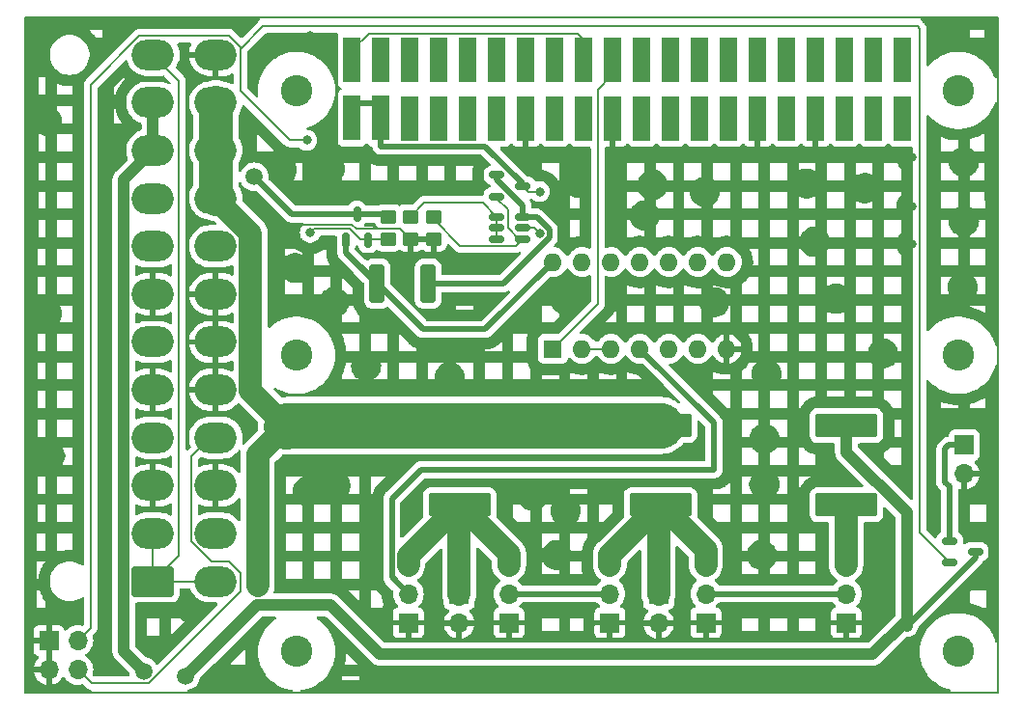
<source format=gtl>
G04 #@! TF.GenerationSoftware,KiCad,Pcbnew,(7.0.0-0)*
G04 #@! TF.CreationDate,2023-03-06T18:31:28+00:00*
G04 #@! TF.ProjectId,AuxBoard,41757842-6f61-4726-942e-6b696361645f,rev?*
G04 #@! TF.SameCoordinates,Original*
G04 #@! TF.FileFunction,Copper,L1,Top*
G04 #@! TF.FilePolarity,Positive*
%FSLAX46Y46*%
G04 Gerber Fmt 4.6, Leading zero omitted, Abs format (unit mm)*
G04 Created by KiCad (PCBNEW (7.0.0-0)) date 2023-03-06 18:31:28*
%MOMM*%
%LPD*%
G01*
G04 APERTURE LIST*
G04 Aperture macros list*
%AMRoundRect*
0 Rectangle with rounded corners*
0 $1 Rounding radius*
0 $2 $3 $4 $5 $6 $7 $8 $9 X,Y pos of 4 corners*
0 Add a 4 corners polygon primitive as box body*
4,1,4,$2,$3,$4,$5,$6,$7,$8,$9,$2,$3,0*
0 Add four circle primitives for the rounded corners*
1,1,$1+$1,$2,$3*
1,1,$1+$1,$4,$5*
1,1,$1+$1,$6,$7*
1,1,$1+$1,$8,$9*
0 Add four rect primitives between the rounded corners*
20,1,$1+$1,$2,$3,$4,$5,0*
20,1,$1+$1,$4,$5,$6,$7,0*
20,1,$1+$1,$6,$7,$8,$9,0*
20,1,$1+$1,$8,$9,$2,$3,0*%
G04 Aperture macros list end*
G04 #@! TA.AperFunction,ComponentPad*
%ADD10RoundRect,0.250001X1.599999X-1.099999X1.599999X1.099999X-1.599999X1.099999X-1.599999X-1.099999X0*%
G04 #@! TD*
G04 #@! TA.AperFunction,ComponentPad*
%ADD11O,3.700000X2.700000*%
G04 #@! TD*
G04 #@! TA.AperFunction,SMDPad,CuDef*
%ADD12RoundRect,0.250000X0.400000X1.450000X-0.400000X1.450000X-0.400000X-1.450000X0.400000X-1.450000X0*%
G04 #@! TD*
G04 #@! TA.AperFunction,WasherPad*
%ADD13C,2.750000*%
G04 #@! TD*
G04 #@! TA.AperFunction,ComponentPad*
%ADD14R,1.600000X1.600000*%
G04 #@! TD*
G04 #@! TA.AperFunction,ComponentPad*
%ADD15O,1.600000X1.600000*%
G04 #@! TD*
G04 #@! TA.AperFunction,ComponentPad*
%ADD16R,1.700000X1.700000*%
G04 #@! TD*
G04 #@! TA.AperFunction,ComponentPad*
%ADD17O,1.700000X1.700000*%
G04 #@! TD*
G04 #@! TA.AperFunction,SMDPad,CuDef*
%ADD18RoundRect,0.250001X-2.474999X0.799999X-2.474999X-0.799999X2.474999X-0.799999X2.474999X0.799999X0*%
G04 #@! TD*
G04 #@! TA.AperFunction,SMDPad,CuDef*
%ADD19RoundRect,0.250000X0.450000X-0.350000X0.450000X0.350000X-0.450000X0.350000X-0.450000X-0.350000X0*%
G04 #@! TD*
G04 #@! TA.AperFunction,SMDPad,CuDef*
%ADD20RoundRect,0.150000X-0.512500X-0.150000X0.512500X-0.150000X0.512500X0.150000X-0.512500X0.150000X0*%
G04 #@! TD*
G04 #@! TA.AperFunction,SMDPad,CuDef*
%ADD21RoundRect,0.150000X0.150000X-0.512500X0.150000X0.512500X-0.150000X0.512500X-0.150000X-0.512500X0*%
G04 #@! TD*
G04 #@! TA.AperFunction,SMDPad,CuDef*
%ADD22RoundRect,0.250001X2.474999X-0.799999X2.474999X0.799999X-2.474999X0.799999X-2.474999X-0.799999X0*%
G04 #@! TD*
G04 #@! TA.AperFunction,SMDPad,CuDef*
%ADD23RoundRect,0.250000X-0.450000X0.350000X-0.450000X-0.350000X0.450000X-0.350000X0.450000X0.350000X0*%
G04 #@! TD*
G04 #@! TA.AperFunction,ComponentPad*
%ADD24R,1.500000X4.000000*%
G04 #@! TD*
G04 #@! TA.AperFunction,ViaPad*
%ADD25C,0.800000*%
G04 #@! TD*
G04 #@! TA.AperFunction,ViaPad*
%ADD26C,1.500000*%
G04 #@! TD*
G04 #@! TA.AperFunction,Conductor*
%ADD27C,0.500000*%
G04 #@! TD*
G04 #@! TA.AperFunction,Conductor*
%ADD28C,0.200000*%
G04 #@! TD*
G04 #@! TA.AperFunction,Conductor*
%ADD29C,4.000000*%
G04 #@! TD*
G04 #@! TA.AperFunction,Conductor*
%ADD30C,2.000000*%
G04 #@! TD*
G04 #@! TA.AperFunction,Conductor*
%ADD31C,3.000000*%
G04 #@! TD*
G04 #@! TA.AperFunction,Conductor*
%ADD32C,1.000000*%
G04 #@! TD*
G04 #@! TA.AperFunction,Profile*
%ADD33C,0.200000*%
G04 #@! TD*
G04 APERTURE END LIST*
D10*
X115925000Y-99200000D03*
D11*
X115924999Y-94999999D03*
X115924999Y-90799999D03*
X115924999Y-86599999D03*
X115924999Y-82399999D03*
X115924999Y-78199999D03*
X115924999Y-73999999D03*
X115924999Y-69799999D03*
X115924999Y-65599999D03*
X115924999Y-61399999D03*
X115924999Y-57199999D03*
X115924999Y-52999999D03*
X121424999Y-99199999D03*
X121424999Y-94999999D03*
X121424999Y-90799999D03*
X121424999Y-86599999D03*
X121424999Y-82399999D03*
X121424999Y-78199999D03*
X121424999Y-73999999D03*
X121424999Y-69799999D03*
X121424999Y-65599999D03*
X121424999Y-61399999D03*
X121424999Y-57199999D03*
X121424999Y-52999999D03*
D12*
X140025000Y-73100000D03*
X135575000Y-73100000D03*
D13*
X128500000Y-79375000D03*
D14*
X150974999Y-78799999D03*
D15*
X153514999Y-78799999D03*
X156054999Y-78799999D03*
X158594999Y-78799999D03*
X161134999Y-78799999D03*
X163674999Y-78799999D03*
X166214999Y-78799999D03*
X166214999Y-71179999D03*
X163674999Y-71179999D03*
X161134999Y-71179999D03*
X158594999Y-71179999D03*
X156054999Y-71179999D03*
X153514999Y-71179999D03*
X150974999Y-71179999D03*
D16*
X176674999Y-102839999D03*
D17*
X176674999Y-100299999D03*
X176674999Y-97759999D03*
D18*
X160400000Y-85525000D03*
X160400000Y-92475000D03*
D19*
X140500000Y-69200000D03*
X140500000Y-67200000D03*
D20*
X146062500Y-63550000D03*
X146062500Y-65450000D03*
X148337500Y-64500000D03*
D16*
X138299999Y-102839999D03*
D17*
X138299999Y-100299999D03*
X138299999Y-97759999D03*
D16*
X142762499Y-100339999D03*
D17*
X142762499Y-102879999D03*
D21*
X132850000Y-69237500D03*
X134750000Y-69237500D03*
X133800000Y-66962500D03*
D22*
X176700000Y-92475000D03*
X176700000Y-85525000D03*
D20*
X146062500Y-67250000D03*
X146062500Y-68200000D03*
X146062500Y-69150000D03*
X148337500Y-69150000D03*
X148337500Y-68200000D03*
X148337500Y-67250000D03*
D16*
X155974999Y-102839999D03*
D17*
X155974999Y-100299999D03*
X155974999Y-97759999D03*
D22*
X142800000Y-92475000D03*
X142800000Y-85525000D03*
D16*
X160224999Y-100339999D03*
D17*
X160224999Y-102879999D03*
D16*
X147124999Y-102839999D03*
D17*
X147124999Y-100299999D03*
X147124999Y-97759999D03*
D13*
X128500000Y-105375000D03*
X186500000Y-105375000D03*
X128500000Y-56125000D03*
X186500000Y-79375000D03*
D16*
X164374999Y-102839999D03*
D17*
X164374999Y-100299999D03*
X164374999Y-97759999D03*
D16*
X187024999Y-87249999D03*
D17*
X187024999Y-89789999D03*
D13*
X186500000Y-56125000D03*
D23*
X136550000Y-67200000D03*
X136550000Y-69200000D03*
D20*
X185725000Y-95650000D03*
X185725000Y-97550000D03*
X188000000Y-96600000D03*
D19*
X138500000Y-69200000D03*
X138500000Y-67200000D03*
D16*
X106799999Y-104399999D03*
D17*
X109339999Y-104399999D03*
X106799999Y-106939999D03*
X109339999Y-106939999D03*
D24*
X133369999Y-53429999D03*
X133369999Y-58539999D03*
X135909999Y-53429999D03*
X135909999Y-58539999D03*
X138449999Y-53429999D03*
X138449999Y-58569999D03*
X140989999Y-53429999D03*
X140989999Y-58569999D03*
X143529999Y-53429999D03*
X143529999Y-58569999D03*
X146069999Y-53429999D03*
X146069999Y-58569999D03*
X148609999Y-53429999D03*
X148609999Y-58569999D03*
X151149999Y-53429999D03*
X151149999Y-58569999D03*
X153689999Y-53429999D03*
X153689999Y-58569999D03*
X156229999Y-53429999D03*
X156229999Y-58569999D03*
X158769999Y-53429999D03*
X158769999Y-58569999D03*
X161309999Y-53429999D03*
X161309999Y-58569999D03*
X163849999Y-53429999D03*
X163849999Y-58569999D03*
X166389999Y-53429999D03*
X166389999Y-58569999D03*
X168929999Y-53429999D03*
X168929999Y-58569999D03*
X171469999Y-53429999D03*
X171469999Y-58569999D03*
X174009999Y-53429999D03*
X174009999Y-58569999D03*
X176549999Y-53429999D03*
X176549999Y-58569999D03*
X179089999Y-53429999D03*
X179089999Y-58569999D03*
X181629999Y-53429999D03*
X181629999Y-58569999D03*
D25*
X129700000Y-51300000D03*
X131400000Y-63000000D03*
X127200000Y-63100000D03*
X187000000Y-62400000D03*
X186900000Y-73400000D03*
X187000000Y-67600000D03*
X149800000Y-65000000D03*
X149800000Y-68700000D03*
D26*
X125100000Y-99600500D03*
X124800000Y-63700000D03*
X118800000Y-107500000D03*
X115100000Y-107100000D03*
D25*
X178300000Y-64700000D03*
X181700000Y-106900000D03*
X169500000Y-90700000D03*
X182400500Y-69600000D03*
X134600000Y-80300000D03*
X127100000Y-68325000D03*
X131900000Y-90800000D03*
X128400000Y-71700000D03*
X152100000Y-93000000D03*
X152100000Y-74500000D03*
X165100000Y-74700000D03*
X179900000Y-79200000D03*
X106600000Y-75700000D03*
X151300000Y-96900000D03*
X131800000Y-74700000D03*
X182400500Y-66300000D03*
X173200000Y-64300000D03*
X111600000Y-61300000D03*
X175800000Y-74400000D03*
X159000000Y-67100000D03*
X169700000Y-81000000D03*
X119000000Y-101400000D03*
X169500000Y-86700000D03*
X169300000Y-96900000D03*
X141900000Y-81300000D03*
X106600000Y-58800000D03*
X129500000Y-91300000D03*
X149200000Y-91700000D03*
X164300000Y-65000000D03*
X106900000Y-88200000D03*
X111800000Y-74000000D03*
X139300000Y-107000000D03*
X121900000Y-107500000D03*
X153100000Y-64200000D03*
X159700000Y-64400000D03*
X185906590Y-51804167D03*
X182400500Y-62000000D03*
X173900000Y-69400000D03*
X129700000Y-68600000D03*
X129400000Y-60500000D03*
D27*
X185725000Y-95650000D02*
X185725000Y-90893458D01*
D28*
X185725000Y-97550000D02*
X183100000Y-94925000D01*
X182910607Y-50500000D02*
X125575000Y-50500000D01*
D27*
X185675000Y-87250000D02*
X187025000Y-87250000D01*
X185725000Y-90893458D02*
X185325499Y-90493957D01*
X185325499Y-87599501D02*
X185675000Y-87250000D01*
D28*
X125575000Y-50500000D02*
X123575000Y-52500000D01*
D27*
X185325499Y-90493957D02*
X185325499Y-87599501D01*
D28*
X183100000Y-50689393D02*
X182910607Y-50500000D01*
X183100000Y-94925000D02*
X183100000Y-50689393D01*
X129400000Y-60500000D02*
X127900000Y-60500000D01*
X127900000Y-60500000D02*
X123575000Y-56175000D01*
X110475000Y-55616548D02*
X110475000Y-103265000D01*
X122608452Y-51350000D02*
X114741548Y-51350000D01*
X123575000Y-56175000D02*
X123575000Y-52316548D01*
X123575000Y-52316548D02*
X122608452Y-51350000D01*
X114741548Y-51350000D02*
X110475000Y-55616548D01*
X110475000Y-103265000D02*
X109340000Y-104400000D01*
X110549500Y-108149500D02*
X109340000Y-106940000D01*
X123575000Y-100109218D02*
X115534718Y-108149500D01*
X120925000Y-86600000D02*
X119275000Y-88250000D01*
X122558452Y-97500000D02*
X123575000Y-98516548D01*
X121425000Y-86600000D02*
X120925000Y-86600000D01*
X115534718Y-108149500D02*
X110549500Y-108149500D01*
X123575000Y-98516548D02*
X123575000Y-100109218D01*
X121091548Y-97500000D02*
X122558452Y-97500000D01*
X119275000Y-88250000D02*
X119275000Y-95683452D01*
X119275000Y-95683452D02*
X121091548Y-97500000D01*
X134860000Y-51130000D02*
X153130000Y-51130000D01*
X133370000Y-54730000D02*
X133370000Y-52620000D01*
X133370000Y-52620000D02*
X134860000Y-51130000D01*
X153130000Y-51130000D02*
X153690000Y-51690000D01*
X153690000Y-51690000D02*
X153690000Y-54730000D01*
D27*
X135910000Y-61020000D02*
X135910000Y-57240000D01*
X148337500Y-64313972D02*
X145043528Y-61020000D01*
X148337500Y-64500000D02*
X148337500Y-64313972D01*
D28*
X149800000Y-65000000D02*
X148837500Y-65000000D01*
D27*
X145043528Y-61020000D02*
X135910000Y-61020000D01*
D28*
X149300000Y-68200000D02*
X149800000Y-68700000D01*
X148837500Y-65000000D02*
X148337500Y-64500000D01*
D27*
X133370000Y-57240000D02*
X135910000Y-57240000D01*
D28*
X148337500Y-68200000D02*
X149300000Y-68200000D01*
X150975000Y-78800000D02*
X154900000Y-74875000D01*
X154900000Y-56060000D02*
X156230000Y-54730000D01*
X154900000Y-74875000D02*
X154900000Y-56060000D01*
D29*
X160400000Y-85525000D02*
X142800000Y-85525000D01*
D30*
X124475000Y-68650000D02*
X124475000Y-82475000D01*
D29*
X127675000Y-85525000D02*
X127600000Y-85600000D01*
X142800000Y-85525000D02*
X127675000Y-85525000D01*
D30*
X124475000Y-82475000D02*
X127600000Y-85600000D01*
X125100000Y-88100000D02*
X125100000Y-99600500D01*
X121425000Y-65600000D02*
X124475000Y-68650000D01*
X127600000Y-85600000D02*
X125100000Y-88100000D01*
D31*
X121425000Y-57200000D02*
X121425000Y-65600000D01*
D27*
X124800000Y-63700000D02*
X128062500Y-66962500D01*
X128062500Y-66962500D02*
X133800000Y-66962500D01*
X133800000Y-66962500D02*
X136312500Y-66962500D01*
X136312500Y-66962500D02*
X136550000Y-67200000D01*
D32*
X113375000Y-105375000D02*
X113375000Y-63950000D01*
X182000000Y-102600000D02*
X182000000Y-103100000D01*
X135800000Y-105600000D02*
X131500000Y-101300000D01*
X113375000Y-63950000D02*
X115925000Y-61400000D01*
X115100000Y-107100000D02*
X113375000Y-105375000D01*
X125000000Y-101300000D02*
X118800000Y-107500000D01*
X182000000Y-93156498D02*
X182000000Y-102600000D01*
X176700000Y-87856498D02*
X182000000Y-93156498D01*
X176700000Y-85525000D02*
X176700000Y-87856498D01*
X179000000Y-105600000D02*
X135800000Y-105600000D01*
D27*
X188000000Y-97100000D02*
X188000000Y-96600000D01*
D32*
X115925000Y-57200000D02*
X115925000Y-61400000D01*
X182000000Y-102600000D02*
X179000000Y-105600000D01*
X131500000Y-101300000D02*
X125000000Y-101300000D01*
D27*
X182000000Y-103100000D02*
X188000000Y-97100000D01*
X139400000Y-89400000D02*
X165100000Y-89400000D01*
X138300000Y-100300000D02*
X136850000Y-98850000D01*
X158600000Y-78800000D02*
X158595000Y-78800000D01*
X136850000Y-98850000D02*
X136850000Y-91950000D01*
X165100000Y-85300000D02*
X158600000Y-78800000D01*
X136850000Y-91950000D02*
X139400000Y-89400000D01*
X165100000Y-89400000D02*
X165100000Y-85300000D01*
D28*
X153515000Y-78800000D02*
X156055000Y-78800000D01*
D30*
X176675000Y-92500000D02*
X176700000Y-92475000D01*
X176675000Y-97760000D02*
X176675000Y-92500000D01*
D27*
X164375000Y-100300000D02*
X176675000Y-100300000D01*
D30*
X147125000Y-97760000D02*
X147125000Y-96800000D01*
X138300000Y-96975000D02*
X142800000Y-92475000D01*
X142762500Y-92512500D02*
X142800000Y-92475000D01*
X142762500Y-100340000D02*
X142762500Y-92512500D01*
X138300000Y-97760000D02*
X138300000Y-96975000D01*
X147125000Y-96800000D02*
X142800000Y-92475000D01*
D27*
X147125000Y-100300000D02*
X155975000Y-100300000D01*
D30*
X164375000Y-96450000D02*
X160400000Y-92475000D01*
X155975000Y-96900000D02*
X160400000Y-92475000D01*
X160225000Y-100340000D02*
X160225000Y-92650000D01*
X164375000Y-97760000D02*
X164375000Y-96450000D01*
X155975000Y-97760000D02*
X155975000Y-96900000D01*
X160225000Y-92650000D02*
X160400000Y-92475000D01*
D28*
X115925000Y-99200000D02*
X118200000Y-96925000D01*
X118200000Y-55275000D02*
X115925000Y-53000000D01*
X118200000Y-96925000D02*
X118200000Y-55275000D01*
X115925000Y-99200000D02*
X121425000Y-99200000D01*
X115925000Y-99200000D02*
X115925000Y-95000000D01*
X133751376Y-68275000D02*
X133351875Y-67875499D01*
X140500000Y-69200000D02*
X138500000Y-69200000D01*
X133351875Y-67875499D02*
X127549501Y-67875499D01*
X137575000Y-68275000D02*
X133751376Y-68275000D01*
X127549501Y-67875499D02*
X127100000Y-68325000D01*
X138500000Y-69200000D02*
X137575000Y-68275000D01*
D27*
X134062500Y-71562500D02*
X139600000Y-77100000D01*
X134037500Y-71562500D02*
X134062500Y-71562500D01*
X139600000Y-77100000D02*
X145055000Y-77100000D01*
X132850000Y-70375000D02*
X134037500Y-71562500D01*
X134037500Y-71562500D02*
X135575000Y-73100000D01*
X145055000Y-77100000D02*
X150975000Y-71180000D01*
X132850000Y-69237500D02*
X132850000Y-70375000D01*
X149551375Y-67250000D02*
X148337500Y-67250000D01*
X146601375Y-73100000D02*
X150649500Y-69051875D01*
X148337500Y-66213972D02*
X146062500Y-63938972D01*
X140025000Y-73100000D02*
X146601375Y-73100000D01*
X150649500Y-68348125D02*
X149551375Y-67250000D01*
X150649500Y-69051875D02*
X150649500Y-68348125D01*
X148337500Y-67250000D02*
X148337500Y-66213972D01*
X146062500Y-63938972D02*
X146062500Y-63550000D01*
D28*
X144812500Y-66000000D02*
X139700000Y-66000000D01*
X139700000Y-66000000D02*
X138500000Y-67200000D01*
X146062500Y-69150000D02*
X146062500Y-67250000D01*
X146062500Y-67250000D02*
X144812500Y-66000000D01*
X147737500Y-69750000D02*
X142850000Y-69750000D01*
X148337500Y-69150000D02*
X147737500Y-69750000D01*
X147025000Y-66563604D02*
X147025000Y-68186396D01*
X140500000Y-67400000D02*
X140500000Y-67200000D01*
X147988604Y-69150000D02*
X148337500Y-69150000D01*
X142850000Y-69750000D02*
X140500000Y-67400000D01*
X146062500Y-65450000D02*
X146062500Y-65601104D01*
X147025000Y-68186396D02*
X147988604Y-69150000D01*
X146062500Y-65601104D02*
X147025000Y-66563604D01*
X134787500Y-69200000D02*
X134750000Y-69237500D01*
X133186396Y-68275000D02*
X130025000Y-68275000D01*
X130025000Y-68275000D02*
X129700000Y-68600000D01*
X136550000Y-69200000D02*
X134787500Y-69200000D01*
X134111396Y-69200000D02*
X133186396Y-68275000D01*
X136550000Y-69200000D02*
X134111396Y-69200000D01*
G04 #@! TA.AperFunction,Conductor*
G36*
X125263157Y-49767113D02*
G01*
X125308544Y-49812502D01*
X125325156Y-49874503D01*
X125308541Y-49936504D01*
X125271038Y-49974003D01*
X125272159Y-49975464D01*
X125153163Y-50066772D01*
X125153160Y-50066774D01*
X125146718Y-50071718D01*
X125141773Y-50078161D01*
X125141770Y-50078165D01*
X125127490Y-50096774D01*
X125116798Y-50108965D01*
X123754406Y-51471357D01*
X123698819Y-51503451D01*
X123634631Y-51503451D01*
X123579044Y-51471357D01*
X123066651Y-50958964D01*
X123055956Y-50946769D01*
X123041680Y-50928164D01*
X123036734Y-50921718D01*
X122911293Y-50825464D01*
X122903785Y-50822354D01*
X122772723Y-50768066D01*
X122772720Y-50768065D01*
X122765214Y-50764956D01*
X122757160Y-50763895D01*
X122757154Y-50763894D01*
X122647813Y-50749500D01*
X122616511Y-50745379D01*
X122608452Y-50744318D01*
X122600393Y-50745379D01*
X122577150Y-50748439D01*
X122560965Y-50749500D01*
X114789035Y-50749500D01*
X114772850Y-50748439D01*
X114749607Y-50745379D01*
X114741548Y-50744318D01*
X114733489Y-50745379D01*
X114702187Y-50749500D01*
X114592845Y-50763894D01*
X114592837Y-50763896D01*
X114584786Y-50764956D01*
X114577281Y-50768064D01*
X114577276Y-50768066D01*
X114446214Y-50822354D01*
X114446210Y-50822355D01*
X114438707Y-50825464D01*
X114432262Y-50830408D01*
X114432259Y-50830411D01*
X114319711Y-50916772D01*
X114319708Y-50916774D01*
X114313266Y-50921718D01*
X114308321Y-50928161D01*
X114308318Y-50928165D01*
X114294038Y-50946774D01*
X114283346Y-50958965D01*
X110083965Y-55158346D01*
X110071774Y-55169038D01*
X110053165Y-55183318D01*
X110053161Y-55183321D01*
X110046718Y-55188266D01*
X110041774Y-55194708D01*
X110041772Y-55194711D01*
X109980165Y-55274999D01*
X109980165Y-55275000D01*
X109955411Y-55307259D01*
X109955408Y-55307262D01*
X109950464Y-55313707D01*
X109947355Y-55321211D01*
X109947353Y-55321216D01*
X109893066Y-55452276D01*
X109893064Y-55452281D01*
X109889956Y-55459786D01*
X109888896Y-55467837D01*
X109888894Y-55467845D01*
X109877771Y-55552339D01*
X109869318Y-55616548D01*
X109870379Y-55624607D01*
X109873439Y-55647850D01*
X109874500Y-55664035D01*
X109874500Y-97699981D01*
X109855494Y-97765953D01*
X109804302Y-97811701D01*
X109736616Y-97823201D01*
X109673187Y-97796928D01*
X109634345Y-97765953D01*
X109613857Y-97749614D01*
X109485893Y-97675734D01*
X109390664Y-97620753D01*
X109390658Y-97620750D01*
X109386643Y-97618432D01*
X109382324Y-97616737D01*
X109382318Y-97616734D01*
X109146738Y-97524276D01*
X109146734Y-97524275D01*
X109142416Y-97522580D01*
X109137893Y-97521547D01*
X109137891Y-97521547D01*
X108891149Y-97465229D01*
X108891143Y-97465228D01*
X108886630Y-97464198D01*
X108882008Y-97463851D01*
X108882004Y-97463851D01*
X108692808Y-97449673D01*
X108692797Y-97449672D01*
X108690494Y-97449500D01*
X108559506Y-97449500D01*
X108557203Y-97449672D01*
X108557191Y-97449673D01*
X108367995Y-97463851D01*
X108367989Y-97463851D01*
X108363370Y-97464198D01*
X108358858Y-97465227D01*
X108358850Y-97465229D01*
X108112108Y-97521547D01*
X108112102Y-97521548D01*
X108107584Y-97522580D01*
X108103268Y-97524273D01*
X108103261Y-97524276D01*
X107867681Y-97616734D01*
X107867670Y-97616739D01*
X107863357Y-97618432D01*
X107859346Y-97620747D01*
X107859335Y-97620753D01*
X107640161Y-97747294D01*
X107636143Y-97749614D01*
X107632519Y-97752503D01*
X107632516Y-97752506D01*
X107434646Y-97910302D01*
X107434641Y-97910306D01*
X107431019Y-97913195D01*
X107427865Y-97916593D01*
X107427863Y-97916596D01*
X107255719Y-98102123D01*
X107255713Y-98102129D01*
X107252567Y-98105521D01*
X107249957Y-98109348D01*
X107249957Y-98109349D01*
X107117301Y-98303920D01*
X107104772Y-98322296D01*
X107102759Y-98326474D01*
X107102756Y-98326481D01*
X106992949Y-98554497D01*
X106992944Y-98554508D01*
X106990937Y-98558677D01*
X106989574Y-98563093D01*
X106989569Y-98563108D01*
X106914971Y-98804951D01*
X106914968Y-98804959D01*
X106913604Y-98809385D01*
X106912914Y-98813961D01*
X106912912Y-98813971D01*
X106875190Y-99064234D01*
X106875189Y-99064246D01*
X106874500Y-99068818D01*
X106874500Y-99331182D01*
X106875189Y-99335754D01*
X106875190Y-99335765D01*
X106912912Y-99586028D01*
X106912913Y-99586035D01*
X106913604Y-99590615D01*
X106914969Y-99595043D01*
X106914971Y-99595048D01*
X106989569Y-99836891D01*
X106989573Y-99836901D01*
X106990937Y-99841323D01*
X106992946Y-99845496D01*
X106992949Y-99845502D01*
X107101053Y-100069982D01*
X107104772Y-100077704D01*
X107252567Y-100294479D01*
X107431019Y-100486805D01*
X107636143Y-100650386D01*
X107863357Y-100781568D01*
X108107584Y-100877420D01*
X108363370Y-100935802D01*
X108559506Y-100950500D01*
X108688177Y-100950500D01*
X108690494Y-100950500D01*
X108886630Y-100935802D01*
X109142416Y-100877420D01*
X109386643Y-100781568D01*
X109613857Y-100650386D01*
X109673186Y-100603072D01*
X109736616Y-100576799D01*
X109804302Y-100588299D01*
X109855494Y-100634047D01*
X109874500Y-100700019D01*
X109874500Y-102964902D01*
X109865060Y-103012357D01*
X109838178Y-103052586D01*
X109823527Y-103067236D01*
X109767941Y-103099327D01*
X109703756Y-103099327D01*
X109580634Y-103066337D01*
X109580630Y-103066336D01*
X109575408Y-103064937D01*
X109570020Y-103064465D01*
X109570017Y-103064465D01*
X109345395Y-103044813D01*
X109340000Y-103044341D01*
X109334605Y-103044813D01*
X109109982Y-103064465D01*
X109109977Y-103064465D01*
X109104592Y-103064937D01*
X109099371Y-103066335D01*
X109099365Y-103066337D01*
X108881569Y-103124694D01*
X108881557Y-103124698D01*
X108876337Y-103126097D01*
X108871432Y-103128383D01*
X108871427Y-103128386D01*
X108667081Y-103223675D01*
X108667077Y-103223677D01*
X108662171Y-103225965D01*
X108657738Y-103229068D01*
X108657731Y-103229073D01*
X108473034Y-103358399D01*
X108473029Y-103358402D01*
X108468599Y-103361505D01*
X108464774Y-103365329D01*
X108464775Y-103365329D01*
X108346285Y-103483819D01*
X108293538Y-103515114D01*
X108232246Y-103517303D01*
X108177401Y-103489850D01*
X108142422Y-103439471D01*
X108096451Y-103316220D01*
X108088037Y-103300810D01*
X108012501Y-103199907D01*
X108000092Y-103187498D01*
X107899189Y-103111962D01*
X107883777Y-103103547D01*
X107764641Y-103059111D01*
X107749667Y-103055573D01*
X107701114Y-103050353D01*
X107694518Y-103050000D01*
X107066326Y-103050000D01*
X107053450Y-103053450D01*
X107050000Y-103066326D01*
X107050000Y-108256369D01*
X107052551Y-108267311D01*
X107063780Y-108266943D01*
X107258263Y-108214831D01*
X107268397Y-108211143D01*
X107472676Y-108115886D01*
X107482008Y-108110498D01*
X107666643Y-107981215D01*
X107674909Y-107974278D01*
X107834278Y-107814909D01*
X107841219Y-107806638D01*
X107968119Y-107625406D01*
X108012437Y-107586540D01*
X108069694Y-107572529D01*
X108126951Y-107586540D01*
X108171269Y-107625405D01*
X108298399Y-107806966D01*
X108298402Y-107806970D01*
X108301505Y-107811401D01*
X108468599Y-107978495D01*
X108662170Y-108114035D01*
X108876337Y-108213903D01*
X109104592Y-108275063D01*
X109340000Y-108295659D01*
X109575408Y-108275063D01*
X109703757Y-108240672D01*
X109767943Y-108240672D01*
X109823531Y-108272766D01*
X110091299Y-108540534D01*
X110101989Y-108552722D01*
X110121218Y-108577782D01*
X110214523Y-108649377D01*
X110246659Y-108674036D01*
X110392738Y-108734544D01*
X110481286Y-108746201D01*
X110538402Y-108769126D01*
X110577462Y-108816691D01*
X110588839Y-108877177D01*
X110569733Y-108935683D01*
X110524849Y-108977796D01*
X110465245Y-108993140D01*
X105027874Y-108999500D01*
X104874500Y-108999500D01*
X104812500Y-108982887D01*
X104767113Y-108937500D01*
X104750500Y-108875500D01*
X104750500Y-107192551D01*
X105472688Y-107192551D01*
X105473056Y-107203780D01*
X105525168Y-107398263D01*
X105528856Y-107408397D01*
X105624113Y-107612676D01*
X105629501Y-107622008D01*
X105758784Y-107806643D01*
X105765721Y-107814909D01*
X105925090Y-107974278D01*
X105933356Y-107981215D01*
X106117991Y-108110498D01*
X106127323Y-108115886D01*
X106331602Y-108211143D01*
X106341736Y-108214831D01*
X106536219Y-108266943D01*
X106547448Y-108267311D01*
X106550000Y-108256369D01*
X106550000Y-107206326D01*
X106546549Y-107193450D01*
X106533674Y-107190000D01*
X105483631Y-107190000D01*
X105472688Y-107192551D01*
X104750500Y-107192551D01*
X104750500Y-105294518D01*
X105450000Y-105294518D01*
X105450353Y-105301114D01*
X105455573Y-105349667D01*
X105459111Y-105364641D01*
X105503547Y-105483777D01*
X105511962Y-105499189D01*
X105587498Y-105600092D01*
X105599907Y-105612501D01*
X105700810Y-105688037D01*
X105716222Y-105696452D01*
X105839986Y-105742614D01*
X105890366Y-105777593D01*
X105917819Y-105832437D01*
X105915630Y-105893730D01*
X105884335Y-105946477D01*
X105765714Y-106065098D01*
X105758784Y-106073357D01*
X105629508Y-106257982D01*
X105624110Y-106267332D01*
X105528856Y-106471602D01*
X105525168Y-106481736D01*
X105473056Y-106676219D01*
X105472688Y-106687448D01*
X105483631Y-106690000D01*
X106533674Y-106690000D01*
X106546549Y-106686549D01*
X106550000Y-106673674D01*
X106550000Y-104666326D01*
X106546549Y-104653450D01*
X106533674Y-104650000D01*
X105466326Y-104650000D01*
X105453450Y-104653450D01*
X105450000Y-104666326D01*
X105450000Y-105294518D01*
X104750500Y-105294518D01*
X104750500Y-104133674D01*
X105450000Y-104133674D01*
X105453450Y-104146549D01*
X105466326Y-104150000D01*
X106533674Y-104150000D01*
X106546549Y-104146549D01*
X106550000Y-104133674D01*
X106550000Y-103066326D01*
X106546549Y-103053450D01*
X106533674Y-103050000D01*
X105905482Y-103050000D01*
X105898885Y-103050353D01*
X105850332Y-103055573D01*
X105835358Y-103059111D01*
X105716222Y-103103547D01*
X105700810Y-103111962D01*
X105599907Y-103187498D01*
X105587498Y-103199907D01*
X105511962Y-103300810D01*
X105503547Y-103316222D01*
X105459111Y-103435358D01*
X105455573Y-103450332D01*
X105450353Y-103498885D01*
X105450000Y-103505482D01*
X105450000Y-104133674D01*
X104750500Y-104133674D01*
X104750500Y-101500500D01*
X105749300Y-101500500D01*
X106500500Y-101500500D01*
X106500500Y-100949625D01*
X106481314Y-100927331D01*
X106478356Y-100923761D01*
X106466801Y-100909272D01*
X106463978Y-100905593D01*
X106430665Y-100860457D01*
X106427980Y-100856674D01*
X106280185Y-100639899D01*
X106277644Y-100636017D01*
X106247796Y-100588512D01*
X106245402Y-100584540D01*
X106236136Y-100568490D01*
X106233895Y-100564433D01*
X106207695Y-100514860D01*
X106205605Y-100510721D01*
X106091770Y-100274340D01*
X106089836Y-100270124D01*
X106067409Y-100218720D01*
X106065635Y-100214437D01*
X106058864Y-100197185D01*
X106057251Y-100192837D01*
X106038725Y-100139894D01*
X106037275Y-100135489D01*
X105995020Y-99998500D01*
X105754365Y-99998500D01*
X105749300Y-101500500D01*
X104750500Y-101500500D01*
X104750500Y-99000500D01*
X105757731Y-99000500D01*
X105879169Y-99000500D01*
X105880329Y-98985024D01*
X105880762Y-98980407D01*
X105887042Y-98924669D01*
X105887647Y-98920070D01*
X105926751Y-98660637D01*
X105927528Y-98656065D01*
X105937956Y-98600955D01*
X105938903Y-98596416D01*
X105943027Y-98578348D01*
X105944143Y-98573848D01*
X105958658Y-98519676D01*
X105959942Y-98515219D01*
X106037275Y-98264511D01*
X106038725Y-98260106D01*
X106057251Y-98207163D01*
X106058864Y-98202815D01*
X106065635Y-98185563D01*
X106067409Y-98181280D01*
X106089836Y-98129876D01*
X106091770Y-98125660D01*
X106205605Y-97889279D01*
X106207695Y-97885140D01*
X106233895Y-97835567D01*
X106236136Y-97831510D01*
X106245402Y-97815460D01*
X106247796Y-97811488D01*
X106277644Y-97763983D01*
X106280185Y-97760101D01*
X106427980Y-97543326D01*
X106430665Y-97539543D01*
X106460957Y-97498500D01*
X105762797Y-97498500D01*
X105757731Y-99000500D01*
X104750500Y-99000500D01*
X104750500Y-96500500D01*
X105766163Y-96500500D01*
X106500500Y-96500500D01*
X106500500Y-94998500D01*
X107498500Y-94998500D01*
X107498500Y-96500500D01*
X108100634Y-96500500D01*
X108141292Y-96491220D01*
X108145834Y-96490272D01*
X108200958Y-96479843D01*
X108205530Y-96479067D01*
X108223857Y-96476305D01*
X108228453Y-96475700D01*
X108284175Y-96469422D01*
X108288792Y-96468989D01*
X108484928Y-96454291D01*
X108487238Y-96454139D01*
X108515217Y-96452567D01*
X108517533Y-96452459D01*
X108526799Y-96452112D01*
X108529120Y-96452047D01*
X108557187Y-96451522D01*
X108559506Y-96451500D01*
X108690494Y-96451500D01*
X108692813Y-96451522D01*
X108720880Y-96452047D01*
X108723201Y-96452112D01*
X108732467Y-96452459D01*
X108734783Y-96452567D01*
X108762762Y-96454139D01*
X108765072Y-96454291D01*
X108876500Y-96462641D01*
X108876500Y-94998500D01*
X107498500Y-94998500D01*
X106500500Y-94998500D01*
X105771228Y-94998500D01*
X105766163Y-96500500D01*
X104750500Y-96500500D01*
X104750500Y-94000500D01*
X105774595Y-94000500D01*
X106500500Y-94000500D01*
X106500500Y-92498500D01*
X107498500Y-92498500D01*
X107498500Y-94000500D01*
X108876500Y-94000500D01*
X108876500Y-92498500D01*
X107498500Y-92498500D01*
X106500500Y-92498500D01*
X105779660Y-92498500D01*
X105774595Y-94000500D01*
X104750500Y-94000500D01*
X104750500Y-91500500D01*
X105783026Y-91500500D01*
X106500500Y-91500500D01*
X106500500Y-89998500D01*
X107498500Y-89998500D01*
X107498500Y-91500500D01*
X108876500Y-91500500D01*
X108876500Y-89998500D01*
X107498500Y-89998500D01*
X106500500Y-89998500D01*
X105788092Y-89998500D01*
X105783026Y-91500500D01*
X104750500Y-91500500D01*
X104750500Y-89000500D01*
X107954603Y-89000500D01*
X108876500Y-89000500D01*
X108876500Y-87498500D01*
X108028324Y-87498500D01*
X108035632Y-87510303D01*
X108134761Y-87709381D01*
X108143027Y-87730719D01*
X108203887Y-87944622D01*
X108208092Y-87967115D01*
X108228612Y-88188559D01*
X108228612Y-88211441D01*
X108208092Y-88432885D01*
X108203887Y-88455378D01*
X108143027Y-88669281D01*
X108134761Y-88690619D01*
X108035632Y-88889697D01*
X108023586Y-88909152D01*
X107954603Y-89000500D01*
X104750500Y-89000500D01*
X104750500Y-86500500D01*
X105799890Y-86500500D01*
X106500500Y-86500500D01*
X106500500Y-84998500D01*
X107498500Y-84998500D01*
X107498500Y-86500500D01*
X108876500Y-86500500D01*
X108876500Y-84998500D01*
X107498500Y-84998500D01*
X106500500Y-84998500D01*
X105804955Y-84998500D01*
X105799890Y-86500500D01*
X104750500Y-86500500D01*
X104750500Y-84000500D01*
X105808322Y-84000500D01*
X106500500Y-84000500D01*
X106500500Y-82498500D01*
X107498500Y-82498500D01*
X107498500Y-84000500D01*
X108876500Y-84000500D01*
X108876500Y-82498500D01*
X107498500Y-82498500D01*
X106500500Y-82498500D01*
X105813387Y-82498500D01*
X105808322Y-84000500D01*
X104750500Y-84000500D01*
X104750500Y-81500500D01*
X105816753Y-81500500D01*
X106500500Y-81500500D01*
X106500500Y-79998500D01*
X107498500Y-79998500D01*
X107498500Y-81500500D01*
X108876500Y-81500500D01*
X108876500Y-79998500D01*
X107498500Y-79998500D01*
X106500500Y-79998500D01*
X105821819Y-79998500D01*
X105816753Y-81500500D01*
X104750500Y-81500500D01*
X104750500Y-79000500D01*
X105825185Y-79000500D01*
X106500500Y-79000500D01*
X106500500Y-77498500D01*
X107498500Y-77498500D01*
X107498500Y-79000500D01*
X108876500Y-79000500D01*
X108876500Y-77498500D01*
X107498500Y-77498500D01*
X106500500Y-77498500D01*
X105830250Y-77498500D01*
X105825185Y-79000500D01*
X104750500Y-79000500D01*
X104750500Y-76500500D01*
X107654603Y-76500500D01*
X108876500Y-76500500D01*
X108876500Y-74998500D01*
X107728324Y-74998500D01*
X107735632Y-75010303D01*
X107834761Y-75209381D01*
X107843027Y-75230719D01*
X107903887Y-75444622D01*
X107908092Y-75467115D01*
X107928612Y-75688559D01*
X107928612Y-75711441D01*
X107908092Y-75932885D01*
X107903887Y-75955378D01*
X107843027Y-76169281D01*
X107834761Y-76190619D01*
X107735632Y-76389697D01*
X107723586Y-76409152D01*
X107654603Y-76500500D01*
X104750500Y-76500500D01*
X104750500Y-74000500D01*
X105842048Y-74000500D01*
X106500500Y-74000500D01*
X106500500Y-72498500D01*
X107498500Y-72498500D01*
X107498500Y-74000500D01*
X108876500Y-74000500D01*
X108876500Y-72498500D01*
X107498500Y-72498500D01*
X106500500Y-72498500D01*
X105847114Y-72498500D01*
X105842048Y-74000500D01*
X104750500Y-74000500D01*
X104750500Y-71500500D01*
X105850480Y-71500500D01*
X106500500Y-71500500D01*
X106500500Y-69998500D01*
X107498500Y-69998500D01*
X107498500Y-71500500D01*
X108876500Y-71500500D01*
X108876500Y-69998500D01*
X107498500Y-69998500D01*
X106500500Y-69998500D01*
X105855545Y-69998500D01*
X105850480Y-71500500D01*
X104750500Y-71500500D01*
X104750500Y-69000500D01*
X105858912Y-69000500D01*
X106500500Y-69000500D01*
X106500500Y-67498500D01*
X107498500Y-67498500D01*
X107498500Y-69000500D01*
X108876500Y-69000500D01*
X108876500Y-67498500D01*
X107498500Y-67498500D01*
X106500500Y-67498500D01*
X105863977Y-67498500D01*
X105858912Y-69000500D01*
X104750500Y-69000500D01*
X104750500Y-66500500D01*
X105867344Y-66500500D01*
X106500500Y-66500500D01*
X106500500Y-64998500D01*
X107498500Y-64998500D01*
X107498500Y-66500500D01*
X108876500Y-66500500D01*
X108876500Y-64998500D01*
X107498500Y-64998500D01*
X106500500Y-64998500D01*
X105872409Y-64998500D01*
X105867344Y-66500500D01*
X104750500Y-66500500D01*
X104750500Y-64376749D01*
X104750501Y-64376331D01*
X104750592Y-64349471D01*
X104751769Y-64000500D01*
X105875775Y-64000500D01*
X106500500Y-64000500D01*
X106500500Y-62498500D01*
X107498500Y-62498500D01*
X107498500Y-64000500D01*
X108876500Y-64000500D01*
X108876500Y-62498500D01*
X107498500Y-62498500D01*
X106500500Y-62498500D01*
X105880841Y-62498500D01*
X105875775Y-64000500D01*
X104751769Y-64000500D01*
X104760201Y-61500500D01*
X105884207Y-61500500D01*
X106500500Y-61500500D01*
X106500500Y-60124000D01*
X106488804Y-60124000D01*
X106466019Y-60121889D01*
X106247413Y-60081025D01*
X106225404Y-60074763D01*
X106028547Y-59998500D01*
X107498500Y-59998500D01*
X107498500Y-61500500D01*
X108876500Y-61500500D01*
X108876500Y-59998500D01*
X107498500Y-59998500D01*
X106028547Y-59998500D01*
X105889272Y-59998500D01*
X105884207Y-61500500D01*
X104760201Y-61500500D01*
X104773698Y-57498500D01*
X107498500Y-57498500D01*
X107498500Y-57827503D01*
X107574148Y-57896465D01*
X107589564Y-57913375D01*
X107723586Y-58090848D01*
X107735632Y-58110303D01*
X107834761Y-58309381D01*
X107843027Y-58330719D01*
X107903887Y-58544622D01*
X107908092Y-58567115D01*
X107928612Y-58788559D01*
X107928612Y-58811441D01*
X107911093Y-59000500D01*
X108876500Y-59000500D01*
X108876500Y-57498500D01*
X107498500Y-57498500D01*
X104773698Y-57498500D01*
X104777064Y-56500500D01*
X105901071Y-56500500D01*
X106500500Y-56500500D01*
X106500500Y-55510477D01*
X107498500Y-55510477D01*
X107498500Y-56500500D01*
X108876500Y-56500500D01*
X108876500Y-55737359D01*
X108765072Y-55745709D01*
X108762762Y-55745861D01*
X108734783Y-55747433D01*
X108732467Y-55747541D01*
X108723201Y-55747888D01*
X108720880Y-55747953D01*
X108692813Y-55748478D01*
X108690494Y-55748500D01*
X108559506Y-55748500D01*
X108557187Y-55748478D01*
X108529120Y-55747953D01*
X108526799Y-55747888D01*
X108517533Y-55747541D01*
X108515217Y-55747433D01*
X108487238Y-55745861D01*
X108484928Y-55745709D01*
X108288792Y-55731011D01*
X108284175Y-55730578D01*
X108228453Y-55724300D01*
X108223857Y-55723695D01*
X108205530Y-55720933D01*
X108200958Y-55720157D01*
X108145834Y-55709728D01*
X108141292Y-55708780D01*
X107885506Y-55650398D01*
X107881003Y-55649281D01*
X107826810Y-55634759D01*
X107822353Y-55633475D01*
X107804644Y-55628012D01*
X107800240Y-55626563D01*
X107747319Y-55608044D01*
X107742974Y-55606431D01*
X107498747Y-55510579D01*
X107498500Y-55510477D01*
X106500500Y-55510477D01*
X106500500Y-54998500D01*
X105906136Y-54998500D01*
X105901071Y-56500500D01*
X104777064Y-56500500D01*
X104788427Y-53131182D01*
X106874500Y-53131182D01*
X106875189Y-53135754D01*
X106875190Y-53135765D01*
X106912912Y-53386028D01*
X106912913Y-53386035D01*
X106913604Y-53390615D01*
X106914969Y-53395043D01*
X106914971Y-53395048D01*
X106989569Y-53636891D01*
X106989573Y-53636901D01*
X106990937Y-53641323D01*
X106992946Y-53645496D01*
X106992949Y-53645502D01*
X107033500Y-53729706D01*
X107104772Y-53877704D01*
X107252567Y-54094479D01*
X107431019Y-54286805D01*
X107636143Y-54450386D01*
X107863357Y-54581568D01*
X108107584Y-54677420D01*
X108363370Y-54735802D01*
X108559506Y-54750500D01*
X108688177Y-54750500D01*
X108690494Y-54750500D01*
X108886630Y-54735802D01*
X109142416Y-54677420D01*
X109386643Y-54581568D01*
X109613857Y-54450386D01*
X109818981Y-54286805D01*
X109997433Y-54094479D01*
X110145228Y-53877704D01*
X110259063Y-53641323D01*
X110336396Y-53390615D01*
X110375500Y-53131182D01*
X110375500Y-52868818D01*
X110336396Y-52609385D01*
X110259063Y-52358677D01*
X110145228Y-52122296D01*
X109997433Y-51905521D01*
X109818981Y-51713195D01*
X109613857Y-51549614D01*
X109478312Y-51471357D01*
X109390664Y-51420753D01*
X109390658Y-51420750D01*
X109386643Y-51418432D01*
X109382324Y-51416737D01*
X109382318Y-51416734D01*
X109146738Y-51324276D01*
X109146734Y-51324275D01*
X109142416Y-51322580D01*
X109137893Y-51321547D01*
X109137891Y-51321547D01*
X108891149Y-51265229D01*
X108891143Y-51265228D01*
X108886630Y-51264198D01*
X108882008Y-51263851D01*
X108882004Y-51263851D01*
X108692808Y-51249673D01*
X108692797Y-51249672D01*
X108690494Y-51249500D01*
X108559506Y-51249500D01*
X108557203Y-51249672D01*
X108557191Y-51249673D01*
X108367995Y-51263851D01*
X108367989Y-51263851D01*
X108363370Y-51264198D01*
X108358858Y-51265227D01*
X108358850Y-51265229D01*
X108112108Y-51321547D01*
X108112102Y-51321548D01*
X108107584Y-51322580D01*
X108103268Y-51324273D01*
X108103261Y-51324276D01*
X107867681Y-51416734D01*
X107867670Y-51416739D01*
X107863357Y-51418432D01*
X107859346Y-51420747D01*
X107859335Y-51420753D01*
X107640161Y-51547294D01*
X107636143Y-51549614D01*
X107632519Y-51552503D01*
X107632516Y-51552506D01*
X107434646Y-51710302D01*
X107434641Y-51710306D01*
X107431019Y-51713195D01*
X107427865Y-51716593D01*
X107427863Y-51716596D01*
X107255719Y-51902123D01*
X107255713Y-51902129D01*
X107252567Y-51905521D01*
X107249957Y-51909348D01*
X107249957Y-51909349D01*
X107140447Y-52069971D01*
X107104772Y-52122296D01*
X107102759Y-52126474D01*
X107102756Y-52126481D01*
X106992949Y-52354497D01*
X106992944Y-52354508D01*
X106990937Y-52358677D01*
X106989574Y-52363093D01*
X106989569Y-52363108D01*
X106914971Y-52604951D01*
X106914968Y-52604959D01*
X106913604Y-52609385D01*
X106912914Y-52613961D01*
X106912912Y-52613971D01*
X106875190Y-52864234D01*
X106875189Y-52864246D01*
X106874500Y-52868818D01*
X106874500Y-53131182D01*
X104788427Y-53131182D01*
X104796208Y-50824000D01*
X110304634Y-50824000D01*
X110441224Y-50932927D01*
X110444795Y-50935886D01*
X110487308Y-50972472D01*
X110490766Y-50975562D01*
X110504352Y-50988168D01*
X110507690Y-50991384D01*
X110547350Y-51031043D01*
X110550569Y-51034384D01*
X110729021Y-51226710D01*
X110732110Y-51230167D01*
X110768686Y-51272669D01*
X110771644Y-51276239D01*
X110783199Y-51290728D01*
X110786022Y-51294407D01*
X110819335Y-51339543D01*
X110822020Y-51343326D01*
X110929179Y-51500500D01*
X111500500Y-51500500D01*
X111500500Y-50824000D01*
X110304634Y-50824000D01*
X104796208Y-50824000D01*
X104799412Y-49874080D01*
X104816164Y-49812259D01*
X104861532Y-49767043D01*
X104923411Y-49750500D01*
X125201156Y-49750500D01*
X125263157Y-49767113D01*
G37*
G04 #@! TD.AperFunction*
G04 #@! TA.AperFunction,Conductor*
G36*
X126677535Y-102316890D02*
G01*
X126722860Y-102361726D01*
X126739916Y-102423157D01*
X126724195Y-102484942D01*
X126679852Y-102530750D01*
X126605808Y-102575300D01*
X126605795Y-102575308D01*
X126602931Y-102577032D01*
X126600273Y-102579052D01*
X126600262Y-102579060D01*
X126314197Y-102796521D01*
X126314189Y-102796527D01*
X126311538Y-102798543D01*
X126309114Y-102800838D01*
X126309107Y-102800845D01*
X126048240Y-103047951D01*
X126048225Y-103047966D01*
X126045803Y-103050261D01*
X126043640Y-103052806D01*
X126043629Y-103052819D01*
X125811014Y-103326675D01*
X125811008Y-103326682D01*
X125808841Y-103329234D01*
X125806960Y-103332006D01*
X125806954Y-103332016D01*
X125605314Y-103629412D01*
X125605306Y-103629423D01*
X125603430Y-103632192D01*
X125601867Y-103635139D01*
X125601861Y-103635150D01*
X125433546Y-103952625D01*
X125433537Y-103952643D01*
X125431979Y-103955583D01*
X125430740Y-103958691D01*
X125430737Y-103958699D01*
X125297743Y-104292488D01*
X125297738Y-104292502D01*
X125296498Y-104295615D01*
X125295598Y-104298853D01*
X125295598Y-104298856D01*
X125200704Y-104640634D01*
X125198575Y-104648301D01*
X125198031Y-104651617D01*
X125198029Y-104651628D01*
X125148020Y-104956671D01*
X125139358Y-105009508D01*
X125139176Y-105012858D01*
X125139175Y-105012871D01*
X125123548Y-105301114D01*
X125119542Y-105375000D01*
X125119724Y-105378357D01*
X125139175Y-105737128D01*
X125139176Y-105737139D01*
X125139358Y-105740492D01*
X125139902Y-105743813D01*
X125139903Y-105743818D01*
X125193928Y-106073357D01*
X125198575Y-106101699D01*
X125296498Y-106454385D01*
X125297740Y-106457502D01*
X125297743Y-106457511D01*
X125394107Y-106699365D01*
X125431979Y-106794417D01*
X125433541Y-106797363D01*
X125433546Y-106797374D01*
X125509162Y-106940000D01*
X125603430Y-107117808D01*
X125605312Y-107120584D01*
X125605314Y-107120587D01*
X125797245Y-107403663D01*
X125808841Y-107420766D01*
X125874869Y-107498500D01*
X126023659Y-107673670D01*
X126045803Y-107699739D01*
X126048234Y-107702042D01*
X126048240Y-107702048D01*
X126158660Y-107806643D01*
X126311538Y-107951457D01*
X126602931Y-108172968D01*
X126916565Y-108361675D01*
X127248764Y-108515367D01*
X127595632Y-108632240D01*
X127953103Y-108710926D01*
X128075728Y-108724262D01*
X128085042Y-108725275D01*
X128143044Y-108747174D01*
X128183195Y-108794415D01*
X128195457Y-108855189D01*
X128176765Y-108914303D01*
X128131792Y-108956978D01*
X128071780Y-108972547D01*
X127067198Y-108973722D01*
X119032414Y-108983120D01*
X118973524Y-108968322D01*
X118928720Y-108927338D01*
X118908747Y-108869996D01*
X118918393Y-108810046D01*
X118955345Y-108761864D01*
X119010743Y-108737003D01*
X119012579Y-108736679D01*
X119017977Y-108736207D01*
X119229330Y-108679575D01*
X119427639Y-108587102D01*
X119606877Y-108461598D01*
X119761598Y-108306877D01*
X119887102Y-108127639D01*
X119979575Y-107929330D01*
X120036207Y-107717977D01*
X120036678Y-107712581D01*
X120037240Y-107709399D01*
X120049366Y-107673670D01*
X120071673Y-107643246D01*
X121281246Y-106433673D01*
X122692627Y-106433673D01*
X122709798Y-106446640D01*
X122768880Y-106500500D01*
X124000500Y-106500500D01*
X124000500Y-105125803D01*
X122692627Y-106433673D01*
X121281246Y-106433673D01*
X125378100Y-102336819D01*
X125418329Y-102309939D01*
X125465782Y-102300500D01*
X126615923Y-102300500D01*
X126677535Y-102316890D01*
G37*
G04 #@! TD.AperFunction*
G04 #@! TA.AperFunction,Conductor*
G36*
X189946929Y-80197047D02*
G01*
X189985575Y-80241316D01*
X189999500Y-80298407D01*
X189999500Y-104451593D01*
X189985575Y-104508684D01*
X189946929Y-104552953D01*
X189892240Y-104574458D01*
X189833792Y-104568368D01*
X189784710Y-104536052D01*
X189756020Y-104484767D01*
X189730986Y-104394605D01*
X189703502Y-104295615D01*
X189568021Y-103955583D01*
X189559329Y-103939189D01*
X189439146Y-103712499D01*
X189396570Y-103632192D01*
X189191159Y-103329234D01*
X188954197Y-103050261D01*
X188951764Y-103047956D01*
X188951759Y-103047951D01*
X188690892Y-102800845D01*
X188688462Y-102798543D01*
X188414128Y-102590000D01*
X188399737Y-102579060D01*
X188399735Y-102579058D01*
X188397069Y-102577032D01*
X188394195Y-102575303D01*
X188394191Y-102575300D01*
X188086317Y-102390059D01*
X188086316Y-102390058D01*
X188083435Y-102388325D01*
X187751236Y-102234633D01*
X187670209Y-102207332D01*
X187407543Y-102118829D01*
X187407529Y-102118825D01*
X187404368Y-102117760D01*
X187401101Y-102117041D01*
X187401098Y-102117040D01*
X187050178Y-102039796D01*
X187050174Y-102039795D01*
X187046897Y-102039074D01*
X187043561Y-102038711D01*
X187043554Y-102038710D01*
X186686352Y-101999863D01*
X186686351Y-101999862D01*
X186683014Y-101999500D01*
X186316986Y-101999500D01*
X186313649Y-101999862D01*
X186313647Y-101999863D01*
X185956445Y-102038710D01*
X185956435Y-102038711D01*
X185953103Y-102039074D01*
X185949828Y-102039794D01*
X185949821Y-102039796D01*
X185598901Y-102117040D01*
X185598893Y-102117042D01*
X185595632Y-102117760D01*
X185592474Y-102118823D01*
X185592456Y-102118829D01*
X185251951Y-102233559D01*
X185251948Y-102233560D01*
X185248764Y-102234633D01*
X185245715Y-102236043D01*
X185245709Y-102236046D01*
X184919621Y-102386911D01*
X184916565Y-102388325D01*
X184913690Y-102390054D01*
X184913682Y-102390059D01*
X184605808Y-102575300D01*
X184605795Y-102575308D01*
X184602931Y-102577032D01*
X184600273Y-102579052D01*
X184600262Y-102579060D01*
X184314197Y-102796521D01*
X184314189Y-102796527D01*
X184311538Y-102798543D01*
X184309114Y-102800838D01*
X184309107Y-102800845D01*
X184048240Y-103047951D01*
X184048225Y-103047966D01*
X184045803Y-103050261D01*
X184043640Y-103052806D01*
X184043629Y-103052819D01*
X183811014Y-103326675D01*
X183811008Y-103326682D01*
X183808841Y-103329234D01*
X183806960Y-103332006D01*
X183806954Y-103332016D01*
X183605314Y-103629412D01*
X183605306Y-103629423D01*
X183603430Y-103632192D01*
X183601867Y-103635139D01*
X183601861Y-103635150D01*
X183433546Y-103952625D01*
X183433537Y-103952643D01*
X183431979Y-103955583D01*
X183430740Y-103958691D01*
X183430737Y-103958699D01*
X183297743Y-104292488D01*
X183297738Y-104292502D01*
X183296498Y-104295615D01*
X183295598Y-104298853D01*
X183295598Y-104298856D01*
X183200704Y-104640634D01*
X183198575Y-104648301D01*
X183198031Y-104651617D01*
X183198029Y-104651628D01*
X183148020Y-104956671D01*
X183139358Y-105009508D01*
X183139176Y-105012858D01*
X183139175Y-105012871D01*
X183123548Y-105301114D01*
X183119542Y-105375000D01*
X183119724Y-105378357D01*
X183139175Y-105737128D01*
X183139176Y-105737139D01*
X183139358Y-105740492D01*
X183139902Y-105743813D01*
X183139903Y-105743818D01*
X183193928Y-106073357D01*
X183198575Y-106101699D01*
X183296498Y-106454385D01*
X183297740Y-106457502D01*
X183297743Y-106457511D01*
X183394107Y-106699365D01*
X183431979Y-106794417D01*
X183433541Y-106797363D01*
X183433546Y-106797374D01*
X183509162Y-106940000D01*
X183603430Y-107117808D01*
X183605312Y-107120584D01*
X183605314Y-107120587D01*
X183797245Y-107403663D01*
X183808841Y-107420766D01*
X183874869Y-107498500D01*
X184023659Y-107673670D01*
X184045803Y-107699739D01*
X184048234Y-107702042D01*
X184048240Y-107702048D01*
X184158660Y-107806643D01*
X184311538Y-107951457D01*
X184602931Y-108172968D01*
X184916565Y-108361675D01*
X185248764Y-108515367D01*
X185595632Y-108632240D01*
X185721978Y-108660051D01*
X185775577Y-108686627D01*
X185810495Y-108735209D01*
X185818601Y-108794485D01*
X185798008Y-108850658D01*
X185753509Y-108890650D01*
X185695465Y-108905151D01*
X128937823Y-108971535D01*
X128877733Y-108956082D01*
X128832651Y-108913453D01*
X128813864Y-108854320D01*
X128826076Y-108793489D01*
X128866230Y-108746188D01*
X128924272Y-108724262D01*
X129046897Y-108710926D01*
X129404368Y-108632240D01*
X129751236Y-108515367D01*
X130083435Y-108361675D01*
X130397069Y-108172968D01*
X130688462Y-107951457D01*
X130954197Y-107699739D01*
X131125131Y-107498500D01*
X132498500Y-107498500D01*
X132498500Y-107843370D01*
X134000500Y-107841613D01*
X134000500Y-107498500D01*
X132498500Y-107498500D01*
X131125131Y-107498500D01*
X131191159Y-107420766D01*
X131396570Y-107117808D01*
X131568021Y-106794417D01*
X131685128Y-106500500D01*
X132726451Y-106500500D01*
X133874195Y-106500500D01*
X132873174Y-105499479D01*
X132857178Y-105794521D01*
X132856951Y-105797871D01*
X132853653Y-105838375D01*
X132853335Y-105841722D01*
X132851883Y-105855070D01*
X132851475Y-105858402D01*
X132845993Y-105898632D01*
X132845494Y-105901951D01*
X132786277Y-106263158D01*
X132785690Y-106266463D01*
X132778040Y-106306333D01*
X132777363Y-106309620D01*
X132774477Y-106322733D01*
X132773710Y-106326005D01*
X132763902Y-106365445D01*
X132763047Y-106368694D01*
X132726451Y-106500500D01*
X131685128Y-106500500D01*
X131703502Y-106454385D01*
X131801425Y-106101699D01*
X131860642Y-105740492D01*
X131880458Y-105375000D01*
X131860642Y-105009508D01*
X131801425Y-104648301D01*
X131703502Y-104295615D01*
X131568021Y-103955583D01*
X131559329Y-103939189D01*
X131439146Y-103712499D01*
X131396570Y-103632192D01*
X131191159Y-103329234D01*
X130954197Y-103050261D01*
X130951764Y-103047956D01*
X130951759Y-103047951D01*
X130690892Y-102800845D01*
X130688462Y-102798543D01*
X130414128Y-102590000D01*
X130399737Y-102579060D01*
X130399735Y-102579058D01*
X130397069Y-102577032D01*
X130394195Y-102575303D01*
X130394191Y-102575300D01*
X130320148Y-102530750D01*
X130275805Y-102484942D01*
X130260084Y-102423157D01*
X130277140Y-102361726D01*
X130322465Y-102316890D01*
X130384077Y-102300500D01*
X131034217Y-102300500D01*
X131081670Y-102309939D01*
X131121898Y-102336819D01*
X135082450Y-106297371D01*
X135084643Y-106299620D01*
X135144941Y-106363053D01*
X135173405Y-106382864D01*
X135193352Y-106396748D01*
X135200875Y-106402421D01*
X135241712Y-106435719D01*
X135241717Y-106435722D01*
X135246593Y-106439698D01*
X135252168Y-106442610D01*
X135273556Y-106453782D01*
X135286980Y-106461915D01*
X135311951Y-106479295D01*
X135360062Y-106499941D01*
X135366163Y-106502559D01*
X135374673Y-106506601D01*
X135426951Y-106533909D01*
X135456195Y-106542276D01*
X135470979Y-106547539D01*
X135498942Y-106559540D01*
X135556727Y-106571414D01*
X135565869Y-106573657D01*
X135622582Y-106589886D01*
X135628857Y-106590363D01*
X135628858Y-106590364D01*
X135632331Y-106590628D01*
X135652915Y-106592195D01*
X135668459Y-106594376D01*
X135692096Y-106599234D01*
X135692100Y-106599234D01*
X135698259Y-106600500D01*
X135757244Y-106600500D01*
X135766660Y-106600858D01*
X135825476Y-106605337D01*
X135855651Y-106601493D01*
X135871317Y-106600500D01*
X178985722Y-106600500D01*
X178988862Y-106600539D01*
X179076363Y-106602757D01*
X179134458Y-106592344D01*
X179143739Y-106591042D01*
X179202438Y-106585074D01*
X179231464Y-106575966D01*
X179246713Y-106572224D01*
X179276653Y-106566858D01*
X179331423Y-106544980D01*
X179340303Y-106541818D01*
X179359994Y-106535640D01*
X179396588Y-106524159D01*
X179423194Y-106509390D01*
X179437362Y-106502662D01*
X179465617Y-106491377D01*
X179514891Y-106458902D01*
X179522910Y-106454043D01*
X179574502Y-106425409D01*
X179589075Y-106412898D01*
X179597583Y-106405594D01*
X179610125Y-106396137D01*
X179635519Y-106379402D01*
X179677238Y-106337681D01*
X179684122Y-106331301D01*
X179728895Y-106292866D01*
X179747520Y-106268802D01*
X179757879Y-106257040D01*
X181878379Y-104136540D01*
X181921523Y-104108496D01*
X181972335Y-104100382D01*
X182050936Y-104104369D01*
X182252071Y-104073556D01*
X182442887Y-104002886D01*
X182615571Y-103895252D01*
X182763053Y-103755059D01*
X182879295Y-103588049D01*
X182959540Y-103401058D01*
X183000500Y-103201741D01*
X183000500Y-103198901D01*
X183011300Y-103160227D01*
X183035628Y-103125739D01*
X185044778Y-101116588D01*
X187498500Y-101116588D01*
X187618911Y-101143093D01*
X187622180Y-101143859D01*
X187661615Y-101153666D01*
X187664865Y-101154522D01*
X187677801Y-101158114D01*
X187681025Y-101159056D01*
X187719836Y-101170974D01*
X187723029Y-101172002D01*
X188069897Y-101288875D01*
X188073065Y-101289990D01*
X188111208Y-101304003D01*
X188114347Y-101305205D01*
X188126820Y-101310175D01*
X188129923Y-101311460D01*
X188167222Y-101327506D01*
X188170285Y-101328874D01*
X188502484Y-101482566D01*
X188505512Y-101484016D01*
X188538750Y-101500500D01*
X188950996Y-101500500D01*
X188945921Y-99998500D01*
X187574249Y-99998500D01*
X187498500Y-100074249D01*
X187498500Y-101116588D01*
X185044778Y-101116588D01*
X188485638Y-97675727D01*
X188499262Y-97663953D01*
X188518530Y-97649610D01*
X188550372Y-97611661D01*
X188557686Y-97603681D01*
X188558267Y-97603099D01*
X188561590Y-97599777D01*
X188580836Y-97575433D01*
X188583058Y-97572706D01*
X188631302Y-97515214D01*
X188634547Y-97508751D01*
X188636440Y-97505874D01*
X188636644Y-97505591D01*
X188636821Y-97505274D01*
X188638622Y-97502353D01*
X188643111Y-97496677D01*
X188674808Y-97428699D01*
X188676376Y-97425463D01*
X188678956Y-97420325D01*
X188710451Y-97380657D01*
X188755177Y-97356892D01*
X188772898Y-97351744D01*
X188914365Y-97268081D01*
X189030581Y-97151865D01*
X189114244Y-97010398D01*
X189160098Y-96852569D01*
X189163000Y-96815694D01*
X189163000Y-96384306D01*
X189160098Y-96347431D01*
X189114244Y-96189602D01*
X189054209Y-96088088D01*
X189034553Y-96054851D01*
X189034552Y-96054849D01*
X189030581Y-96048135D01*
X188914365Y-95931919D01*
X188907649Y-95927947D01*
X188907648Y-95927946D01*
X188779613Y-95852227D01*
X188779611Y-95852226D01*
X188772898Y-95848256D01*
X188765405Y-95846079D01*
X188621157Y-95804170D01*
X188621150Y-95804168D01*
X188615069Y-95802402D01*
X188608758Y-95801905D01*
X188608751Y-95801904D01*
X188580628Y-95799691D01*
X188580614Y-95799690D01*
X188578194Y-95799500D01*
X187421806Y-95799500D01*
X187419386Y-95799690D01*
X187419371Y-95799691D01*
X187391248Y-95801904D01*
X187391239Y-95801905D01*
X187384931Y-95802402D01*
X187378851Y-95804168D01*
X187378842Y-95804170D01*
X187234594Y-95846079D01*
X187234591Y-95846080D01*
X187227102Y-95848256D01*
X187220391Y-95852224D01*
X187220386Y-95852227D01*
X187092350Y-95927947D01*
X187092345Y-95927950D01*
X187085635Y-95931919D01*
X187085052Y-95932501D01*
X187024641Y-95956697D01*
X186957449Y-95944699D01*
X186906785Y-95898962D01*
X186888000Y-95833343D01*
X186888000Y-95436751D01*
X186888000Y-95434306D01*
X186885098Y-95397431D01*
X186839244Y-95239602D01*
X186755581Y-95098135D01*
X186639365Y-94981919D01*
X186632651Y-94977948D01*
X186632648Y-94977946D01*
X186580160Y-94946905D01*
X186536377Y-94921012D01*
X186491790Y-94875719D01*
X186475500Y-94814282D01*
X186475500Y-92498500D01*
X187498500Y-92498500D01*
X187498500Y-94000500D01*
X188925658Y-94000500D01*
X188920583Y-92498500D01*
X187498500Y-92498500D01*
X186475500Y-92498500D01*
X186475500Y-91201985D01*
X186488288Y-91147141D01*
X186524014Y-91103609D01*
X186575309Y-91080368D01*
X186631594Y-91082210D01*
X186761219Y-91116943D01*
X186772448Y-91117311D01*
X186775000Y-91106369D01*
X187275000Y-91106369D01*
X187277551Y-91117311D01*
X187288780Y-91116943D01*
X187483263Y-91064831D01*
X187493397Y-91061143D01*
X187697676Y-90965886D01*
X187707008Y-90960498D01*
X187891643Y-90831215D01*
X187899909Y-90824278D01*
X188059278Y-90664909D01*
X188066215Y-90656643D01*
X188195498Y-90472008D01*
X188200886Y-90462676D01*
X188296143Y-90258397D01*
X188299831Y-90248263D01*
X188351943Y-90053780D01*
X188352311Y-90042551D01*
X188341369Y-90040000D01*
X187291326Y-90040000D01*
X187278450Y-90043450D01*
X187275000Y-90056326D01*
X187275000Y-91106369D01*
X186775000Y-91106369D01*
X186775000Y-89664000D01*
X186791613Y-89602000D01*
X186837000Y-89556613D01*
X186899000Y-89540000D01*
X188341369Y-89540000D01*
X188352311Y-89537448D01*
X188351943Y-89526219D01*
X188299831Y-89331736D01*
X188296143Y-89321602D01*
X188200889Y-89117332D01*
X188195491Y-89107982D01*
X188066215Y-88923357D01*
X188059280Y-88915092D01*
X187941053Y-88796865D01*
X187909757Y-88744119D01*
X187907568Y-88682825D01*
X187935022Y-88627981D01*
X187985398Y-88593003D01*
X188117331Y-88543796D01*
X188232546Y-88457546D01*
X188318796Y-88342331D01*
X188369091Y-88207483D01*
X188375500Y-88147873D01*
X188375499Y-86352128D01*
X188369091Y-86292517D01*
X188318796Y-86157669D01*
X188232546Y-86042454D01*
X188182897Y-86005287D01*
X188124431Y-85961519D01*
X188124430Y-85961518D01*
X188117331Y-85956204D01*
X187982483Y-85905909D01*
X187974770Y-85905079D01*
X187974767Y-85905079D01*
X187926180Y-85899855D01*
X187926169Y-85899854D01*
X187922873Y-85899500D01*
X187919550Y-85899500D01*
X186130439Y-85899500D01*
X186130420Y-85899500D01*
X186127128Y-85899501D01*
X186123850Y-85899853D01*
X186123838Y-85899854D01*
X186075231Y-85905079D01*
X186075225Y-85905080D01*
X186067517Y-85905909D01*
X186060252Y-85908618D01*
X186060246Y-85908620D01*
X185940980Y-85953104D01*
X185940978Y-85953104D01*
X185932669Y-85956204D01*
X185925572Y-85961516D01*
X185925568Y-85961519D01*
X185824550Y-86037141D01*
X185824546Y-86037144D01*
X185817454Y-86042454D01*
X185812144Y-86049546D01*
X185812141Y-86049550D01*
X185736519Y-86150568D01*
X185736516Y-86150572D01*
X185731204Y-86157669D01*
X185728104Y-86165978D01*
X185728104Y-86165980D01*
X185683620Y-86285247D01*
X185683619Y-86285250D01*
X185680909Y-86292517D01*
X185680079Y-86300227D01*
X185680079Y-86300232D01*
X185674855Y-86348819D01*
X185674854Y-86348831D01*
X185674500Y-86352127D01*
X185674500Y-86355449D01*
X185674500Y-86383052D01*
X185659645Y-86441903D01*
X185618639Y-86486653D01*
X185561308Y-86506579D01*
X185553528Y-86507260D01*
X185529393Y-86509371D01*
X185529385Y-86509372D01*
X185522203Y-86510001D01*
X185515352Y-86512270D01*
X185511935Y-86512976D01*
X185511619Y-86513027D01*
X185511295Y-86513119D01*
X185507913Y-86513920D01*
X185500745Y-86514759D01*
X185493968Y-86517225D01*
X185493957Y-86517228D01*
X185430231Y-86540421D01*
X185426831Y-86541603D01*
X185396863Y-86551533D01*
X185355666Y-86565186D01*
X185349526Y-86568972D01*
X185346356Y-86570450D01*
X185346061Y-86570571D01*
X185345780Y-86570729D01*
X185342663Y-86572294D01*
X185335883Y-86574763D01*
X185329855Y-86578727D01*
X185329852Y-86578729D01*
X185273228Y-86615970D01*
X185270190Y-86617905D01*
X185212487Y-86653498D01*
X185212482Y-86653501D01*
X185206344Y-86657288D01*
X185201246Y-86662385D01*
X185198503Y-86664554D01*
X185198247Y-86664739D01*
X185197997Y-86664968D01*
X185195330Y-86667205D01*
X185189304Y-86671170D01*
X185184352Y-86676419D01*
X185137849Y-86725708D01*
X185135337Y-86728293D01*
X184839857Y-87023773D01*
X184826229Y-87035551D01*
X184812762Y-87045577D01*
X184812756Y-87045582D01*
X184806969Y-87049891D01*
X184802331Y-87055417D01*
X184802329Y-87055420D01*
X184775132Y-87087831D01*
X184767849Y-87095781D01*
X184766468Y-87097162D01*
X184766454Y-87097177D01*
X184763908Y-87099724D01*
X184761672Y-87102551D01*
X184761670Y-87102554D01*
X184744675Y-87124047D01*
X184742401Y-87126838D01*
X184698838Y-87178755D01*
X184698834Y-87178759D01*
X184694197Y-87184287D01*
X184690959Y-87190731D01*
X184689036Y-87193656D01*
X184688851Y-87193912D01*
X184688691Y-87194199D01*
X184686862Y-87197164D01*
X184682388Y-87202824D01*
X184679338Y-87209363D01*
X184679337Y-87209366D01*
X184650691Y-87270795D01*
X184649122Y-87274037D01*
X184618695Y-87334623D01*
X184618693Y-87334628D01*
X184615459Y-87341068D01*
X184613795Y-87348085D01*
X184612608Y-87351348D01*
X184612476Y-87351664D01*
X184612387Y-87351981D01*
X184611290Y-87355288D01*
X184608242Y-87361828D01*
X184606783Y-87368891D01*
X184606782Y-87368896D01*
X184593073Y-87435288D01*
X184592293Y-87438807D01*
X184576663Y-87504756D01*
X184576662Y-87504761D01*
X184574999Y-87511780D01*
X184574999Y-87518992D01*
X184574596Y-87522440D01*
X184574542Y-87522774D01*
X184574527Y-87523127D01*
X184574225Y-87526571D01*
X184572765Y-87533645D01*
X184572975Y-87540861D01*
X184572975Y-87540862D01*
X184574947Y-87608631D01*
X184574999Y-87612238D01*
X184574999Y-90430250D01*
X184573690Y-90448221D01*
X184570210Y-90471980D01*
X184570839Y-90479171D01*
X184570839Y-90479178D01*
X184574527Y-90521326D01*
X184574999Y-90532133D01*
X184574999Y-90537666D01*
X184575415Y-90541229D01*
X184575416Y-90541239D01*
X184578597Y-90568453D01*
X184578963Y-90572039D01*
X184584870Y-90639561D01*
X184584871Y-90639566D01*
X184585500Y-90646754D01*
X184587770Y-90653606D01*
X184588475Y-90657020D01*
X184588527Y-90657341D01*
X184588619Y-90657666D01*
X184589419Y-90661042D01*
X184590258Y-90668212D01*
X184615912Y-90738699D01*
X184617081Y-90742065D01*
X184638412Y-90806436D01*
X184638416Y-90806446D01*
X184640685Y-90813291D01*
X184644470Y-90819429D01*
X184645942Y-90822585D01*
X184646069Y-90822892D01*
X184646228Y-90823177D01*
X184647794Y-90826295D01*
X184650262Y-90833074D01*
X184654226Y-90839101D01*
X184654228Y-90839105D01*
X184691478Y-90895741D01*
X184693399Y-90898756D01*
X184703687Y-90915435D01*
X184727414Y-90953903D01*
X184732787Y-90962613D01*
X184737891Y-90967717D01*
X184740041Y-90970436D01*
X184740238Y-90970709D01*
X184740472Y-90970964D01*
X184742701Y-90973620D01*
X184746669Y-90979653D01*
X184751922Y-90984609D01*
X184751923Y-90984610D01*
X184801207Y-91031107D01*
X184803794Y-91033620D01*
X184938181Y-91168007D01*
X184965061Y-91208235D01*
X184974500Y-91255688D01*
X184974500Y-94814282D01*
X184958210Y-94875719D01*
X184913622Y-94921012D01*
X184885244Y-94937795D01*
X184817351Y-94977946D01*
X184817344Y-94977950D01*
X184810635Y-94981919D01*
X184805120Y-94987433D01*
X184805116Y-94987437D01*
X184699937Y-95092616D01*
X184699933Y-95092620D01*
X184694419Y-95098135D01*
X184690450Y-95104844D01*
X184690446Y-95104851D01*
X184614727Y-95232886D01*
X184614724Y-95232891D01*
X184610756Y-95239602D01*
X184608580Y-95247091D01*
X184608579Y-95247094D01*
X184591153Y-95307075D01*
X184558370Y-95361528D01*
X184502914Y-95392584D01*
X184439357Y-95392085D01*
X184384396Y-95360161D01*
X183736819Y-94712584D01*
X183709939Y-94672356D01*
X183700500Y-94624903D01*
X183700500Y-83484171D01*
X184998500Y-83484171D01*
X184998500Y-84000500D01*
X186500500Y-84000500D01*
X187498500Y-84000500D01*
X188891874Y-84000500D01*
X188888635Y-83041923D01*
X188597958Y-83216818D01*
X188595054Y-83218512D01*
X188559679Y-83238511D01*
X188556734Y-83240124D01*
X188544871Y-83246413D01*
X188541885Y-83247945D01*
X188505512Y-83265984D01*
X188502484Y-83267434D01*
X188170285Y-83421126D01*
X188167222Y-83422494D01*
X188129923Y-83438540D01*
X188126820Y-83439825D01*
X188114347Y-83444795D01*
X188111208Y-83445997D01*
X188073065Y-83460010D01*
X188069897Y-83461125D01*
X187723029Y-83577998D01*
X187719836Y-83579026D01*
X187681025Y-83590944D01*
X187677801Y-83591886D01*
X187664865Y-83595478D01*
X187661615Y-83596334D01*
X187622180Y-83606141D01*
X187618911Y-83606907D01*
X187498500Y-83633412D01*
X187498500Y-84000500D01*
X186500500Y-84000500D01*
X186500500Y-83748500D01*
X186316986Y-83748500D01*
X186313628Y-83748455D01*
X186273019Y-83747355D01*
X186269663Y-83747218D01*
X186256256Y-83746491D01*
X186252907Y-83746264D01*
X186212428Y-83742968D01*
X186209084Y-83742650D01*
X185845201Y-83703076D01*
X185841868Y-83702668D01*
X185801632Y-83697186D01*
X185798313Y-83696688D01*
X185785063Y-83694516D01*
X185781755Y-83693927D01*
X185741850Y-83686270D01*
X185738560Y-83685593D01*
X185381089Y-83606907D01*
X185377820Y-83606141D01*
X185338385Y-83596334D01*
X185335135Y-83595478D01*
X185322199Y-83591886D01*
X185318975Y-83590944D01*
X185280164Y-83579026D01*
X185276971Y-83577998D01*
X184998500Y-83484171D01*
X183700500Y-83484171D01*
X183700500Y-81630741D01*
X183714944Y-81572658D01*
X183754913Y-81528108D01*
X183811093Y-81507468D01*
X183870397Y-81515548D01*
X183919008Y-81550465D01*
X184028027Y-81678812D01*
X184045803Y-81699739D01*
X184048234Y-81702042D01*
X184048240Y-81702048D01*
X184208097Y-81853472D01*
X184311538Y-81951457D01*
X184602931Y-82172968D01*
X184916565Y-82361675D01*
X185248764Y-82515367D01*
X185595632Y-82632240D01*
X185953103Y-82710926D01*
X186316986Y-82750500D01*
X186679656Y-82750500D01*
X186683014Y-82750500D01*
X187046897Y-82710926D01*
X187404368Y-82632240D01*
X187751236Y-82515367D01*
X188083435Y-82361675D01*
X188397069Y-82172968D01*
X188688462Y-81951457D01*
X188954197Y-81699739D01*
X189191159Y-81420766D01*
X189396570Y-81117808D01*
X189568021Y-80794417D01*
X189703502Y-80454385D01*
X189756019Y-80265233D01*
X189784710Y-80213948D01*
X189833792Y-80181632D01*
X189892240Y-80175542D01*
X189946929Y-80197047D01*
G37*
G04 #@! TD.AperFunction*
G04 #@! TA.AperFunction,Conductor*
G36*
X113568304Y-53460619D02*
G01*
X113623927Y-53493015D01*
X113655815Y-53548931D01*
X113667784Y-53594715D01*
X113667787Y-53594724D01*
X113668928Y-53599088D01*
X113670693Y-53603242D01*
X113670696Y-53603250D01*
X113754417Y-53800261D01*
X113774870Y-53848390D01*
X113777226Y-53852251D01*
X113777229Y-53852256D01*
X113862839Y-53992532D01*
X113915982Y-54079610D01*
X113918885Y-54083098D01*
X114086063Y-54283985D01*
X114089255Y-54287820D01*
X114092630Y-54290844D01*
X114092631Y-54290845D01*
X114194580Y-54382192D01*
X114290998Y-54468582D01*
X114516910Y-54618044D01*
X114762176Y-54733020D01*
X115021569Y-54811060D01*
X115289561Y-54850500D01*
X116490369Y-54850500D01*
X116492631Y-54850500D01*
X116695156Y-54835677D01*
X116805559Y-54811083D01*
X116867157Y-54813052D01*
X116920200Y-54844435D01*
X117443962Y-55368197D01*
X117477114Y-55428033D01*
X117473493Y-55496344D01*
X117434199Y-55552339D01*
X117371193Y-55578978D01*
X117303648Y-55568154D01*
X117091929Y-55468904D01*
X117091925Y-55468902D01*
X117087824Y-55466980D01*
X117083477Y-55465672D01*
X117083474Y-55465671D01*
X116832772Y-55390246D01*
X116832771Y-55390245D01*
X116828431Y-55388940D01*
X116823957Y-55388281D01*
X116823950Y-55388280D01*
X116564913Y-55350158D01*
X116564907Y-55350157D01*
X116560439Y-55349500D01*
X115357369Y-55349500D01*
X115355120Y-55349664D01*
X115355109Y-55349665D01*
X115159363Y-55363992D01*
X115159359Y-55363992D01*
X115154844Y-55364323D01*
X115150426Y-55365307D01*
X115150420Y-55365308D01*
X114894877Y-55422232D01*
X114894861Y-55422236D01*
X114890447Y-55423220D01*
X114886216Y-55424838D01*
X114886210Y-55424840D01*
X114641673Y-55518367D01*
X114641663Y-55518371D01*
X114637442Y-55519986D01*
X114633494Y-55522201D01*
X114633489Y-55522204D01*
X114405176Y-55650340D01*
X114405171Y-55650343D01*
X114401223Y-55652559D01*
X114397639Y-55655325D01*
X114397635Y-55655329D01*
X114190407Y-55815343D01*
X114190394Y-55815354D01*
X114186823Y-55818112D01*
X114183685Y-55821366D01*
X114183678Y-55821373D01*
X114001958Y-56009857D01*
X114001952Y-56009864D01*
X113998814Y-56013119D01*
X113996189Y-56016787D01*
X113996179Y-56016800D01*
X113843834Y-56229740D01*
X113843830Y-56229745D01*
X113841201Y-56233421D01*
X113839132Y-56237444D01*
X113839129Y-56237450D01*
X113719416Y-56470293D01*
X113719411Y-56470304D01*
X113717344Y-56474325D01*
X113715884Y-56478602D01*
X113715879Y-56478616D01*
X113631348Y-56726395D01*
X113631344Y-56726407D01*
X113629882Y-56730695D01*
X113629057Y-56735159D01*
X113629057Y-56735161D01*
X113581504Y-56992606D01*
X113581502Y-56992619D01*
X113580681Y-56997067D01*
X113580515Y-57001593D01*
X113580515Y-57001599D01*
X113572349Y-57225054D01*
X113570788Y-57267765D01*
X113571282Y-57272262D01*
X113571283Y-57272267D01*
X113599917Y-57532506D01*
X113599918Y-57532513D01*
X113600414Y-57537018D01*
X113601559Y-57541398D01*
X113601561Y-57541408D01*
X113634998Y-57669305D01*
X113668928Y-57799088D01*
X113670693Y-57803242D01*
X113670696Y-57803250D01*
X113750269Y-57990500D01*
X113774870Y-58048390D01*
X113777226Y-58052251D01*
X113777229Y-58052256D01*
X113849555Y-58170766D01*
X113915982Y-58279610D01*
X114089255Y-58487820D01*
X114092630Y-58490844D01*
X114092631Y-58490845D01*
X114174704Y-58564383D01*
X114290998Y-58668582D01*
X114516910Y-58818044D01*
X114762176Y-58933020D01*
X114836225Y-58955298D01*
X114882117Y-58980688D01*
X114913408Y-59022779D01*
X114924500Y-59074040D01*
X114924500Y-59524862D01*
X114914623Y-59573359D01*
X114886565Y-59614130D01*
X114844796Y-59640680D01*
X114641678Y-59718365D01*
X114641667Y-59718369D01*
X114637442Y-59719986D01*
X114633494Y-59722201D01*
X114633489Y-59722204D01*
X114405176Y-59850340D01*
X114405171Y-59850343D01*
X114401223Y-59852559D01*
X114397639Y-59855325D01*
X114397635Y-59855329D01*
X114190407Y-60015343D01*
X114190394Y-60015354D01*
X114186823Y-60018112D01*
X114183685Y-60021366D01*
X114183678Y-60021373D01*
X114001958Y-60209857D01*
X114001952Y-60209864D01*
X113998814Y-60213119D01*
X113996189Y-60216787D01*
X113996179Y-60216800D01*
X113843834Y-60429740D01*
X113843830Y-60429745D01*
X113841201Y-60433421D01*
X113839132Y-60437444D01*
X113839129Y-60437450D01*
X113719416Y-60670293D01*
X113719411Y-60670304D01*
X113717344Y-60674325D01*
X113715884Y-60678602D01*
X113715879Y-60678616D01*
X113631348Y-60926395D01*
X113631344Y-60926407D01*
X113629882Y-60930695D01*
X113629057Y-60935159D01*
X113629057Y-60935161D01*
X113581504Y-61192606D01*
X113581502Y-61192619D01*
X113580681Y-61197067D01*
X113580515Y-61201593D01*
X113580515Y-61201599D01*
X113571062Y-61460278D01*
X113570788Y-61467765D01*
X113571282Y-61472262D01*
X113571283Y-61472267D01*
X113599917Y-61732506D01*
X113599918Y-61732513D01*
X113600414Y-61737018D01*
X113601559Y-61741398D01*
X113601561Y-61741408D01*
X113618662Y-61806819D01*
X113668928Y-61999088D01*
X113708391Y-62091953D01*
X113718266Y-62139693D01*
X113708973Y-62187552D01*
X113681949Y-62228129D01*
X112677646Y-63232432D01*
X112675398Y-63234624D01*
X112611947Y-63294941D01*
X112608359Y-63300095D01*
X112608352Y-63300104D01*
X112578244Y-63343361D01*
X112572574Y-63350881D01*
X112539274Y-63391721D01*
X112539271Y-63391724D01*
X112535302Y-63396593D01*
X112532396Y-63402155D01*
X112532388Y-63402168D01*
X112521210Y-63423566D01*
X112513082Y-63436982D01*
X112499300Y-63456784D01*
X112499295Y-63456792D01*
X112495705Y-63461951D01*
X112493228Y-63467721D01*
X112493225Y-63467728D01*
X112472439Y-63516165D01*
X112468399Y-63524671D01*
X112441091Y-63576951D01*
X112439363Y-63582989D01*
X112439360Y-63582997D01*
X112432720Y-63606201D01*
X112427459Y-63620978D01*
X112422365Y-63632850D01*
X112415460Y-63648942D01*
X112414194Y-63655097D01*
X112414192Y-63655107D01*
X112403587Y-63706712D01*
X112401342Y-63715859D01*
X112386842Y-63766534D01*
X112386839Y-63766547D01*
X112385113Y-63772582D01*
X112384636Y-63778842D01*
X112384635Y-63778849D01*
X112382801Y-63802929D01*
X112380622Y-63818463D01*
X112375875Y-63841566D01*
X112374500Y-63848259D01*
X112374500Y-63854550D01*
X112374500Y-63907241D01*
X112374142Y-63916656D01*
X112370140Y-63969205D01*
X112370140Y-63969210D01*
X112369663Y-63975476D01*
X112370456Y-63981709D01*
X112370457Y-63981715D01*
X112373506Y-64005651D01*
X112374500Y-64021317D01*
X112374500Y-105360722D01*
X112374460Y-105363862D01*
X112372243Y-105451363D01*
X112373351Y-105457548D01*
X112373352Y-105457554D01*
X112382648Y-105509420D01*
X112383957Y-105518748D01*
X112389289Y-105571180D01*
X112389290Y-105571185D01*
X112389926Y-105577438D01*
X112391807Y-105583435D01*
X112391810Y-105583447D01*
X112399032Y-105606466D01*
X112402772Y-105621702D01*
X112407031Y-105645464D01*
X112407035Y-105645478D01*
X112408142Y-105651653D01*
X112410471Y-105657483D01*
X112430020Y-105706425D01*
X112433179Y-105715298D01*
X112440029Y-105737128D01*
X112450841Y-105771588D01*
X112453891Y-105777083D01*
X112465603Y-105798184D01*
X112472337Y-105812363D01*
X112481290Y-105834778D01*
X112481292Y-105834783D01*
X112483623Y-105840617D01*
X112487082Y-105845866D01*
X112487085Y-105845871D01*
X112516080Y-105889867D01*
X112520961Y-105897923D01*
X112546536Y-105943999D01*
X112546538Y-105944002D01*
X112549591Y-105949502D01*
X112553689Y-105954275D01*
X112569404Y-105972581D01*
X112578855Y-105985116D01*
X112592133Y-106005263D01*
X112592138Y-106005269D01*
X112595598Y-106010519D01*
X112600044Y-106014965D01*
X112600045Y-106014966D01*
X112637300Y-106052221D01*
X112643705Y-106059131D01*
X112682134Y-106103895D01*
X112706198Y-106122522D01*
X112717968Y-106132889D01*
X113828323Y-107243244D01*
X113850631Y-107273668D01*
X113862758Y-107309392D01*
X113863321Y-107312588D01*
X113863793Y-107317977D01*
X113865191Y-107323195D01*
X113865193Y-107323205D01*
X113883870Y-107392907D01*
X113885712Y-107449191D01*
X113862471Y-107500487D01*
X113818939Y-107536212D01*
X113764095Y-107549000D01*
X110849597Y-107549000D01*
X110802144Y-107539561D01*
X110761916Y-107512681D01*
X110672766Y-107423531D01*
X110640672Y-107367943D01*
X110640672Y-107303756D01*
X110675063Y-107175408D01*
X110695659Y-106940000D01*
X110675063Y-106704592D01*
X110620228Y-106499941D01*
X110615305Y-106481569D01*
X110615304Y-106481567D01*
X110613903Y-106476337D01*
X110514035Y-106262171D01*
X110378495Y-106068599D01*
X110211401Y-105901505D01*
X110206968Y-105898401D01*
X110206961Y-105898395D01*
X110025842Y-105771575D01*
X109986976Y-105727257D01*
X109972965Y-105670000D01*
X109986976Y-105612743D01*
X110025842Y-105568425D01*
X110206961Y-105441604D01*
X110206961Y-105441603D01*
X110211401Y-105438495D01*
X110378495Y-105271401D01*
X110514035Y-105077830D01*
X110613903Y-104863663D01*
X110675063Y-104635408D01*
X110695659Y-104400000D01*
X110675063Y-104164592D01*
X110640671Y-104036239D01*
X110640671Y-103972056D01*
X110672763Y-103916470D01*
X110866044Y-103723189D01*
X110878222Y-103712510D01*
X110903282Y-103693282D01*
X110999536Y-103567841D01*
X111060044Y-103421762D01*
X111075500Y-103304361D01*
X111080682Y-103265000D01*
X111076561Y-103233698D01*
X111075500Y-103217513D01*
X111075500Y-57498500D01*
X112498500Y-57498500D01*
X112498500Y-59000500D01*
X113217527Y-59000500D01*
X113148872Y-58918002D01*
X113146039Y-58914469D01*
X113112564Y-58871118D01*
X113109862Y-58867484D01*
X113099329Y-58852762D01*
X113096760Y-58849029D01*
X113066527Y-58803332D01*
X113064098Y-58799510D01*
X112922986Y-58568290D01*
X112920698Y-58564383D01*
X112893892Y-58516622D01*
X112891748Y-58512632D01*
X112883470Y-58496532D01*
X112881472Y-58492466D01*
X112858212Y-58442850D01*
X112856364Y-58438713D01*
X112750422Y-58189411D01*
X112748726Y-58185208D01*
X112729157Y-58134040D01*
X112727618Y-58129783D01*
X112721773Y-58112650D01*
X112720389Y-58108339D01*
X112704605Y-58055878D01*
X112703379Y-58051516D01*
X112634865Y-57789446D01*
X112633800Y-57785043D01*
X112621887Y-57731563D01*
X112620982Y-57727124D01*
X112617694Y-57709322D01*
X112616953Y-57704854D01*
X112608978Y-57650662D01*
X112608401Y-57646170D01*
X112592153Y-57498500D01*
X112498500Y-57498500D01*
X111075500Y-57498500D01*
X111075500Y-56500500D01*
X112498500Y-56500500D01*
X112659297Y-56500500D01*
X112661302Y-56491501D01*
X112662367Y-56487098D01*
X112666946Y-56469584D01*
X112668172Y-56465224D01*
X112683953Y-56412771D01*
X112685337Y-56408459D01*
X112772799Y-56152089D01*
X112774339Y-56147830D01*
X112793906Y-56096669D01*
X112795601Y-56092469D01*
X112802681Y-56075808D01*
X112804528Y-56071672D01*
X112827783Y-56022064D01*
X112829781Y-56017998D01*
X112953638Y-55777094D01*
X112955781Y-55773106D01*
X112982578Y-55725357D01*
X112984865Y-55721451D01*
X112994295Y-55705998D01*
X112996725Y-55702174D01*
X113026968Y-55656459D01*
X113029538Y-55652724D01*
X113187151Y-55432422D01*
X113189856Y-55428784D01*
X113223352Y-55385408D01*
X113226185Y-55381875D01*
X113237765Y-55367961D01*
X113240722Y-55364536D01*
X113277263Y-55323753D01*
X113280348Y-55320435D01*
X113468357Y-55125428D01*
X113471561Y-55122224D01*
X113497287Y-55097421D01*
X113423273Y-55031104D01*
X113419954Y-55028020D01*
X113389336Y-54998500D01*
X113353664Y-54998500D01*
X112498500Y-55853666D01*
X112498500Y-56500500D01*
X111075500Y-56500500D01*
X111075500Y-55916645D01*
X111084939Y-55869192D01*
X111111819Y-55828964D01*
X111673842Y-55266941D01*
X113448168Y-53492613D01*
X113503935Y-53460473D01*
X113568304Y-53460619D01*
G37*
G04 #@! TD.AperFunction*
G04 #@! TA.AperFunction,Conductor*
G36*
X119134594Y-99809795D02*
G01*
X119174636Y-99836286D01*
X119201613Y-99876003D01*
X119274870Y-100048390D01*
X119277226Y-100052251D01*
X119277229Y-100052256D01*
X119413618Y-100275737D01*
X119415982Y-100279610D01*
X119589255Y-100487820D01*
X119592630Y-100490844D01*
X119592631Y-100490845D01*
X119758985Y-100639899D01*
X119790998Y-100668582D01*
X120016910Y-100818044D01*
X120262176Y-100933020D01*
X120521569Y-101011060D01*
X120789561Y-101050500D01*
X121485121Y-101050500D01*
X121541416Y-101064015D01*
X121585439Y-101101615D01*
X121607594Y-101155102D01*
X121603052Y-101212818D01*
X121572802Y-101262181D01*
X116363881Y-106471100D01*
X116318611Y-106499941D01*
X116265393Y-106506947D01*
X116214200Y-106490806D01*
X116174625Y-106454543D01*
X116169091Y-106446640D01*
X116061598Y-106293123D01*
X115906877Y-106138402D01*
X115902446Y-106135299D01*
X115902442Y-106135296D01*
X115732068Y-106015999D01*
X115732066Y-106015997D01*
X115727639Y-106012898D01*
X115722742Y-106010614D01*
X115722736Y-106010611D01*
X115534236Y-105922712D01*
X115534229Y-105922709D01*
X115529330Y-105920425D01*
X115524103Y-105919024D01*
X115524102Y-105919024D01*
X115323202Y-105865193D01*
X115323201Y-105865192D01*
X115317977Y-105863793D01*
X115312587Y-105863321D01*
X115309392Y-105862758D01*
X115273668Y-105850631D01*
X115243244Y-105828323D01*
X114411819Y-104996899D01*
X114384939Y-104956671D01*
X114375500Y-104909218D01*
X114375500Y-102498500D01*
X115373500Y-102498500D01*
X115373500Y-104000500D01*
X116500500Y-104000500D01*
X116500500Y-102498500D01*
X117498500Y-102498500D01*
X117498500Y-103925097D01*
X118727586Y-102696011D01*
X118647413Y-102681025D01*
X118625404Y-102674763D01*
X118418028Y-102594425D01*
X118397544Y-102584225D01*
X118259093Y-102498500D01*
X117498500Y-102498500D01*
X116500500Y-102498500D01*
X115373500Y-102498500D01*
X114375500Y-102498500D01*
X114375500Y-101174500D01*
X114392113Y-101112500D01*
X114437500Y-101067113D01*
X114499500Y-101050500D01*
X117571859Y-101050500D01*
X117575008Y-101050500D01*
X117677797Y-101039999D01*
X117844334Y-100984814D01*
X117993655Y-100892711D01*
X118117711Y-100768655D01*
X118209814Y-100619334D01*
X118264999Y-100452797D01*
X118275500Y-100350008D01*
X118275500Y-99924500D01*
X118292113Y-99862500D01*
X118337500Y-99817113D01*
X118399500Y-99800500D01*
X119087490Y-99800500D01*
X119134594Y-99809795D01*
G37*
G04 #@! TD.AperFunction*
G04 #@! TA.AperFunction,Conductor*
G36*
X163787818Y-85068298D02*
G01*
X163837181Y-85098548D01*
X164313181Y-85574548D01*
X164340061Y-85614776D01*
X164349500Y-85662229D01*
X164349500Y-88525500D01*
X164332887Y-88587500D01*
X164287500Y-88632887D01*
X164225500Y-88649500D01*
X139463707Y-88649500D01*
X139445736Y-88648191D01*
X139429126Y-88645758D01*
X139429124Y-88645757D01*
X139421977Y-88644711D01*
X139414784Y-88645340D01*
X139414778Y-88645340D01*
X139372631Y-88649028D01*
X139361824Y-88649500D01*
X139356291Y-88649500D01*
X139352730Y-88649916D01*
X139352715Y-88649917D01*
X139325501Y-88653098D01*
X139321916Y-88653464D01*
X139254393Y-88659371D01*
X139254385Y-88659372D01*
X139247203Y-88660001D01*
X139240352Y-88662270D01*
X139236935Y-88662976D01*
X139236619Y-88663027D01*
X139236295Y-88663119D01*
X139232913Y-88663920D01*
X139225745Y-88664759D01*
X139218968Y-88667225D01*
X139218957Y-88667228D01*
X139155231Y-88690421D01*
X139151831Y-88691603D01*
X139121863Y-88701533D01*
X139080666Y-88715186D01*
X139074528Y-88718971D01*
X139071367Y-88720445D01*
X139071061Y-88720571D01*
X139070781Y-88720728D01*
X139067659Y-88722296D01*
X139060883Y-88724763D01*
X139054855Y-88728727D01*
X139054854Y-88728728D01*
X138998220Y-88765976D01*
X138995182Y-88767911D01*
X138937492Y-88803495D01*
X138937483Y-88803501D01*
X138931345Y-88807288D01*
X138926243Y-88812389D01*
X138923504Y-88814555D01*
X138923239Y-88814745D01*
X138922995Y-88814970D01*
X138920331Y-88817205D01*
X138914304Y-88821170D01*
X138909355Y-88826414D01*
X138909353Y-88826417D01*
X138862832Y-88875726D01*
X138860320Y-88878311D01*
X136364358Y-91374272D01*
X136350730Y-91386050D01*
X136337263Y-91396076D01*
X136337257Y-91396081D01*
X136331470Y-91400390D01*
X136326832Y-91405916D01*
X136326830Y-91405919D01*
X136299633Y-91438330D01*
X136292350Y-91446280D01*
X136290969Y-91447661D01*
X136290955Y-91447676D01*
X136288409Y-91450223D01*
X136286173Y-91453050D01*
X136286171Y-91453053D01*
X136269176Y-91474546D01*
X136266902Y-91477337D01*
X136223339Y-91529254D01*
X136223335Y-91529258D01*
X136218698Y-91534786D01*
X136215460Y-91541230D01*
X136213537Y-91544155D01*
X136213352Y-91544411D01*
X136213192Y-91544698D01*
X136211363Y-91547663D01*
X136206889Y-91553323D01*
X136203839Y-91559862D01*
X136203838Y-91559865D01*
X136175192Y-91621294D01*
X136173623Y-91624536D01*
X136143196Y-91685122D01*
X136143194Y-91685127D01*
X136139960Y-91691567D01*
X136138296Y-91698584D01*
X136137109Y-91701847D01*
X136136977Y-91702163D01*
X136136888Y-91702480D01*
X136135791Y-91705787D01*
X136132743Y-91712327D01*
X136131284Y-91719390D01*
X136131283Y-91719395D01*
X136117574Y-91785787D01*
X136116794Y-91789306D01*
X136101164Y-91855255D01*
X136101163Y-91855260D01*
X136099500Y-91862279D01*
X136099500Y-91869491D01*
X136099097Y-91872939D01*
X136099043Y-91873273D01*
X136099028Y-91873626D01*
X136098726Y-91877070D01*
X136097266Y-91884144D01*
X136097476Y-91891360D01*
X136097476Y-91891361D01*
X136099448Y-91959130D01*
X136099500Y-91962737D01*
X136099500Y-98786293D01*
X136098191Y-98804264D01*
X136098091Y-98804951D01*
X136094711Y-98828023D01*
X136095340Y-98835214D01*
X136095340Y-98835221D01*
X136099028Y-98877369D01*
X136099500Y-98888176D01*
X136099500Y-98893709D01*
X136099916Y-98897272D01*
X136099917Y-98897282D01*
X136103098Y-98924496D01*
X136103464Y-98928082D01*
X136109371Y-98995604D01*
X136109372Y-98995609D01*
X136110001Y-99002797D01*
X136112271Y-99009649D01*
X136112976Y-99013063D01*
X136113028Y-99013384D01*
X136113120Y-99013709D01*
X136113920Y-99017085D01*
X136114759Y-99024255D01*
X136140413Y-99094742D01*
X136141582Y-99098108D01*
X136162913Y-99162479D01*
X136162917Y-99162489D01*
X136165186Y-99169334D01*
X136168971Y-99175472D01*
X136170443Y-99178628D01*
X136170570Y-99178935D01*
X136170729Y-99179220D01*
X136172295Y-99182338D01*
X136174763Y-99189117D01*
X136178727Y-99195144D01*
X136178729Y-99195148D01*
X136215979Y-99251784D01*
X136217900Y-99254799D01*
X136257288Y-99318656D01*
X136262392Y-99323760D01*
X136264542Y-99326479D01*
X136264739Y-99326752D01*
X136264973Y-99327007D01*
X136267202Y-99329663D01*
X136271170Y-99335696D01*
X136276423Y-99340652D01*
X136276424Y-99340653D01*
X136325709Y-99387151D01*
X136328296Y-99389664D01*
X136927130Y-99988497D01*
X136955971Y-100033767D01*
X136962977Y-100086985D01*
X136953336Y-100197185D01*
X136944341Y-100300000D01*
X136944813Y-100305395D01*
X136961887Y-100500555D01*
X136964937Y-100535408D01*
X136966336Y-100540630D01*
X136966337Y-100540634D01*
X137024694Y-100758430D01*
X137024697Y-100758438D01*
X137026097Y-100763663D01*
X137028385Y-100768570D01*
X137028386Y-100768572D01*
X137123678Y-100972927D01*
X137123681Y-100972933D01*
X137125965Y-100977830D01*
X137129064Y-100982257D01*
X137129066Y-100982259D01*
X137258399Y-101166966D01*
X137258402Y-101166970D01*
X137261505Y-101171401D01*
X137265336Y-101175232D01*
X137383818Y-101293714D01*
X137415114Y-101346460D01*
X137417303Y-101407753D01*
X137389850Y-101462597D01*
X137339471Y-101497576D01*
X137216226Y-101543544D01*
X137200810Y-101551962D01*
X137099907Y-101627498D01*
X137087498Y-101639907D01*
X137011962Y-101740810D01*
X137003547Y-101756222D01*
X136959111Y-101875358D01*
X136955573Y-101890332D01*
X136950353Y-101938885D01*
X136950000Y-101945482D01*
X136950000Y-102573674D01*
X136953450Y-102586549D01*
X136966326Y-102590000D01*
X139633674Y-102590000D01*
X139646549Y-102586549D01*
X139650000Y-102573674D01*
X139650000Y-101945482D01*
X139649646Y-101938885D01*
X139644426Y-101890332D01*
X139640888Y-101875358D01*
X139596452Y-101756222D01*
X139588037Y-101740810D01*
X139512501Y-101639907D01*
X139500092Y-101627498D01*
X139399189Y-101551962D01*
X139383779Y-101543548D01*
X139260528Y-101497577D01*
X139210149Y-101462597D01*
X139182696Y-101407753D01*
X139184885Y-101346460D01*
X139216178Y-101293717D01*
X139338495Y-101171401D01*
X139474035Y-100977830D01*
X139573903Y-100763663D01*
X139635063Y-100535408D01*
X139655659Y-100300000D01*
X139635063Y-100064592D01*
X139573903Y-99836337D01*
X139474035Y-99622171D01*
X139338495Y-99428599D01*
X139171401Y-99261505D01*
X139166968Y-99258401D01*
X139166961Y-99258395D01*
X139119980Y-99225499D01*
X139080656Y-99180293D01*
X139067119Y-99121927D01*
X139082529Y-99064027D01*
X139122388Y-99021080D01*
X139123509Y-99020474D01*
X139319744Y-98867738D01*
X139488164Y-98684785D01*
X139624173Y-98476607D01*
X139724063Y-98248881D01*
X139785108Y-98007821D01*
X139800500Y-97822067D01*
X139800500Y-97647890D01*
X139809939Y-97600437D01*
X139836819Y-97560209D01*
X141050319Y-96346709D01*
X141099682Y-96316459D01*
X141157398Y-96311917D01*
X141210885Y-96334072D01*
X141248485Y-96378095D01*
X141262000Y-96434390D01*
X141262000Y-100402067D01*
X141262211Y-100404617D01*
X141262212Y-100404633D01*
X141276967Y-100582701D01*
X141276968Y-100582709D01*
X141277392Y-100587821D01*
X141278649Y-100592788D01*
X141278651Y-100592795D01*
X141335693Y-100818044D01*
X141338437Y-100828881D01*
X141380055Y-100923761D01*
X141401556Y-100972779D01*
X141412000Y-101022588D01*
X141412000Y-101234561D01*
X141412000Y-101234579D01*
X141412001Y-101237872D01*
X141412353Y-101241150D01*
X141412354Y-101241161D01*
X141417579Y-101289768D01*
X141417580Y-101289773D01*
X141418409Y-101297483D01*
X141421119Y-101304749D01*
X141421120Y-101304753D01*
X141430117Y-101328874D01*
X141468704Y-101432331D01*
X141554954Y-101547546D01*
X141670169Y-101633796D01*
X141802098Y-101683002D01*
X141852477Y-101717981D01*
X141879931Y-101772825D01*
X141877742Y-101834118D01*
X141846447Y-101886865D01*
X141728214Y-102005098D01*
X141721284Y-102013357D01*
X141592008Y-102197982D01*
X141586610Y-102207332D01*
X141491356Y-102411602D01*
X141487668Y-102421736D01*
X141435556Y-102616219D01*
X141435188Y-102627448D01*
X141446131Y-102630000D01*
X144078869Y-102630000D01*
X144089811Y-102627448D01*
X144089443Y-102616219D01*
X144037331Y-102421736D01*
X144033643Y-102411602D01*
X143938389Y-102207332D01*
X143932991Y-102197982D01*
X143803715Y-102013357D01*
X143796780Y-102005092D01*
X143678553Y-101886865D01*
X143647257Y-101834119D01*
X143645068Y-101772825D01*
X143672522Y-101717981D01*
X143722898Y-101683003D01*
X143854831Y-101633796D01*
X143970046Y-101547546D01*
X144056296Y-101432331D01*
X144106591Y-101297483D01*
X144113000Y-101237873D01*
X144112999Y-101022588D01*
X144123444Y-100972777D01*
X144184503Y-100833577D01*
X144186563Y-100828881D01*
X144247608Y-100587821D01*
X144263000Y-100402067D01*
X144263000Y-96359389D01*
X144276515Y-96303094D01*
X144314115Y-96259071D01*
X144367602Y-96236916D01*
X144425318Y-96241458D01*
X144474681Y-96271708D01*
X145588181Y-97385208D01*
X145615061Y-97425436D01*
X145624500Y-97472889D01*
X145624500Y-97822067D01*
X145627284Y-97855660D01*
X145639467Y-98002701D01*
X145639468Y-98002709D01*
X145639892Y-98007821D01*
X145641149Y-98012788D01*
X145641151Y-98012795D01*
X145694143Y-98222053D01*
X145700937Y-98248881D01*
X145702997Y-98253577D01*
X145798766Y-98471910D01*
X145798769Y-98471916D01*
X145800827Y-98476607D01*
X145803627Y-98480893D01*
X145803631Y-98480900D01*
X145882067Y-98600955D01*
X145936836Y-98684785D01*
X145940310Y-98688559D01*
X145940311Y-98688560D01*
X146101784Y-98863967D01*
X146101787Y-98863970D01*
X146105256Y-98867738D01*
X146301491Y-99020474D01*
X146302614Y-99021081D01*
X146342472Y-99064031D01*
X146357880Y-99121929D01*
X146344343Y-99180293D01*
X146305021Y-99225498D01*
X146267482Y-99251784D01*
X146253599Y-99261505D01*
X146249775Y-99265328D01*
X146249769Y-99265334D01*
X146090334Y-99424769D01*
X146090328Y-99424775D01*
X146086505Y-99428599D01*
X146083402Y-99433029D01*
X146083399Y-99433034D01*
X145954073Y-99617731D01*
X145954068Y-99617738D01*
X145950965Y-99622171D01*
X145948677Y-99627077D01*
X145948675Y-99627081D01*
X145853386Y-99831427D01*
X145853383Y-99831432D01*
X145851097Y-99836337D01*
X145849698Y-99841557D01*
X145849694Y-99841569D01*
X145791337Y-100059365D01*
X145791335Y-100059371D01*
X145789937Y-100064592D01*
X145789465Y-100069977D01*
X145789465Y-100069982D01*
X145779338Y-100185739D01*
X145769341Y-100300000D01*
X145769813Y-100305395D01*
X145786887Y-100500555D01*
X145789937Y-100535408D01*
X145791336Y-100540630D01*
X145791337Y-100540634D01*
X145849694Y-100758430D01*
X145849697Y-100758438D01*
X145851097Y-100763663D01*
X145853385Y-100768570D01*
X145853386Y-100768572D01*
X145948678Y-100972927D01*
X145948681Y-100972933D01*
X145950965Y-100977830D01*
X145954064Y-100982257D01*
X145954066Y-100982259D01*
X146083399Y-101166966D01*
X146083402Y-101166970D01*
X146086505Y-101171401D01*
X146090336Y-101175232D01*
X146208818Y-101293714D01*
X146240114Y-101346460D01*
X146242303Y-101407753D01*
X146214850Y-101462597D01*
X146164471Y-101497576D01*
X146041226Y-101543544D01*
X146025810Y-101551962D01*
X145924907Y-101627498D01*
X145912498Y-101639907D01*
X145836962Y-101740810D01*
X145828547Y-101756222D01*
X145784111Y-101875358D01*
X145780573Y-101890332D01*
X145775353Y-101938885D01*
X145775000Y-101945482D01*
X145775000Y-102573674D01*
X145778450Y-102586549D01*
X145791326Y-102590000D01*
X148458674Y-102590000D01*
X148471549Y-102586549D01*
X148475000Y-102573674D01*
X148475000Y-102498500D01*
X149998500Y-102498500D01*
X149998500Y-103601500D01*
X151500500Y-103601500D01*
X151500500Y-102498500D01*
X152498500Y-102498500D01*
X152498500Y-103601500D01*
X153627000Y-103601500D01*
X153627000Y-103090000D01*
X153628061Y-103073815D01*
X153653617Y-102879699D01*
X153656781Y-102863791D01*
X153663155Y-102839999D01*
X153656781Y-102816209D01*
X153653617Y-102800301D01*
X153628061Y-102606185D01*
X153627000Y-102590000D01*
X153627000Y-102498500D01*
X152498500Y-102498500D01*
X151500500Y-102498500D01*
X149998500Y-102498500D01*
X148475000Y-102498500D01*
X148475000Y-101945482D01*
X148474646Y-101938885D01*
X148469426Y-101890332D01*
X148465888Y-101875358D01*
X148421452Y-101756222D01*
X148413037Y-101740810D01*
X148337501Y-101639907D01*
X148325092Y-101627498D01*
X148224189Y-101551962D01*
X148208779Y-101543548D01*
X148085528Y-101497577D01*
X148035149Y-101462597D01*
X148007696Y-101407753D01*
X148009885Y-101346460D01*
X148041178Y-101293717D01*
X148163495Y-101171401D01*
X148211126Y-101103376D01*
X148255445Y-101064511D01*
X148312702Y-101050500D01*
X154787298Y-101050500D01*
X154844555Y-101064511D01*
X154888873Y-101103376D01*
X154933399Y-101166966D01*
X154933402Y-101166970D01*
X154936505Y-101171401D01*
X154940336Y-101175232D01*
X155058818Y-101293714D01*
X155090114Y-101346460D01*
X155092303Y-101407753D01*
X155064850Y-101462597D01*
X155014471Y-101497576D01*
X154891226Y-101543544D01*
X154875810Y-101551962D01*
X154774907Y-101627498D01*
X154762498Y-101639907D01*
X154686962Y-101740810D01*
X154678547Y-101756222D01*
X154634111Y-101875358D01*
X154630573Y-101890332D01*
X154625353Y-101938885D01*
X154625000Y-101945482D01*
X154625000Y-102573674D01*
X154628450Y-102586549D01*
X154641326Y-102590000D01*
X157308674Y-102590000D01*
X157321549Y-102586549D01*
X157325000Y-102573674D01*
X157325000Y-101945482D01*
X157324646Y-101938885D01*
X157319426Y-101890332D01*
X157315888Y-101875358D01*
X157271452Y-101756222D01*
X157263037Y-101740810D01*
X157187501Y-101639907D01*
X157175092Y-101627498D01*
X157074189Y-101551962D01*
X157058779Y-101543548D01*
X156935528Y-101497577D01*
X156885149Y-101462597D01*
X156857696Y-101407753D01*
X156859885Y-101346460D01*
X156891178Y-101293717D01*
X157013495Y-101171401D01*
X157149035Y-100977830D01*
X157248903Y-100763663D01*
X157310063Y-100535408D01*
X157330659Y-100300000D01*
X157310063Y-100064592D01*
X157248903Y-99836337D01*
X157149035Y-99622171D01*
X157013495Y-99428599D01*
X156846401Y-99261505D01*
X156841968Y-99258401D01*
X156841961Y-99258395D01*
X156794980Y-99225499D01*
X156755656Y-99180293D01*
X156742119Y-99121927D01*
X156757529Y-99064027D01*
X156797388Y-99021080D01*
X156798509Y-99020474D01*
X156994744Y-98867738D01*
X157163164Y-98684785D01*
X157299173Y-98476607D01*
X157399063Y-98248881D01*
X157460108Y-98007821D01*
X157475500Y-97822067D01*
X157475500Y-97572890D01*
X157484939Y-97525437D01*
X157511819Y-97485209D01*
X158512819Y-96484209D01*
X158562182Y-96453959D01*
X158619898Y-96449417D01*
X158673385Y-96471572D01*
X158710985Y-96515595D01*
X158724500Y-96571890D01*
X158724500Y-100402067D01*
X158724711Y-100404617D01*
X158724712Y-100404633D01*
X158739467Y-100582701D01*
X158739468Y-100582709D01*
X158739892Y-100587821D01*
X158741149Y-100592788D01*
X158741151Y-100592795D01*
X158798193Y-100818044D01*
X158800937Y-100828881D01*
X158842555Y-100923761D01*
X158864056Y-100972779D01*
X158874500Y-101022588D01*
X158874500Y-101234561D01*
X158874500Y-101234579D01*
X158874501Y-101237872D01*
X158874853Y-101241150D01*
X158874854Y-101241161D01*
X158880079Y-101289768D01*
X158880080Y-101289773D01*
X158880909Y-101297483D01*
X158883619Y-101304749D01*
X158883620Y-101304753D01*
X158892617Y-101328874D01*
X158931204Y-101432331D01*
X159017454Y-101547546D01*
X159132669Y-101633796D01*
X159264598Y-101683002D01*
X159314977Y-101717981D01*
X159342431Y-101772825D01*
X159340242Y-101834118D01*
X159308947Y-101886865D01*
X159190714Y-102005098D01*
X159183784Y-102013357D01*
X159054508Y-102197982D01*
X159049110Y-102207332D01*
X158953856Y-102411602D01*
X158950168Y-102421736D01*
X158898056Y-102616219D01*
X158897688Y-102627448D01*
X158908631Y-102630000D01*
X161541369Y-102630000D01*
X161552311Y-102627448D01*
X161551943Y-102616219D01*
X161499831Y-102421736D01*
X161496143Y-102411602D01*
X161400889Y-102207332D01*
X161395491Y-102197982D01*
X161266215Y-102013357D01*
X161259280Y-102005092D01*
X161141053Y-101886865D01*
X161109757Y-101834119D01*
X161107568Y-101772825D01*
X161135022Y-101717981D01*
X161185398Y-101683003D01*
X161317331Y-101633796D01*
X161432546Y-101547546D01*
X161518796Y-101432331D01*
X161569091Y-101297483D01*
X161575500Y-101237873D01*
X161575499Y-101022588D01*
X161585944Y-100972777D01*
X161647003Y-100833577D01*
X161649063Y-100828881D01*
X161710108Y-100587821D01*
X161725500Y-100402067D01*
X161725500Y-96221890D01*
X161739015Y-96165595D01*
X161776615Y-96121572D01*
X161830102Y-96099417D01*
X161887818Y-96103959D01*
X161937181Y-96134209D01*
X162838181Y-97035209D01*
X162865061Y-97075437D01*
X162874500Y-97122890D01*
X162874500Y-97822067D01*
X162877284Y-97855660D01*
X162889467Y-98002701D01*
X162889468Y-98002709D01*
X162889892Y-98007821D01*
X162891149Y-98012788D01*
X162891151Y-98012795D01*
X162944143Y-98222053D01*
X162950937Y-98248881D01*
X162952997Y-98253577D01*
X163048766Y-98471910D01*
X163048769Y-98471916D01*
X163050827Y-98476607D01*
X163053627Y-98480893D01*
X163053631Y-98480900D01*
X163132067Y-98600955D01*
X163186836Y-98684785D01*
X163190310Y-98688559D01*
X163190311Y-98688560D01*
X163351784Y-98863967D01*
X163351787Y-98863970D01*
X163355256Y-98867738D01*
X163551491Y-99020474D01*
X163552614Y-99021081D01*
X163592472Y-99064031D01*
X163607880Y-99121929D01*
X163594343Y-99180293D01*
X163555021Y-99225498D01*
X163517482Y-99251784D01*
X163503599Y-99261505D01*
X163499775Y-99265328D01*
X163499769Y-99265334D01*
X163340334Y-99424769D01*
X163340328Y-99424775D01*
X163336505Y-99428599D01*
X163333402Y-99433029D01*
X163333399Y-99433034D01*
X163204073Y-99617731D01*
X163204068Y-99617738D01*
X163200965Y-99622171D01*
X163198677Y-99627077D01*
X163198675Y-99627081D01*
X163103386Y-99831427D01*
X163103383Y-99831432D01*
X163101097Y-99836337D01*
X163099698Y-99841557D01*
X163099694Y-99841569D01*
X163041337Y-100059365D01*
X163041335Y-100059371D01*
X163039937Y-100064592D01*
X163039465Y-100069977D01*
X163039465Y-100069982D01*
X163029338Y-100185739D01*
X163019341Y-100300000D01*
X163019813Y-100305395D01*
X163036887Y-100500555D01*
X163039937Y-100535408D01*
X163041336Y-100540630D01*
X163041337Y-100540634D01*
X163099694Y-100758430D01*
X163099697Y-100758438D01*
X163101097Y-100763663D01*
X163103385Y-100768570D01*
X163103386Y-100768572D01*
X163198678Y-100972927D01*
X163198681Y-100972933D01*
X163200965Y-100977830D01*
X163204064Y-100982257D01*
X163204066Y-100982259D01*
X163333399Y-101166966D01*
X163333402Y-101166970D01*
X163336505Y-101171401D01*
X163340336Y-101175232D01*
X163458818Y-101293714D01*
X163490114Y-101346460D01*
X163492303Y-101407753D01*
X163464850Y-101462597D01*
X163414471Y-101497576D01*
X163291226Y-101543544D01*
X163275810Y-101551962D01*
X163174907Y-101627498D01*
X163162498Y-101639907D01*
X163086962Y-101740810D01*
X163078547Y-101756222D01*
X163034111Y-101875358D01*
X163030573Y-101890332D01*
X163025353Y-101938885D01*
X163025000Y-101945482D01*
X163025000Y-102573674D01*
X163028450Y-102586549D01*
X163041326Y-102590000D01*
X165708674Y-102590000D01*
X165721549Y-102586549D01*
X165725000Y-102573674D01*
X165725000Y-102498500D01*
X167498500Y-102498500D01*
X167498500Y-103601500D01*
X169000500Y-103601500D01*
X169000500Y-102498500D01*
X169998500Y-102498500D01*
X169998500Y-103601500D01*
X171500500Y-103601500D01*
X171500500Y-102498500D01*
X172498500Y-102498500D01*
X172498500Y-103601500D01*
X174000500Y-103601500D01*
X174000500Y-102498500D01*
X172498500Y-102498500D01*
X171500500Y-102498500D01*
X169998500Y-102498500D01*
X169000500Y-102498500D01*
X167498500Y-102498500D01*
X165725000Y-102498500D01*
X165725000Y-101945482D01*
X165724646Y-101938885D01*
X165719426Y-101890332D01*
X165715888Y-101875358D01*
X165671452Y-101756222D01*
X165663037Y-101740810D01*
X165587501Y-101639907D01*
X165575092Y-101627498D01*
X165474189Y-101551962D01*
X165458779Y-101543548D01*
X165335528Y-101497577D01*
X165285149Y-101462597D01*
X165257696Y-101407753D01*
X165259885Y-101346460D01*
X165291178Y-101293717D01*
X165413495Y-101171401D01*
X165461126Y-101103376D01*
X165505445Y-101064511D01*
X165562702Y-101050500D01*
X175487298Y-101050500D01*
X175544555Y-101064511D01*
X175588873Y-101103376D01*
X175633399Y-101166966D01*
X175633402Y-101166970D01*
X175636505Y-101171401D01*
X175640336Y-101175232D01*
X175758818Y-101293714D01*
X175790114Y-101346460D01*
X175792303Y-101407753D01*
X175764850Y-101462597D01*
X175714471Y-101497576D01*
X175591226Y-101543544D01*
X175575810Y-101551962D01*
X175474907Y-101627498D01*
X175462498Y-101639907D01*
X175386962Y-101740810D01*
X175378547Y-101756222D01*
X175334111Y-101875358D01*
X175330573Y-101890332D01*
X175325353Y-101938885D01*
X175325000Y-101945482D01*
X175325000Y-102573674D01*
X175328450Y-102586549D01*
X175341326Y-102590000D01*
X178008674Y-102590000D01*
X178021549Y-102586549D01*
X178025000Y-102573674D01*
X178025000Y-101945482D01*
X178024646Y-101938885D01*
X178019426Y-101890332D01*
X178015888Y-101875358D01*
X177971452Y-101756222D01*
X177963037Y-101740810D01*
X177887501Y-101639907D01*
X177875092Y-101627498D01*
X177774189Y-101551962D01*
X177758779Y-101543548D01*
X177635528Y-101497577D01*
X177585149Y-101462597D01*
X177557696Y-101407753D01*
X177559885Y-101346460D01*
X177591178Y-101293717D01*
X177713495Y-101171401D01*
X177849035Y-100977830D01*
X177948903Y-100763663D01*
X178010063Y-100535408D01*
X178030659Y-100300000D01*
X178010063Y-100064592D01*
X177948903Y-99836337D01*
X177849035Y-99622171D01*
X177713495Y-99428599D01*
X177546401Y-99261505D01*
X177541968Y-99258401D01*
X177541961Y-99258395D01*
X177494980Y-99225499D01*
X177455656Y-99180293D01*
X177442119Y-99121927D01*
X177457529Y-99064027D01*
X177497388Y-99021080D01*
X177498509Y-99020474D01*
X177694744Y-98867738D01*
X177863164Y-98684785D01*
X177999173Y-98476607D01*
X178099063Y-98248881D01*
X178160108Y-98007821D01*
X178175500Y-97822067D01*
X178175500Y-94149500D01*
X178192113Y-94087500D01*
X178237500Y-94042113D01*
X178299500Y-94025500D01*
X179221859Y-94025500D01*
X179225008Y-94025500D01*
X179327797Y-94014999D01*
X179494334Y-93959814D01*
X179643655Y-93867711D01*
X179767711Y-93743655D01*
X179859814Y-93594334D01*
X179914999Y-93427797D01*
X179925500Y-93325008D01*
X179925500Y-92796280D01*
X179939015Y-92739985D01*
X179976615Y-92695962D01*
X180030102Y-92673807D01*
X180087818Y-92678349D01*
X180137181Y-92708599D01*
X180963181Y-93534599D01*
X180990061Y-93574827D01*
X180999500Y-93622280D01*
X180999500Y-102134218D01*
X180990061Y-102181671D01*
X180963181Y-102221899D01*
X178621899Y-104563181D01*
X178581671Y-104590061D01*
X178534218Y-104599500D01*
X136265783Y-104599500D01*
X136218330Y-104590061D01*
X136178102Y-104563181D01*
X135349439Y-103734518D01*
X136950000Y-103734518D01*
X136950353Y-103741114D01*
X136955573Y-103789667D01*
X136959111Y-103804641D01*
X137003547Y-103923777D01*
X137011962Y-103939189D01*
X137087498Y-104040092D01*
X137099907Y-104052501D01*
X137200810Y-104128037D01*
X137216222Y-104136452D01*
X137335358Y-104180888D01*
X137350332Y-104184426D01*
X137398885Y-104189646D01*
X137405482Y-104190000D01*
X138033674Y-104190000D01*
X138046549Y-104186549D01*
X138050000Y-104173674D01*
X138550000Y-104173674D01*
X138553450Y-104186549D01*
X138566326Y-104190000D01*
X139194518Y-104190000D01*
X139201114Y-104189646D01*
X139249667Y-104184426D01*
X139264641Y-104180888D01*
X139383777Y-104136452D01*
X139399189Y-104128037D01*
X139500092Y-104052501D01*
X139512501Y-104040092D01*
X139588037Y-103939189D01*
X139596452Y-103923777D01*
X139640888Y-103804641D01*
X139644426Y-103789667D01*
X139649646Y-103741114D01*
X139650000Y-103734518D01*
X139650000Y-103132551D01*
X141435188Y-103132551D01*
X141435556Y-103143780D01*
X141487668Y-103338263D01*
X141491356Y-103348397D01*
X141586613Y-103552676D01*
X141592001Y-103562008D01*
X141721284Y-103746643D01*
X141728221Y-103754909D01*
X141887590Y-103914278D01*
X141895856Y-103921215D01*
X142080491Y-104050498D01*
X142089823Y-104055886D01*
X142294102Y-104151143D01*
X142304236Y-104154831D01*
X142498719Y-104206943D01*
X142509948Y-104207311D01*
X142512500Y-104196369D01*
X143012500Y-104196369D01*
X143015051Y-104207311D01*
X143026280Y-104206943D01*
X143220763Y-104154831D01*
X143230897Y-104151143D01*
X143435176Y-104055886D01*
X143444508Y-104050498D01*
X143629143Y-103921215D01*
X143637409Y-103914278D01*
X143796778Y-103754909D01*
X143803715Y-103746643D01*
X143812205Y-103734518D01*
X145775000Y-103734518D01*
X145775353Y-103741114D01*
X145780573Y-103789667D01*
X145784111Y-103804641D01*
X145828547Y-103923777D01*
X145836962Y-103939189D01*
X145912498Y-104040092D01*
X145924907Y-104052501D01*
X146025810Y-104128037D01*
X146041222Y-104136452D01*
X146160358Y-104180888D01*
X146175332Y-104184426D01*
X146223885Y-104189646D01*
X146230482Y-104190000D01*
X146858674Y-104190000D01*
X146871549Y-104186549D01*
X146875000Y-104173674D01*
X147375000Y-104173674D01*
X147378450Y-104186549D01*
X147391326Y-104190000D01*
X148019518Y-104190000D01*
X148026114Y-104189646D01*
X148074667Y-104184426D01*
X148089641Y-104180888D01*
X148208777Y-104136452D01*
X148224189Y-104128037D01*
X148325092Y-104052501D01*
X148337501Y-104040092D01*
X148413037Y-103939189D01*
X148421452Y-103923777D01*
X148465888Y-103804641D01*
X148469426Y-103789667D01*
X148474646Y-103741114D01*
X148475000Y-103734518D01*
X154625000Y-103734518D01*
X154625353Y-103741114D01*
X154630573Y-103789667D01*
X154634111Y-103804641D01*
X154678547Y-103923777D01*
X154686962Y-103939189D01*
X154762498Y-104040092D01*
X154774907Y-104052501D01*
X154875810Y-104128037D01*
X154891222Y-104136452D01*
X155010358Y-104180888D01*
X155025332Y-104184426D01*
X155073885Y-104189646D01*
X155080482Y-104190000D01*
X155708674Y-104190000D01*
X155721549Y-104186549D01*
X155725000Y-104173674D01*
X156225000Y-104173674D01*
X156228450Y-104186549D01*
X156241326Y-104190000D01*
X156869518Y-104190000D01*
X156876114Y-104189646D01*
X156924667Y-104184426D01*
X156939641Y-104180888D01*
X157058777Y-104136452D01*
X157074189Y-104128037D01*
X157175092Y-104052501D01*
X157187501Y-104040092D01*
X157263037Y-103939189D01*
X157271452Y-103923777D01*
X157315888Y-103804641D01*
X157319426Y-103789667D01*
X157324646Y-103741114D01*
X157325000Y-103734518D01*
X157325000Y-103132551D01*
X158897688Y-103132551D01*
X158898056Y-103143780D01*
X158950168Y-103338263D01*
X158953856Y-103348397D01*
X159049113Y-103552676D01*
X159054501Y-103562008D01*
X159183784Y-103746643D01*
X159190721Y-103754909D01*
X159350090Y-103914278D01*
X159358356Y-103921215D01*
X159542991Y-104050498D01*
X159552323Y-104055886D01*
X159756602Y-104151143D01*
X159766736Y-104154831D01*
X159961219Y-104206943D01*
X159972448Y-104207311D01*
X159975000Y-104196369D01*
X160475000Y-104196369D01*
X160477551Y-104207311D01*
X160488780Y-104206943D01*
X160683263Y-104154831D01*
X160693397Y-104151143D01*
X160897676Y-104055886D01*
X160907008Y-104050498D01*
X161091643Y-103921215D01*
X161099909Y-103914278D01*
X161259278Y-103754909D01*
X161266215Y-103746643D01*
X161274705Y-103734518D01*
X163025000Y-103734518D01*
X163025353Y-103741114D01*
X163030573Y-103789667D01*
X163034111Y-103804641D01*
X163078547Y-103923777D01*
X163086962Y-103939189D01*
X163162498Y-104040092D01*
X163174907Y-104052501D01*
X163275810Y-104128037D01*
X163291222Y-104136452D01*
X163410358Y-104180888D01*
X163425332Y-104184426D01*
X163473885Y-104189646D01*
X163480482Y-104190000D01*
X164108674Y-104190000D01*
X164121549Y-104186549D01*
X164125000Y-104173674D01*
X164625000Y-104173674D01*
X164628450Y-104186549D01*
X164641326Y-104190000D01*
X165269518Y-104190000D01*
X165276114Y-104189646D01*
X165324667Y-104184426D01*
X165339641Y-104180888D01*
X165458777Y-104136452D01*
X165474189Y-104128037D01*
X165575092Y-104052501D01*
X165587501Y-104040092D01*
X165663037Y-103939189D01*
X165671452Y-103923777D01*
X165715888Y-103804641D01*
X165719426Y-103789667D01*
X165724646Y-103741114D01*
X165725000Y-103734518D01*
X175325000Y-103734518D01*
X175325353Y-103741114D01*
X175330573Y-103789667D01*
X175334111Y-103804641D01*
X175378547Y-103923777D01*
X175386962Y-103939189D01*
X175462498Y-104040092D01*
X175474907Y-104052501D01*
X175575810Y-104128037D01*
X175591222Y-104136452D01*
X175710358Y-104180888D01*
X175725332Y-104184426D01*
X175773885Y-104189646D01*
X175780482Y-104190000D01*
X176408674Y-104190000D01*
X176421549Y-104186549D01*
X176425000Y-104173674D01*
X176925000Y-104173674D01*
X176928450Y-104186549D01*
X176941326Y-104190000D01*
X177569518Y-104190000D01*
X177576114Y-104189646D01*
X177624667Y-104184426D01*
X177639641Y-104180888D01*
X177758777Y-104136452D01*
X177774189Y-104128037D01*
X177875092Y-104052501D01*
X177887501Y-104040092D01*
X177963037Y-103939189D01*
X177971452Y-103923777D01*
X178015888Y-103804641D01*
X178019426Y-103789667D01*
X178024646Y-103741114D01*
X178025000Y-103734518D01*
X178025000Y-103106326D01*
X178021549Y-103093450D01*
X178008674Y-103090000D01*
X176941326Y-103090000D01*
X176928450Y-103093450D01*
X176925000Y-103106326D01*
X176925000Y-104173674D01*
X176425000Y-104173674D01*
X176425000Y-103106326D01*
X176421549Y-103093450D01*
X176408674Y-103090000D01*
X175341326Y-103090000D01*
X175328450Y-103093450D01*
X175325000Y-103106326D01*
X175325000Y-103734518D01*
X165725000Y-103734518D01*
X165725000Y-103106326D01*
X165721549Y-103093450D01*
X165708674Y-103090000D01*
X164641326Y-103090000D01*
X164628450Y-103093450D01*
X164625000Y-103106326D01*
X164625000Y-104173674D01*
X164125000Y-104173674D01*
X164125000Y-103106326D01*
X164121549Y-103093450D01*
X164108674Y-103090000D01*
X163041326Y-103090000D01*
X163028450Y-103093450D01*
X163025000Y-103106326D01*
X163025000Y-103734518D01*
X161274705Y-103734518D01*
X161395498Y-103562008D01*
X161400886Y-103552676D01*
X161496143Y-103348397D01*
X161499831Y-103338263D01*
X161551943Y-103143780D01*
X161552311Y-103132551D01*
X161541369Y-103130000D01*
X160491326Y-103130000D01*
X160478450Y-103133450D01*
X160475000Y-103146326D01*
X160475000Y-104196369D01*
X159975000Y-104196369D01*
X159975000Y-103146326D01*
X159971549Y-103133450D01*
X159958674Y-103130000D01*
X158908631Y-103130000D01*
X158897688Y-103132551D01*
X157325000Y-103132551D01*
X157325000Y-103106326D01*
X157321549Y-103093450D01*
X157308674Y-103090000D01*
X156241326Y-103090000D01*
X156228450Y-103093450D01*
X156225000Y-103106326D01*
X156225000Y-104173674D01*
X155725000Y-104173674D01*
X155725000Y-103106326D01*
X155721549Y-103093450D01*
X155708674Y-103090000D01*
X154641326Y-103090000D01*
X154628450Y-103093450D01*
X154625000Y-103106326D01*
X154625000Y-103734518D01*
X148475000Y-103734518D01*
X148475000Y-103106326D01*
X148471549Y-103093450D01*
X148458674Y-103090000D01*
X147391326Y-103090000D01*
X147378450Y-103093450D01*
X147375000Y-103106326D01*
X147375000Y-104173674D01*
X146875000Y-104173674D01*
X146875000Y-103106326D01*
X146871549Y-103093450D01*
X146858674Y-103090000D01*
X145791326Y-103090000D01*
X145778450Y-103093450D01*
X145775000Y-103106326D01*
X145775000Y-103734518D01*
X143812205Y-103734518D01*
X143932998Y-103562008D01*
X143938386Y-103552676D01*
X144033643Y-103348397D01*
X144037331Y-103338263D01*
X144089443Y-103143780D01*
X144089811Y-103132551D01*
X144078869Y-103130000D01*
X143028826Y-103130000D01*
X143015950Y-103133450D01*
X143012500Y-103146326D01*
X143012500Y-104196369D01*
X142512500Y-104196369D01*
X142512500Y-103146326D01*
X142509049Y-103133450D01*
X142496174Y-103130000D01*
X141446131Y-103130000D01*
X141435188Y-103132551D01*
X139650000Y-103132551D01*
X139650000Y-103106326D01*
X139646549Y-103093450D01*
X139633674Y-103090000D01*
X138566326Y-103090000D01*
X138553450Y-103093450D01*
X138550000Y-103106326D01*
X138550000Y-104173674D01*
X138050000Y-104173674D01*
X138050000Y-103106326D01*
X138046549Y-103093450D01*
X138033674Y-103090000D01*
X136966326Y-103090000D01*
X136953450Y-103093450D01*
X136950000Y-103106326D01*
X136950000Y-103734518D01*
X135349439Y-103734518D01*
X132217567Y-100602647D01*
X132215374Y-100600398D01*
X132159390Y-100541503D01*
X132159389Y-100541502D01*
X132155059Y-100536947D01*
X132149897Y-100533354D01*
X132106642Y-100503247D01*
X132099119Y-100497575D01*
X132058280Y-100464275D01*
X132058277Y-100464273D01*
X132053407Y-100460302D01*
X132026437Y-100446213D01*
X132013024Y-100438087D01*
X131988049Y-100420705D01*
X131933817Y-100397432D01*
X131925351Y-100393411D01*
X131873049Y-100366091D01*
X131843802Y-100357722D01*
X131829021Y-100352459D01*
X131806841Y-100342941D01*
X131806835Y-100342939D01*
X131801058Y-100340460D01*
X131794905Y-100339195D01*
X131794891Y-100339191D01*
X131743273Y-100328583D01*
X131734126Y-100326338D01*
X131683465Y-100311842D01*
X131683453Y-100311839D01*
X131677418Y-100310113D01*
X131671154Y-100309635D01*
X131671149Y-100309635D01*
X131647075Y-100307802D01*
X131631533Y-100305622D01*
X131630428Y-100305395D01*
X131601741Y-100299500D01*
X131595452Y-100299500D01*
X131542759Y-100299500D01*
X131533344Y-100299142D01*
X131480794Y-100295140D01*
X131480789Y-100295140D01*
X131474524Y-100294663D01*
X131468290Y-100295456D01*
X131468284Y-100295457D01*
X131444349Y-100298506D01*
X131428683Y-100299500D01*
X126621692Y-100299500D01*
X126562674Y-100284555D01*
X126517883Y-100243321D01*
X126498115Y-100185739D01*
X126508137Y-100125689D01*
X126517500Y-100104342D01*
X126524063Y-100089381D01*
X126547077Y-99998500D01*
X133024804Y-99998500D01*
X134000500Y-100974196D01*
X134000500Y-99998500D01*
X134998500Y-99998500D01*
X134998500Y-101500500D01*
X136033768Y-101500500D01*
X136071570Y-101399148D01*
X136074957Y-101390970D01*
X136119408Y-101293635D01*
X136123370Y-101285720D01*
X136140285Y-101254742D01*
X136144802Y-101247130D01*
X136148029Y-101242108D01*
X136121603Y-101185436D01*
X136119424Y-101180486D01*
X136094385Y-101120038D01*
X136092424Y-101114995D01*
X136085031Y-101094683D01*
X136083292Y-101089560D01*
X136063616Y-101027156D01*
X136062102Y-101021961D01*
X136000942Y-100793706D01*
X135999656Y-100788452D01*
X135985494Y-100724572D01*
X135984439Y-100719265D01*
X135980686Y-100697980D01*
X135979863Y-100692632D01*
X135971324Y-100627768D01*
X135970735Y-100622392D01*
X135953581Y-100426333D01*
X135631589Y-100104342D01*
X135586300Y-100061614D01*
X135581201Y-100056515D01*
X135526465Y-99998500D01*
X134998500Y-99998500D01*
X134000500Y-99998500D01*
X133024804Y-99998500D01*
X126547077Y-99998500D01*
X126585108Y-99848321D01*
X126600500Y-99662567D01*
X126600500Y-97498500D01*
X127598500Y-97498500D01*
X127598500Y-99000500D01*
X129000500Y-99000500D01*
X129000500Y-97498500D01*
X129998500Y-97498500D01*
X129998500Y-99000500D01*
X131500500Y-99000500D01*
X131500500Y-97498500D01*
X132498500Y-97498500D01*
X132498500Y-99000500D01*
X134000500Y-99000500D01*
X134000500Y-97498500D01*
X132498500Y-97498500D01*
X131500500Y-97498500D01*
X129998500Y-97498500D01*
X129000500Y-97498500D01*
X127598500Y-97498500D01*
X126600500Y-97498500D01*
X126600500Y-94998500D01*
X127598500Y-94998500D01*
X127598500Y-96500500D01*
X129000500Y-96500500D01*
X129000500Y-94998500D01*
X129998500Y-94998500D01*
X129998500Y-96500500D01*
X131500500Y-96500500D01*
X131500500Y-94998500D01*
X132498500Y-94998500D01*
X132498500Y-96500500D01*
X134000500Y-96500500D01*
X134000500Y-94998500D01*
X132498500Y-94998500D01*
X131500500Y-94998500D01*
X129998500Y-94998500D01*
X129000500Y-94998500D01*
X127598500Y-94998500D01*
X126600500Y-94998500D01*
X126600500Y-92498500D01*
X127598500Y-92498500D01*
X127598500Y-94000500D01*
X129000500Y-94000500D01*
X129998500Y-94000500D01*
X131500500Y-94000500D01*
X131500500Y-92498500D01*
X132498500Y-92498500D01*
X132498500Y-94000500D01*
X134000500Y-94000500D01*
X134000500Y-92498500D01*
X132498500Y-92498500D01*
X131500500Y-92498500D01*
X130071453Y-92498500D01*
X129998500Y-92526762D01*
X129998500Y-94000500D01*
X129000500Y-94000500D01*
X129000500Y-92526375D01*
X128928547Y-92498500D01*
X127598500Y-92498500D01*
X126600500Y-92498500D01*
X126600500Y-89998500D01*
X127598500Y-89998500D01*
X127598500Y-91500500D01*
X128188907Y-91500500D01*
X128171388Y-91311441D01*
X128171388Y-91288559D01*
X128191908Y-91067115D01*
X128196113Y-91044622D01*
X128256973Y-90830719D01*
X128265239Y-90809381D01*
X128364368Y-90610303D01*
X128376414Y-90590848D01*
X128510436Y-90413375D01*
X128525852Y-90396465D01*
X128690202Y-90246640D01*
X128708462Y-90232850D01*
X128897544Y-90115775D01*
X128918028Y-90105575D01*
X129000500Y-90073625D01*
X129000500Y-89998500D01*
X132953848Y-89998500D01*
X133023586Y-90090848D01*
X133035632Y-90110303D01*
X133134761Y-90309381D01*
X133143027Y-90330719D01*
X133203887Y-90544622D01*
X133208092Y-90567115D01*
X133228612Y-90788559D01*
X133228612Y-90811441D01*
X133208092Y-91032885D01*
X133203887Y-91055378D01*
X133143027Y-91269281D01*
X133134761Y-91290619D01*
X133035632Y-91489697D01*
X133028943Y-91500500D01*
X134000500Y-91500500D01*
X134000500Y-89998500D01*
X134998500Y-89998500D01*
X134998500Y-91500500D01*
X135157827Y-91500500D01*
X135179590Y-91419274D01*
X135181658Y-91412365D01*
X135189534Y-91388594D01*
X135190294Y-91387437D01*
X135190376Y-91386056D01*
X135190889Y-91384511D01*
X135193331Y-91377808D01*
X135194591Y-91374635D01*
X135195598Y-91371277D01*
X135197828Y-91364545D01*
X135198370Y-91363053D01*
X135199184Y-91361887D01*
X135199308Y-91360481D01*
X135207868Y-91336965D01*
X135210530Y-91330264D01*
X135245060Y-91250216D01*
X135248106Y-91243684D01*
X135276060Y-91188016D01*
X135302405Y-91131527D01*
X135305638Y-91125089D01*
X135346987Y-91048397D01*
X135350589Y-91042157D01*
X135363728Y-91020851D01*
X135364776Y-91019861D01*
X135365192Y-91018477D01*
X135366024Y-91017130D01*
X135369887Y-91011255D01*
X135371922Y-91008343D01*
X135373665Y-91005328D01*
X135377379Y-90999305D01*
X135378269Y-90997950D01*
X135379328Y-90997005D01*
X135379775Y-90995659D01*
X135393540Y-90974735D01*
X135397675Y-90968832D01*
X135449708Y-90898947D01*
X135454175Y-90893297D01*
X135494209Y-90845582D01*
X135505587Y-90831196D01*
X135507857Y-90828410D01*
X135535856Y-90795041D01*
X135538211Y-90792315D01*
X135547790Y-90781550D01*
X135549566Y-90779611D01*
X135566980Y-90758861D01*
X135571773Y-90753476D01*
X135631609Y-90690057D01*
X135636707Y-90684959D01*
X135657645Y-90665205D01*
X135663028Y-90660414D01*
X135686676Y-90640568D01*
X136328746Y-89998500D01*
X134998500Y-89998500D01*
X134000500Y-89998500D01*
X132953848Y-89998500D01*
X129000500Y-89998500D01*
X127598500Y-89998500D01*
X126600500Y-89998500D01*
X126600500Y-88772890D01*
X126609939Y-88725437D01*
X126636819Y-88685209D01*
X126775133Y-88546895D01*
X127201694Y-88120332D01*
X127251056Y-88090084D01*
X127308767Y-88085542D01*
X127364217Y-88094325D01*
X127678698Y-88104207D01*
X127991938Y-88074598D01*
X128198230Y-88028485D01*
X128225280Y-88025500D01*
X160476622Y-88025500D01*
X160478583Y-88025500D01*
X160714015Y-88010688D01*
X161023079Y-87951731D01*
X161322315Y-87854503D01*
X161607007Y-87720537D01*
X161872663Y-87551947D01*
X162115094Y-87351390D01*
X162330478Y-87122030D01*
X162331824Y-87120177D01*
X162374205Y-87087302D01*
X162427003Y-87075500D01*
X162921859Y-87075500D01*
X162925008Y-87075500D01*
X163027797Y-87064999D01*
X163194334Y-87009814D01*
X163343655Y-86917711D01*
X163467711Y-86793655D01*
X163559814Y-86644334D01*
X163614999Y-86477797D01*
X163625500Y-86375008D01*
X163625500Y-85186229D01*
X163639015Y-85129934D01*
X163676615Y-85085911D01*
X163730102Y-85063756D01*
X163787818Y-85068298D01*
G37*
G04 #@! TD.AperFunction*
G04 #@! TA.AperFunction,Conductor*
G36*
X156418000Y-58336613D02*
G01*
X156463387Y-58382000D01*
X156480000Y-58444000D01*
X156480000Y-61053674D01*
X156483450Y-61066549D01*
X156496326Y-61070000D01*
X157024518Y-61070000D01*
X157031114Y-61069646D01*
X157079667Y-61064426D01*
X157094641Y-61060888D01*
X157213777Y-61016452D01*
X157229189Y-61008037D01*
X157330092Y-60932501D01*
X157342503Y-60920090D01*
X157400420Y-60842723D01*
X157444182Y-60806149D01*
X157499686Y-60793033D01*
X157555191Y-60806149D01*
X157598953Y-60842721D01*
X157657140Y-60920448D01*
X157662454Y-60927546D01*
X157777669Y-61013796D01*
X157912517Y-61064091D01*
X157972127Y-61070500D01*
X159567872Y-61070499D01*
X159627483Y-61064091D01*
X159762331Y-61013796D01*
X159877546Y-60927546D01*
X159940733Y-60843138D01*
X159984496Y-60806566D01*
X160040000Y-60793450D01*
X160095504Y-60806566D01*
X160139267Y-60843139D01*
X160184249Y-60903228D01*
X160202454Y-60927546D01*
X160317669Y-61013796D01*
X160452517Y-61064091D01*
X160512127Y-61070500D01*
X162107872Y-61070499D01*
X162167483Y-61064091D01*
X162302331Y-61013796D01*
X162417546Y-60927546D01*
X162480733Y-60843138D01*
X162524496Y-60806566D01*
X162580000Y-60793450D01*
X162635504Y-60806566D01*
X162679267Y-60843139D01*
X162724249Y-60903228D01*
X162742454Y-60927546D01*
X162857669Y-61013796D01*
X162992517Y-61064091D01*
X163052127Y-61070500D01*
X164647872Y-61070499D01*
X164707483Y-61064091D01*
X164842331Y-61013796D01*
X164957546Y-60927546D01*
X165020733Y-60843138D01*
X165064496Y-60806566D01*
X165120000Y-60793450D01*
X165175504Y-60806566D01*
X165219267Y-60843139D01*
X165264249Y-60903228D01*
X165282454Y-60927546D01*
X165397669Y-61013796D01*
X165532517Y-61064091D01*
X165592127Y-61070500D01*
X167187872Y-61070499D01*
X167247483Y-61064091D01*
X167382331Y-61013796D01*
X167497546Y-60927546D01*
X167561045Y-60842721D01*
X167604808Y-60806149D01*
X167660312Y-60793033D01*
X167715816Y-60806149D01*
X167759579Y-60842722D01*
X167817498Y-60920092D01*
X167829907Y-60932501D01*
X167930810Y-61008037D01*
X167946222Y-61016452D01*
X168065358Y-61060888D01*
X168080332Y-61064426D01*
X168128885Y-61069646D01*
X168135482Y-61070000D01*
X168663674Y-61070000D01*
X168676549Y-61066549D01*
X168680000Y-61053674D01*
X168680000Y-58444000D01*
X168696613Y-58382000D01*
X168742000Y-58336613D01*
X168804000Y-58320000D01*
X169056000Y-58320000D01*
X169118000Y-58336613D01*
X169163387Y-58382000D01*
X169180000Y-58444000D01*
X169180000Y-61053674D01*
X169183450Y-61066549D01*
X169196326Y-61070000D01*
X169724518Y-61070000D01*
X169731114Y-61069646D01*
X169779667Y-61064426D01*
X169794641Y-61060888D01*
X169913777Y-61016452D01*
X169929189Y-61008037D01*
X170030092Y-60932501D01*
X170042503Y-60920090D01*
X170100420Y-60842723D01*
X170144182Y-60806149D01*
X170199686Y-60793033D01*
X170255191Y-60806149D01*
X170298953Y-60842721D01*
X170357140Y-60920448D01*
X170362454Y-60927546D01*
X170477669Y-61013796D01*
X170612517Y-61064091D01*
X170672127Y-61070500D01*
X172267872Y-61070499D01*
X172327483Y-61064091D01*
X172462331Y-61013796D01*
X172577546Y-60927546D01*
X172641045Y-60842721D01*
X172684808Y-60806149D01*
X172740312Y-60793033D01*
X172795816Y-60806149D01*
X172839579Y-60842722D01*
X172897498Y-60920092D01*
X172909907Y-60932501D01*
X173010810Y-61008037D01*
X173026222Y-61016452D01*
X173145358Y-61060888D01*
X173160332Y-61064426D01*
X173208885Y-61069646D01*
X173215482Y-61070000D01*
X173743674Y-61070000D01*
X173756549Y-61066549D01*
X173760000Y-61053674D01*
X173760000Y-58444000D01*
X173776613Y-58382000D01*
X173822000Y-58336613D01*
X173884000Y-58320000D01*
X174136000Y-58320000D01*
X174198000Y-58336613D01*
X174243387Y-58382000D01*
X174260000Y-58444000D01*
X174260000Y-61053674D01*
X174263450Y-61066549D01*
X174276326Y-61070000D01*
X174804518Y-61070000D01*
X174811114Y-61069646D01*
X174859667Y-61064426D01*
X174874641Y-61060888D01*
X174993777Y-61016452D01*
X175009189Y-61008037D01*
X175110092Y-60932501D01*
X175122503Y-60920090D01*
X175180420Y-60842723D01*
X175224182Y-60806149D01*
X175279686Y-60793033D01*
X175335191Y-60806149D01*
X175378953Y-60842721D01*
X175437140Y-60920448D01*
X175442454Y-60927546D01*
X175557669Y-61013796D01*
X175692517Y-61064091D01*
X175752127Y-61070500D01*
X177347872Y-61070499D01*
X177407483Y-61064091D01*
X177542331Y-61013796D01*
X177657546Y-60927546D01*
X177720733Y-60843138D01*
X177764496Y-60806566D01*
X177820000Y-60793450D01*
X177875504Y-60806566D01*
X177919267Y-60843139D01*
X177964249Y-60903228D01*
X177982454Y-60927546D01*
X178097669Y-61013796D01*
X178232517Y-61064091D01*
X178292127Y-61070500D01*
X179887872Y-61070499D01*
X179947483Y-61064091D01*
X180082331Y-61013796D01*
X180197546Y-60927546D01*
X180260733Y-60843138D01*
X180304496Y-60806566D01*
X180360000Y-60793450D01*
X180415504Y-60806566D01*
X180459267Y-60843139D01*
X180504249Y-60903228D01*
X180522454Y-60927546D01*
X180637669Y-61013796D01*
X180772517Y-61064091D01*
X180832127Y-61070500D01*
X182375500Y-61070499D01*
X182437500Y-61087112D01*
X182482887Y-61132499D01*
X182499500Y-61194499D01*
X182499500Y-91941716D01*
X182485985Y-91998011D01*
X182448385Y-92042034D01*
X182394898Y-92064189D01*
X182337182Y-92059647D01*
X182287819Y-92029397D01*
X178587116Y-88328694D01*
X179998500Y-88328694D01*
X180670306Y-89000500D01*
X181500500Y-89000500D01*
X181500500Y-87498500D01*
X180474202Y-87498500D01*
X180473403Y-87499347D01*
X180349347Y-87623403D01*
X180344101Y-87628353D01*
X180278946Y-87686336D01*
X180273420Y-87690973D01*
X180250836Y-87708830D01*
X180245051Y-87713137D01*
X180173610Y-87763161D01*
X180167583Y-87767124D01*
X180018262Y-87859227D01*
X180012017Y-87862833D01*
X179998500Y-87870121D01*
X179998500Y-88328694D01*
X178587116Y-88328694D01*
X177736819Y-87478397D01*
X177709939Y-87438169D01*
X177700500Y-87390716D01*
X177700500Y-87199500D01*
X177717113Y-87137500D01*
X177762500Y-87092113D01*
X177824500Y-87075500D01*
X179221859Y-87075500D01*
X179225008Y-87075500D01*
X179327797Y-87064999D01*
X179494334Y-87009814D01*
X179643655Y-86917711D01*
X179767711Y-86793655D01*
X179859814Y-86644334D01*
X179907476Y-86500500D01*
X180915875Y-86500500D01*
X181500500Y-86500500D01*
X181500500Y-84998500D01*
X180923500Y-84998500D01*
X180923500Y-86375008D01*
X180923460Y-86378162D01*
X180922489Y-86416321D01*
X180922368Y-86419476D01*
X180921726Y-86432078D01*
X180921526Y-86435227D01*
X180918614Y-86473292D01*
X180918333Y-86476436D01*
X180915875Y-86500500D01*
X179907476Y-86500500D01*
X179914999Y-86477797D01*
X179925500Y-86375008D01*
X179925500Y-84674992D01*
X179914999Y-84572203D01*
X179859814Y-84405666D01*
X179767711Y-84256345D01*
X179643655Y-84132289D01*
X179637505Y-84128495D01*
X179637503Y-84128494D01*
X179500482Y-84043978D01*
X179500480Y-84043977D01*
X179494334Y-84040186D01*
X179431989Y-84019527D01*
X179334225Y-83987131D01*
X179334224Y-83987130D01*
X179327797Y-83985001D01*
X179321064Y-83984313D01*
X179321059Y-83984312D01*
X179228139Y-83974819D01*
X179228122Y-83974818D01*
X179225008Y-83974500D01*
X174174992Y-83974500D01*
X174171878Y-83974818D01*
X174171860Y-83974819D01*
X174078940Y-83984312D01*
X174078933Y-83984313D01*
X174072203Y-83985001D01*
X174065777Y-83987130D01*
X174065774Y-83987131D01*
X173912521Y-84037914D01*
X173912517Y-84037915D01*
X173905666Y-84040186D01*
X173899522Y-84043975D01*
X173899517Y-84043978D01*
X173762496Y-84128494D01*
X173762490Y-84128498D01*
X173756345Y-84132289D01*
X173751238Y-84137395D01*
X173751234Y-84137399D01*
X173637399Y-84251234D01*
X173637395Y-84251238D01*
X173632289Y-84256345D01*
X173628498Y-84262490D01*
X173628494Y-84262496D01*
X173543978Y-84399517D01*
X173543975Y-84399522D01*
X173540186Y-84405666D01*
X173485001Y-84572203D01*
X173484313Y-84578933D01*
X173484312Y-84578940D01*
X173474819Y-84671860D01*
X173474818Y-84671878D01*
X173474500Y-84674992D01*
X173474500Y-86375008D01*
X173474818Y-86378122D01*
X173474819Y-86378139D01*
X173484312Y-86471059D01*
X173484313Y-86471064D01*
X173485001Y-86477797D01*
X173540186Y-86644334D01*
X173543977Y-86650480D01*
X173543978Y-86650482D01*
X173554638Y-86667765D01*
X173632289Y-86793655D01*
X173756345Y-86917711D01*
X173905666Y-87009814D01*
X174072203Y-87064999D01*
X174174992Y-87075500D01*
X175575500Y-87075500D01*
X175637500Y-87092113D01*
X175682887Y-87137500D01*
X175699500Y-87199500D01*
X175699500Y-87842220D01*
X175699460Y-87845361D01*
X175697887Y-87907458D01*
X175697243Y-87932861D01*
X175698351Y-87939046D01*
X175698352Y-87939052D01*
X175707648Y-87990918D01*
X175708957Y-88000246D01*
X175714289Y-88052678D01*
X175714290Y-88052683D01*
X175714926Y-88058936D01*
X175716807Y-88064933D01*
X175716810Y-88064945D01*
X175724032Y-88087964D01*
X175727772Y-88103200D01*
X175732031Y-88126962D01*
X175732035Y-88126976D01*
X175733142Y-88133151D01*
X175742707Y-88157097D01*
X175755020Y-88187923D01*
X175758179Y-88196796D01*
X175762774Y-88211441D01*
X175775841Y-88253086D01*
X175781064Y-88262497D01*
X175790603Y-88279682D01*
X175797337Y-88293861D01*
X175806290Y-88316276D01*
X175806292Y-88316281D01*
X175808623Y-88322115D01*
X175812082Y-88327364D01*
X175812085Y-88327369D01*
X175841080Y-88371365D01*
X175845961Y-88379421D01*
X175871536Y-88425497D01*
X175871538Y-88425500D01*
X175874591Y-88431000D01*
X175894404Y-88454079D01*
X175903855Y-88466614D01*
X175917133Y-88486761D01*
X175917138Y-88486767D01*
X175920598Y-88492017D01*
X175925045Y-88496463D01*
X175925045Y-88496464D01*
X175962300Y-88533719D01*
X175968705Y-88540629D01*
X176003041Y-88580626D01*
X176003044Y-88580629D01*
X176007134Y-88585393D01*
X176012103Y-88589240D01*
X176012106Y-88589242D01*
X176031192Y-88604016D01*
X176042972Y-88614391D01*
X178141400Y-90712819D01*
X178171650Y-90762182D01*
X178176192Y-90819898D01*
X178154037Y-90873385D01*
X178110014Y-90910985D01*
X178053719Y-90924500D01*
X174174992Y-90924500D01*
X174171878Y-90924818D01*
X174171860Y-90924819D01*
X174078940Y-90934312D01*
X174078933Y-90934313D01*
X174072203Y-90935001D01*
X174065777Y-90937130D01*
X174065774Y-90937131D01*
X173912521Y-90987914D01*
X173912517Y-90987915D01*
X173905666Y-90990186D01*
X173899522Y-90993975D01*
X173899517Y-90993978D01*
X173762496Y-91078494D01*
X173762490Y-91078498D01*
X173756345Y-91082289D01*
X173751238Y-91087395D01*
X173751234Y-91087399D01*
X173637399Y-91201234D01*
X173637395Y-91201238D01*
X173632289Y-91206345D01*
X173628498Y-91212490D01*
X173628494Y-91212496D01*
X173543978Y-91349517D01*
X173543975Y-91349522D01*
X173540186Y-91355666D01*
X173537915Y-91362517D01*
X173537914Y-91362521D01*
X173487131Y-91515774D01*
X173485001Y-91522203D01*
X173484313Y-91528933D01*
X173484312Y-91528940D01*
X173474819Y-91621860D01*
X173474818Y-91621878D01*
X173474500Y-91624992D01*
X173474500Y-93325008D01*
X173474818Y-93328122D01*
X173474819Y-93328139D01*
X173484312Y-93421059D01*
X173484313Y-93421062D01*
X173485001Y-93427797D01*
X173487130Y-93434224D01*
X173487131Y-93434225D01*
X173518231Y-93528080D01*
X173540186Y-93594334D01*
X173632289Y-93743655D01*
X173756345Y-93867711D01*
X173905666Y-93959814D01*
X174072203Y-94014999D01*
X174174992Y-94025500D01*
X175050500Y-94025500D01*
X175112500Y-94042113D01*
X175157887Y-94087500D01*
X175174500Y-94149500D01*
X175174500Y-97822067D01*
X175177284Y-97855660D01*
X175189467Y-98002701D01*
X175189468Y-98002709D01*
X175189892Y-98007821D01*
X175191149Y-98012788D01*
X175191151Y-98012795D01*
X175244143Y-98222053D01*
X175250937Y-98248881D01*
X175252997Y-98253577D01*
X175348766Y-98471910D01*
X175348769Y-98471916D01*
X175350827Y-98476607D01*
X175353627Y-98480893D01*
X175353631Y-98480900D01*
X175432067Y-98600955D01*
X175486836Y-98684785D01*
X175490310Y-98688559D01*
X175490311Y-98688560D01*
X175651784Y-98863967D01*
X175651787Y-98863970D01*
X175655256Y-98867738D01*
X175851491Y-99020474D01*
X175852614Y-99021081D01*
X175892472Y-99064031D01*
X175907880Y-99121929D01*
X175894343Y-99180293D01*
X175855021Y-99225498D01*
X175817482Y-99251784D01*
X175803599Y-99261505D01*
X175799775Y-99265328D01*
X175799769Y-99265334D01*
X175640334Y-99424769D01*
X175640328Y-99424775D01*
X175636505Y-99428599D01*
X175633406Y-99433023D01*
X175633399Y-99433033D01*
X175588875Y-99496623D01*
X175544557Y-99535489D01*
X175487300Y-99549500D01*
X165562700Y-99549500D01*
X165505443Y-99535489D01*
X165461125Y-99496623D01*
X165416600Y-99433033D01*
X165416598Y-99433030D01*
X165413495Y-99428599D01*
X165246401Y-99261505D01*
X165241968Y-99258401D01*
X165241961Y-99258395D01*
X165194980Y-99225499D01*
X165155656Y-99180293D01*
X165142119Y-99121927D01*
X165157529Y-99064027D01*
X165197388Y-99021080D01*
X165198509Y-99020474D01*
X165394744Y-98867738D01*
X165563164Y-98684785D01*
X165699173Y-98476607D01*
X165799063Y-98248881D01*
X165860108Y-98007821D01*
X165875500Y-97822067D01*
X165875500Y-97498500D01*
X167498500Y-97498500D01*
X167498500Y-98551500D01*
X169000500Y-98551500D01*
X169998500Y-98551500D01*
X171500500Y-98551500D01*
X171500500Y-97498500D01*
X172498500Y-97498500D01*
X172498500Y-98551500D01*
X174000500Y-98551500D01*
X174000500Y-97498500D01*
X172498500Y-97498500D01*
X171500500Y-97498500D01*
X170481042Y-97498500D01*
X170435632Y-97589696D01*
X170423586Y-97609152D01*
X170289564Y-97786625D01*
X170274148Y-97803535D01*
X170109798Y-97953360D01*
X170091538Y-97967150D01*
X169998500Y-98024757D01*
X169998500Y-98551500D01*
X169000500Y-98551500D01*
X169000500Y-98190949D01*
X168947413Y-98181025D01*
X168925404Y-98174763D01*
X168718028Y-98094425D01*
X168697544Y-98084225D01*
X168508462Y-97967150D01*
X168490202Y-97953360D01*
X168325852Y-97803535D01*
X168310436Y-97786625D01*
X168176414Y-97609152D01*
X168164368Y-97589696D01*
X168118958Y-97498500D01*
X167498500Y-97498500D01*
X165875500Y-97498500D01*
X165875500Y-96550865D01*
X165876452Y-96535528D01*
X165878723Y-96517307D01*
X165878722Y-96517307D01*
X165879357Y-96512221D01*
X165875605Y-96421527D01*
X165875500Y-96416404D01*
X165875500Y-96390502D01*
X165875500Y-96387933D01*
X165873148Y-96359557D01*
X165872831Y-96354450D01*
X165872690Y-96351038D01*
X165869081Y-96263763D01*
X165868029Y-96258746D01*
X165868028Y-96258738D01*
X165864263Y-96240783D01*
X165862046Y-96225572D01*
X165861741Y-96221890D01*
X165860108Y-96202179D01*
X165837824Y-96114186D01*
X165836670Y-96109193D01*
X165819102Y-96025408D01*
X165818049Y-96020386D01*
X165815313Y-96013375D01*
X165809516Y-95998519D01*
X165804829Y-95983890D01*
X165799063Y-95961119D01*
X165791860Y-95944699D01*
X165763946Y-95881061D01*
X165762603Y-95878002D01*
X165760642Y-95873266D01*
X165750883Y-95848256D01*
X165734612Y-95806554D01*
X165729522Y-95793509D01*
X165729521Y-95793507D01*
X165727656Y-95788727D01*
X165715636Y-95768555D01*
X165708605Y-95754895D01*
X165701233Y-95738088D01*
X165701230Y-95738082D01*
X165699173Y-95733393D01*
X165696370Y-95729104D01*
X165696366Y-95729095D01*
X165649530Y-95657408D01*
X165646827Y-95653078D01*
X165600366Y-95575106D01*
X165597056Y-95571198D01*
X165597049Y-95571188D01*
X165585190Y-95557187D01*
X165576001Y-95544864D01*
X165565972Y-95529513D01*
X165565971Y-95529512D01*
X165563164Y-95525215D01*
X165501694Y-95458441D01*
X165498301Y-95454598D01*
X165481567Y-95434839D01*
X165481557Y-95434828D01*
X165479902Y-95432874D01*
X165459771Y-95412742D01*
X165456222Y-95409045D01*
X165398212Y-95346029D01*
X165398210Y-95346027D01*
X165394744Y-95342262D01*
X165390708Y-95339121D01*
X165390702Y-95339115D01*
X165376211Y-95327837D01*
X165364693Y-95317665D01*
X165045528Y-94998500D01*
X167498500Y-94998500D01*
X167498500Y-96500500D01*
X168037119Y-96500500D01*
X168056973Y-96430719D01*
X168065239Y-96409381D01*
X168164368Y-96210303D01*
X168176414Y-96190848D01*
X168310436Y-96013375D01*
X168325852Y-95996465D01*
X168490202Y-95846640D01*
X168508462Y-95832850D01*
X168697544Y-95715775D01*
X168718028Y-95705575D01*
X168925404Y-95625237D01*
X168947413Y-95618975D01*
X169000500Y-95609051D01*
X169000500Y-94998500D01*
X169998500Y-94998500D01*
X169998500Y-95775243D01*
X170091538Y-95832850D01*
X170109798Y-95846640D01*
X170274148Y-95996465D01*
X170289564Y-96013375D01*
X170423586Y-96190848D01*
X170435632Y-96210303D01*
X170534761Y-96409381D01*
X170543027Y-96430719D01*
X170562881Y-96500500D01*
X171500500Y-96500500D01*
X171500500Y-94998500D01*
X172498500Y-94998500D01*
X172498500Y-96500500D01*
X174000500Y-96500500D01*
X174000500Y-95010869D01*
X173970775Y-95007832D01*
X173964069Y-95006962D01*
X173910388Y-94998500D01*
X172498500Y-94998500D01*
X171500500Y-94998500D01*
X169998500Y-94998500D01*
X169000500Y-94998500D01*
X167498500Y-94998500D01*
X165045528Y-94998500D01*
X163634193Y-93587165D01*
X163601216Y-93528078D01*
X163604169Y-93460478D01*
X163614999Y-93427797D01*
X163625500Y-93325008D01*
X163625500Y-92498500D01*
X164998500Y-92498500D01*
X164998500Y-93540088D01*
X165458912Y-94000500D01*
X166500500Y-94000500D01*
X166500500Y-92498500D01*
X167498500Y-92498500D01*
X167498500Y-94000500D01*
X169000500Y-94000500D01*
X169000500Y-92498500D01*
X169998500Y-92498500D01*
X169998500Y-94000500D01*
X171500500Y-94000500D01*
X171500500Y-92498500D01*
X169998500Y-92498500D01*
X169000500Y-92498500D01*
X167498500Y-92498500D01*
X166500500Y-92498500D01*
X164998500Y-92498500D01*
X163625500Y-92498500D01*
X163625500Y-91624992D01*
X163614999Y-91522203D01*
X163607807Y-91500500D01*
X164998500Y-91500500D01*
X166500500Y-91500500D01*
X166500500Y-90453984D01*
X166497348Y-90458218D01*
X166492874Y-90463877D01*
X166436791Y-90530715D01*
X166431992Y-90536107D01*
X166406719Y-90562891D01*
X166383058Y-90591093D01*
X166378261Y-90596485D01*
X166318387Y-90659948D01*
X166313284Y-90665050D01*
X166292340Y-90684809D01*
X166286945Y-90689610D01*
X166264453Y-90708478D01*
X166243087Y-90728641D01*
X166237691Y-90733443D01*
X166215633Y-90751952D01*
X166209973Y-90756427D01*
X166139995Y-90808522D01*
X166134083Y-90812662D01*
X166103314Y-90832896D01*
X166073793Y-90854877D01*
X166067881Y-90859017D01*
X165994995Y-90906957D01*
X165988854Y-90910745D01*
X165963916Y-90925143D01*
X165957560Y-90928570D01*
X165931309Y-90941751D01*
X165905852Y-90956451D01*
X165899495Y-90959878D01*
X165873762Y-90972801D01*
X165867224Y-90975850D01*
X165787131Y-91010396D01*
X165780426Y-91013060D01*
X165745819Y-91025654D01*
X165712018Y-91040236D01*
X165705311Y-91042901D01*
X165623322Y-91072743D01*
X165616472Y-91075013D01*
X165588886Y-91083271D01*
X165581915Y-91085138D01*
X165553341Y-91091908D01*
X165525224Y-91100328D01*
X165518254Y-91102196D01*
X165490233Y-91108838D01*
X165483166Y-91110297D01*
X165397232Y-91125450D01*
X165390090Y-91126496D01*
X165353520Y-91130769D01*
X165317268Y-91137163D01*
X165310128Y-91138209D01*
X165223470Y-91148339D01*
X165216282Y-91148968D01*
X165187537Y-91150642D01*
X165180328Y-91150852D01*
X165093116Y-91150852D01*
X165085906Y-91150642D01*
X165049130Y-91148500D01*
X164998500Y-91148500D01*
X164998500Y-91500500D01*
X163607807Y-91500500D01*
X163559814Y-91355666D01*
X163467711Y-91206345D01*
X163343655Y-91082289D01*
X163337505Y-91078495D01*
X163337503Y-91078494D01*
X163200482Y-90993978D01*
X163200480Y-90993977D01*
X163194334Y-90990186D01*
X163135556Y-90970709D01*
X163034225Y-90937131D01*
X163034224Y-90937130D01*
X163027797Y-90935001D01*
X163021064Y-90934313D01*
X163021059Y-90934312D01*
X162928139Y-90924819D01*
X162928122Y-90924818D01*
X162925008Y-90924500D01*
X157874992Y-90924500D01*
X157871878Y-90924818D01*
X157871860Y-90924819D01*
X157778940Y-90934312D01*
X157778933Y-90934313D01*
X157772203Y-90935001D01*
X157765777Y-90937130D01*
X157765774Y-90937131D01*
X157612521Y-90987914D01*
X157612517Y-90987915D01*
X157605666Y-90990186D01*
X157599522Y-90993975D01*
X157599517Y-90993978D01*
X157462496Y-91078494D01*
X157462490Y-91078498D01*
X157456345Y-91082289D01*
X157451238Y-91087395D01*
X157451234Y-91087399D01*
X157337399Y-91201234D01*
X157337395Y-91201238D01*
X157332289Y-91206345D01*
X157328498Y-91212490D01*
X157328494Y-91212496D01*
X157243978Y-91349517D01*
X157243975Y-91349522D01*
X157240186Y-91355666D01*
X157237915Y-91362517D01*
X157237914Y-91362521D01*
X157187131Y-91515774D01*
X157185001Y-91522203D01*
X157184313Y-91528933D01*
X157184312Y-91528940D01*
X157174819Y-91621860D01*
X157174818Y-91621878D01*
X157174500Y-91624992D01*
X157174500Y-93325008D01*
X157174818Y-93328122D01*
X157174819Y-93328139D01*
X157184312Y-93421059D01*
X157184313Y-93421062D01*
X157185001Y-93427797D01*
X157195831Y-93460480D01*
X157198783Y-93528079D01*
X157165806Y-93587164D01*
X154985307Y-95767663D01*
X154973794Y-95777831D01*
X154959305Y-95789109D01*
X154959295Y-95789117D01*
X154955256Y-95792262D01*
X154951789Y-95796027D01*
X154951777Y-95796039D01*
X154893775Y-95859045D01*
X154890233Y-95862738D01*
X154870098Y-95882874D01*
X154868442Y-95884828D01*
X154868432Y-95884840D01*
X154851686Y-95904611D01*
X154848299Y-95908446D01*
X154790314Y-95971435D01*
X154790304Y-95971446D01*
X154786836Y-95975215D01*
X154784028Y-95979512D01*
X154784027Y-95979514D01*
X154773994Y-95994870D01*
X154764813Y-96007183D01*
X154752949Y-96021191D01*
X154752945Y-96021196D01*
X154749634Y-96025106D01*
X154747012Y-96029505D01*
X154747012Y-96029506D01*
X154703174Y-96103074D01*
X154700462Y-96107418D01*
X154653629Y-96179102D01*
X154653622Y-96179114D01*
X154650827Y-96183393D01*
X154648769Y-96188083D01*
X154648767Y-96188088D01*
X154641395Y-96204893D01*
X154634368Y-96218544D01*
X154624969Y-96234318D01*
X154624962Y-96234332D01*
X154622344Y-96238726D01*
X154620481Y-96243498D01*
X154620481Y-96243500D01*
X154589347Y-96323288D01*
X154587386Y-96328021D01*
X154554095Y-96403920D01*
X154550937Y-96411119D01*
X154549680Y-96416082D01*
X154549677Y-96416091D01*
X154545169Y-96433891D01*
X154540485Y-96448511D01*
X154531951Y-96470386D01*
X154530900Y-96475396D01*
X154530896Y-96475411D01*
X154513324Y-96559211D01*
X154512170Y-96564201D01*
X154491150Y-96647208D01*
X154491148Y-96647217D01*
X154489892Y-96652179D01*
X154489469Y-96657281D01*
X154489468Y-96657288D01*
X154487952Y-96675580D01*
X154485738Y-96690774D01*
X154482335Y-96707009D01*
X154480919Y-96713763D01*
X154480707Y-96718881D01*
X154480706Y-96718892D01*
X154477168Y-96804439D01*
X154476851Y-96809551D01*
X154474710Y-96835390D01*
X154474709Y-96835406D01*
X154474500Y-96837933D01*
X154474500Y-96840486D01*
X154474500Y-96866404D01*
X154474394Y-96871527D01*
X154470643Y-96962221D01*
X154471275Y-96967295D01*
X154471276Y-96967307D01*
X154473548Y-96985528D01*
X154474500Y-97000865D01*
X154474500Y-97822067D01*
X154477284Y-97855660D01*
X154489467Y-98002701D01*
X154489468Y-98002709D01*
X154489892Y-98007821D01*
X154491149Y-98012788D01*
X154491151Y-98012795D01*
X154544143Y-98222053D01*
X154550937Y-98248881D01*
X154552997Y-98253577D01*
X154648766Y-98471910D01*
X154648769Y-98471916D01*
X154650827Y-98476607D01*
X154653627Y-98480893D01*
X154653631Y-98480900D01*
X154732067Y-98600955D01*
X154786836Y-98684785D01*
X154790310Y-98688559D01*
X154790311Y-98688560D01*
X154951784Y-98863967D01*
X154951787Y-98863970D01*
X154955256Y-98867738D01*
X155151491Y-99020474D01*
X155152614Y-99021081D01*
X155192472Y-99064031D01*
X155207880Y-99121929D01*
X155194343Y-99180293D01*
X155155021Y-99225498D01*
X155117482Y-99251784D01*
X155103599Y-99261505D01*
X155099775Y-99265328D01*
X155099769Y-99265334D01*
X154940334Y-99424769D01*
X154940328Y-99424775D01*
X154936505Y-99428599D01*
X154933406Y-99433023D01*
X154933399Y-99433033D01*
X154888875Y-99496623D01*
X154844557Y-99535489D01*
X154787300Y-99549500D01*
X148312700Y-99549500D01*
X148255443Y-99535489D01*
X148211125Y-99496623D01*
X148166600Y-99433033D01*
X148166598Y-99433030D01*
X148163495Y-99428599D01*
X147996401Y-99261505D01*
X147991968Y-99258401D01*
X147991961Y-99258395D01*
X147944980Y-99225499D01*
X147905656Y-99180293D01*
X147892119Y-99121927D01*
X147907529Y-99064027D01*
X147947388Y-99021080D01*
X147948509Y-99020474D01*
X148144744Y-98867738D01*
X148313164Y-98684785D01*
X148449173Y-98476607D01*
X148549063Y-98248881D01*
X148610108Y-98007821D01*
X148625500Y-97822067D01*
X148625500Y-97498500D01*
X149998500Y-97498500D01*
X149998500Y-98551500D01*
X151500500Y-98551500D01*
X151500500Y-98209455D01*
X151433981Y-98221889D01*
X151411196Y-98224000D01*
X151188804Y-98224000D01*
X151166019Y-98221889D01*
X150947413Y-98181025D01*
X150925404Y-98174763D01*
X150718028Y-98094425D01*
X150697544Y-98084225D01*
X150508462Y-97967150D01*
X150490202Y-97953360D01*
X150325852Y-97803535D01*
X150310436Y-97786625D01*
X150176414Y-97609152D01*
X150164368Y-97589696D01*
X150118958Y-97498500D01*
X152498500Y-97498500D01*
X152498500Y-98551500D01*
X153600520Y-98551500D01*
X153584836Y-98498819D01*
X153583475Y-98493876D01*
X153522430Y-98252816D01*
X153521275Y-98247821D01*
X153508549Y-98187124D01*
X153507600Y-98182084D01*
X153504230Y-98161884D01*
X153503492Y-98156813D01*
X153495830Y-98095329D01*
X153495302Y-98090235D01*
X153479910Y-97904481D01*
X153479725Y-97901930D01*
X153477805Y-97871024D01*
X153477672Y-97868465D01*
X153477248Y-97858225D01*
X153477169Y-97855660D01*
X153476527Y-97824632D01*
X153476500Y-97822067D01*
X153476500Y-97498500D01*
X152498500Y-97498500D01*
X150118958Y-97498500D01*
X149998500Y-97498500D01*
X148625500Y-97498500D01*
X148625500Y-96900865D01*
X148626452Y-96885528D01*
X148628723Y-96867307D01*
X148628722Y-96867307D01*
X148629357Y-96862221D01*
X148625605Y-96771527D01*
X148625500Y-96766404D01*
X148625500Y-96740502D01*
X148625500Y-96737933D01*
X148623148Y-96709557D01*
X148622831Y-96704450D01*
X148619081Y-96613763D01*
X148618028Y-96608745D01*
X148618028Y-96608738D01*
X148614263Y-96590783D01*
X148612046Y-96575571D01*
X148611104Y-96564201D01*
X148610108Y-96552179D01*
X148587827Y-96464193D01*
X148586675Y-96459213D01*
X148585573Y-96453959D01*
X148568050Y-96370386D01*
X148559509Y-96348501D01*
X148554826Y-96333882D01*
X148549063Y-96311119D01*
X148541248Y-96293303D01*
X148512603Y-96227998D01*
X148510642Y-96223263D01*
X148499820Y-96195528D01*
X148477656Y-96138727D01*
X148465636Y-96118555D01*
X148458605Y-96104895D01*
X148451233Y-96088088D01*
X148451230Y-96088082D01*
X148449173Y-96083393D01*
X148446370Y-96079104D01*
X148446366Y-96079095D01*
X148399530Y-96007408D01*
X148396827Y-96003078D01*
X148350366Y-95925106D01*
X148347056Y-95921198D01*
X148347049Y-95921188D01*
X148335190Y-95907187D01*
X148326001Y-95894864D01*
X148315972Y-95879513D01*
X148315971Y-95879512D01*
X148313164Y-95875215D01*
X148251694Y-95808441D01*
X148248302Y-95804600D01*
X148244144Y-95799691D01*
X148229902Y-95782875D01*
X148209782Y-95762755D01*
X148206233Y-95759057D01*
X148148215Y-95696032D01*
X148148211Y-95696029D01*
X148144744Y-95692262D01*
X148126204Y-95677831D01*
X148114692Y-95667665D01*
X147445527Y-94998500D01*
X149998500Y-94998500D01*
X149998500Y-96500500D01*
X150037119Y-96500500D01*
X150056973Y-96430719D01*
X150065239Y-96409381D01*
X150164368Y-96210303D01*
X150176414Y-96190848D01*
X150310436Y-96013375D01*
X150325852Y-95996465D01*
X150490202Y-95846640D01*
X150508462Y-95832850D01*
X150697544Y-95715775D01*
X150718028Y-95705575D01*
X150925404Y-95625237D01*
X150947413Y-95618975D01*
X151166019Y-95578111D01*
X151188804Y-95576000D01*
X151411196Y-95576000D01*
X151433981Y-95578111D01*
X151500500Y-95590545D01*
X151500500Y-94998500D01*
X152498500Y-94998500D01*
X152498500Y-96336559D01*
X152534761Y-96409381D01*
X152543027Y-96430719D01*
X152562881Y-96500500D01*
X153503883Y-96500500D01*
X153504234Y-96498093D01*
X153507604Y-96477896D01*
X153508552Y-96472858D01*
X153521273Y-96412188D01*
X153522428Y-96407196D01*
X153540272Y-96336724D01*
X153555195Y-96265564D01*
X153556350Y-96260571D01*
X153571571Y-96200470D01*
X153572932Y-96195528D01*
X153578775Y-96175904D01*
X153580337Y-96171029D01*
X153592138Y-96136651D01*
X153602533Y-96101742D01*
X153604096Y-96096864D01*
X153610745Y-96077498D01*
X153612508Y-96072688D01*
X153635030Y-96014970D01*
X153636990Y-96010238D01*
X153666188Y-95943669D01*
X153692619Y-95875936D01*
X153694580Y-95871203D01*
X153719474Y-95814450D01*
X153721629Y-95809801D01*
X153730622Y-95791405D01*
X153732965Y-95786852D01*
X153750303Y-95754810D01*
X153766262Y-95722169D01*
X153768604Y-95717618D01*
X153778349Y-95699610D01*
X153780881Y-95695153D01*
X153812611Y-95641901D01*
X153815324Y-95637555D01*
X153855086Y-95576689D01*
X153892307Y-95514230D01*
X153895020Y-95509885D01*
X153928920Y-95457998D01*
X153931811Y-95453766D01*
X153943709Y-95437102D01*
X153946770Y-95432997D01*
X153969126Y-95404271D01*
X153990259Y-95374676D01*
X153993319Y-95370572D01*
X154000500Y-95361346D01*
X154000500Y-94998500D01*
X152498500Y-94998500D01*
X151500500Y-94998500D01*
X149998500Y-94998500D01*
X147445527Y-94998500D01*
X146034193Y-93587166D01*
X146001216Y-93528080D01*
X146004169Y-93460478D01*
X146004170Y-93460476D01*
X146014999Y-93427797D01*
X146025500Y-93325008D01*
X146025500Y-92498500D01*
X147498500Y-92498500D01*
X147498500Y-93640089D01*
X147858911Y-94000500D01*
X149000500Y-94000500D01*
X149998500Y-94000500D01*
X151232217Y-94000500D01*
X152967783Y-94000500D01*
X154000500Y-94000500D01*
X154000500Y-92498500D01*
X154998500Y-92498500D01*
X154998500Y-94000500D01*
X155341086Y-94000500D01*
X156176500Y-93165086D01*
X156176500Y-92498500D01*
X154998500Y-92498500D01*
X154000500Y-92498500D01*
X153329343Y-92498500D01*
X153334761Y-92509381D01*
X153343027Y-92530719D01*
X153403887Y-92744622D01*
X153408092Y-92767115D01*
X153428612Y-92988559D01*
X153428612Y-93011441D01*
X153408092Y-93232885D01*
X153403887Y-93255378D01*
X153343027Y-93469281D01*
X153334761Y-93490619D01*
X153235632Y-93689697D01*
X153223586Y-93709152D01*
X153089564Y-93886625D01*
X153074148Y-93903535D01*
X152967783Y-94000500D01*
X151232217Y-94000500D01*
X151125852Y-93903535D01*
X151110436Y-93886625D01*
X150976414Y-93709152D01*
X150964368Y-93689697D01*
X150865239Y-93490619D01*
X150856973Y-93469281D01*
X150796113Y-93255378D01*
X150791908Y-93232885D01*
X150771388Y-93011441D01*
X150771388Y-92988559D01*
X150791908Y-92767115D01*
X150796113Y-92744622D01*
X150856973Y-92530719D01*
X150865239Y-92509381D01*
X150870657Y-92498500D01*
X150256113Y-92498500D01*
X150189564Y-92586625D01*
X150174148Y-92603535D01*
X150009798Y-92753360D01*
X149998500Y-92761892D01*
X149998500Y-94000500D01*
X149000500Y-94000500D01*
X149000500Y-93009642D01*
X148847413Y-92981025D01*
X148825404Y-92974763D01*
X148618028Y-92894425D01*
X148597544Y-92884225D01*
X148408462Y-92767150D01*
X148390202Y-92753360D01*
X148225852Y-92603535D01*
X148210436Y-92586625D01*
X148143887Y-92498500D01*
X147498500Y-92498500D01*
X146025500Y-92498500D01*
X146025500Y-91624992D01*
X146014999Y-91522203D01*
X145959814Y-91355666D01*
X145867711Y-91206345D01*
X145809866Y-91148500D01*
X152498500Y-91148500D01*
X152498500Y-91500500D01*
X154000500Y-91500500D01*
X154000500Y-91148500D01*
X152498500Y-91148500D01*
X145809866Y-91148500D01*
X145743655Y-91082289D01*
X145737505Y-91078495D01*
X145737503Y-91078494D01*
X145600482Y-90993978D01*
X145600480Y-90993977D01*
X145594334Y-90990186D01*
X145535556Y-90970709D01*
X145434225Y-90937131D01*
X145434224Y-90937130D01*
X145427797Y-90935001D01*
X145421064Y-90934313D01*
X145421059Y-90934312D01*
X145328139Y-90924819D01*
X145328122Y-90924818D01*
X145325008Y-90924500D01*
X140274992Y-90924500D01*
X140271878Y-90924818D01*
X140271860Y-90924819D01*
X140178940Y-90934312D01*
X140178933Y-90934313D01*
X140172203Y-90935001D01*
X140165777Y-90937130D01*
X140165774Y-90937131D01*
X140012521Y-90987914D01*
X140012517Y-90987915D01*
X140005666Y-90990186D01*
X139999522Y-90993975D01*
X139999517Y-90993978D01*
X139862496Y-91078494D01*
X139862490Y-91078498D01*
X139856345Y-91082289D01*
X139851238Y-91087395D01*
X139851234Y-91087399D01*
X139737399Y-91201234D01*
X139737395Y-91201238D01*
X139732289Y-91206345D01*
X139728498Y-91212490D01*
X139728494Y-91212496D01*
X139643978Y-91349517D01*
X139643975Y-91349522D01*
X139640186Y-91355666D01*
X139637915Y-91362517D01*
X139637914Y-91362521D01*
X139587131Y-91515774D01*
X139585001Y-91522203D01*
X139584313Y-91528933D01*
X139584312Y-91528940D01*
X139574819Y-91621860D01*
X139574818Y-91621878D01*
X139574500Y-91624992D01*
X139574500Y-93325008D01*
X139574818Y-93328122D01*
X139574819Y-93328139D01*
X139584312Y-93421059D01*
X139584313Y-93421062D01*
X139585001Y-93427797D01*
X139595831Y-93460480D01*
X139598783Y-93528079D01*
X139565806Y-93587164D01*
X137812181Y-95340791D01*
X137762818Y-95371041D01*
X137705102Y-95375583D01*
X137651615Y-95353428D01*
X137614015Y-95309405D01*
X137600500Y-95253110D01*
X137600500Y-92312230D01*
X137609939Y-92264777D01*
X137636819Y-92224549D01*
X139674548Y-90186819D01*
X139714776Y-90159939D01*
X139762229Y-90150500D01*
X165074555Y-90150500D01*
X165081764Y-90150709D01*
X165143935Y-90154331D01*
X165205275Y-90143513D01*
X165212389Y-90142471D01*
X165274255Y-90135241D01*
X165284785Y-90131407D01*
X165305674Y-90125811D01*
X165308303Y-90125347D01*
X165316711Y-90123865D01*
X165373928Y-90099183D01*
X165380562Y-90096548D01*
X165439117Y-90075237D01*
X165448480Y-90069078D01*
X165467506Y-90058818D01*
X165477804Y-90054377D01*
X165527786Y-90017165D01*
X165533648Y-90013061D01*
X165555788Y-89998500D01*
X167498500Y-89998500D01*
X167498500Y-91500500D01*
X168445397Y-91500500D01*
X170554603Y-91500500D01*
X171500500Y-91500500D01*
X171500500Y-89998500D01*
X172498500Y-89998500D01*
X172498500Y-91379426D01*
X172505772Y-91333294D01*
X172507006Y-91326645D01*
X172512658Y-91300243D01*
X172514254Y-91293670D01*
X172535707Y-91214758D01*
X172537658Y-91208284D01*
X172592843Y-91041747D01*
X172595310Y-91034969D01*
X172627516Y-90953903D01*
X172630374Y-90947278D01*
X172642542Y-90921185D01*
X172645779Y-90914740D01*
X172687167Y-90837983D01*
X172690773Y-90831738D01*
X172782876Y-90682417D01*
X172786839Y-90676390D01*
X172836863Y-90604949D01*
X172841170Y-90599164D01*
X172859027Y-90576580D01*
X172863664Y-90571054D01*
X172921647Y-90505899D01*
X172926597Y-90500653D01*
X173050653Y-90376597D01*
X173055899Y-90371647D01*
X173121054Y-90313664D01*
X173126580Y-90309027D01*
X173149164Y-90291170D01*
X173154949Y-90286863D01*
X173226390Y-90236839D01*
X173232417Y-90232876D01*
X173381738Y-90140773D01*
X173387983Y-90137167D01*
X173464740Y-90095779D01*
X173471185Y-90092542D01*
X173497278Y-90080374D01*
X173503903Y-90077516D01*
X173584969Y-90045310D01*
X173591747Y-90042843D01*
X173725565Y-89998500D01*
X172498500Y-89998500D01*
X171500500Y-89998500D01*
X170628324Y-89998500D01*
X170635632Y-90010303D01*
X170734761Y-90209381D01*
X170743027Y-90230719D01*
X170803887Y-90444622D01*
X170808092Y-90467115D01*
X170828612Y-90688559D01*
X170828612Y-90711441D01*
X170808092Y-90932885D01*
X170803887Y-90955378D01*
X170743027Y-91169281D01*
X170734761Y-91190619D01*
X170635632Y-91389697D01*
X170623586Y-91409152D01*
X170554603Y-91500500D01*
X168445397Y-91500500D01*
X168376414Y-91409152D01*
X168364368Y-91389697D01*
X168265239Y-91190619D01*
X168256973Y-91169281D01*
X168196113Y-90955378D01*
X168191908Y-90932885D01*
X168171388Y-90711441D01*
X168171388Y-90688559D01*
X168191908Y-90467115D01*
X168196113Y-90444622D01*
X168256973Y-90230719D01*
X168265239Y-90209381D01*
X168364368Y-90010303D01*
X168371676Y-89998500D01*
X167498500Y-89998500D01*
X165555788Y-89998500D01*
X165585696Y-89978830D01*
X165593387Y-89970677D01*
X165609536Y-89956304D01*
X165618530Y-89949610D01*
X165658584Y-89901874D01*
X165663318Y-89896554D01*
X165706092Y-89851218D01*
X165711696Y-89841510D01*
X165724097Y-89823800D01*
X165731302Y-89815214D01*
X165759262Y-89759538D01*
X165762668Y-89753222D01*
X165793812Y-89699281D01*
X165797028Y-89688537D01*
X165805008Y-89668451D01*
X165810040Y-89658433D01*
X165824405Y-89597820D01*
X165826271Y-89590860D01*
X165830370Y-89577169D01*
X165844130Y-89531210D01*
X165844781Y-89520009D01*
X165847914Y-89498626D01*
X165850500Y-89487721D01*
X165850500Y-89425445D01*
X165850710Y-89418235D01*
X165853911Y-89363274D01*
X165854331Y-89356065D01*
X165852384Y-89345022D01*
X165850500Y-89323490D01*
X165850500Y-87498500D01*
X167498500Y-87498500D01*
X167498500Y-89000500D01*
X169000500Y-89000500D01*
X169998500Y-89000500D01*
X171500500Y-89000500D01*
X171500500Y-87498500D01*
X172498500Y-87498500D01*
X172498500Y-89000500D01*
X174000500Y-89000500D01*
X174000500Y-88060869D01*
X173970775Y-88057832D01*
X173964069Y-88056961D01*
X173883294Y-88044228D01*
X173876645Y-88042994D01*
X173850243Y-88037342D01*
X173843670Y-88035746D01*
X173764758Y-88014293D01*
X173758284Y-88012342D01*
X173591747Y-87957157D01*
X173584969Y-87954690D01*
X173503903Y-87922484D01*
X173497278Y-87919626D01*
X173471185Y-87907458D01*
X173464740Y-87904221D01*
X173387983Y-87862833D01*
X173381738Y-87859227D01*
X173232417Y-87767124D01*
X173226390Y-87763161D01*
X173154949Y-87713137D01*
X173149164Y-87708830D01*
X173126580Y-87690973D01*
X173121054Y-87686336D01*
X173055899Y-87628353D01*
X173050653Y-87623403D01*
X172926597Y-87499347D01*
X172925798Y-87498500D01*
X172498500Y-87498500D01*
X171500500Y-87498500D01*
X170556113Y-87498500D01*
X170489564Y-87586625D01*
X170474148Y-87603535D01*
X170309798Y-87753360D01*
X170291538Y-87767150D01*
X170102456Y-87884225D01*
X170081972Y-87894425D01*
X169998500Y-87926762D01*
X169998500Y-89000500D01*
X169000500Y-89000500D01*
X169000500Y-87926375D01*
X168918028Y-87894425D01*
X168897544Y-87884225D01*
X168708462Y-87767150D01*
X168690202Y-87753360D01*
X168525852Y-87603535D01*
X168510436Y-87586625D01*
X168443887Y-87498500D01*
X167498500Y-87498500D01*
X165850500Y-87498500D01*
X165850500Y-85363707D01*
X165851809Y-85345736D01*
X165852297Y-85342396D01*
X165855289Y-85321977D01*
X165850971Y-85272633D01*
X165850500Y-85261827D01*
X165850500Y-85259902D01*
X165850500Y-85256291D01*
X165846894Y-85225443D01*
X165846537Y-85221956D01*
X165839998Y-85147203D01*
X165837724Y-85140341D01*
X165837027Y-85136965D01*
X165836970Y-85136613D01*
X165836875Y-85136277D01*
X165836079Y-85132919D01*
X165835241Y-85125745D01*
X165809567Y-85055207D01*
X165808399Y-85051843D01*
X165790723Y-84998500D01*
X167498500Y-84998500D01*
X167498500Y-86500500D01*
X168188814Y-86500500D01*
X168191908Y-86467114D01*
X168196113Y-86444622D01*
X168256973Y-86230719D01*
X168265239Y-86209381D01*
X168364368Y-86010303D01*
X168376414Y-85990848D01*
X168510436Y-85813375D01*
X168525852Y-85796465D01*
X168690202Y-85646640D01*
X168708462Y-85632850D01*
X168897544Y-85515775D01*
X168918028Y-85505575D01*
X169000500Y-85473625D01*
X169000500Y-84998500D01*
X169998500Y-84998500D01*
X169998500Y-85473238D01*
X170081972Y-85505575D01*
X170102456Y-85515775D01*
X170291538Y-85632850D01*
X170309798Y-85646640D01*
X170474148Y-85796465D01*
X170489564Y-85813375D01*
X170623586Y-85990848D01*
X170635632Y-86010303D01*
X170734761Y-86209381D01*
X170743027Y-86230719D01*
X170803887Y-86444622D01*
X170808092Y-86467114D01*
X170811186Y-86500500D01*
X171500500Y-86500500D01*
X171500500Y-84998500D01*
X169998500Y-84998500D01*
X169000500Y-84998500D01*
X167498500Y-84998500D01*
X165790723Y-84998500D01*
X165787085Y-84987520D01*
X165784814Y-84980666D01*
X165781026Y-84974524D01*
X165779557Y-84971373D01*
X165779431Y-84971070D01*
X165779261Y-84970765D01*
X165777709Y-84967675D01*
X165775237Y-84960883D01*
X165734019Y-84898215D01*
X165732087Y-84895181D01*
X165715879Y-84868904D01*
X165692712Y-84831344D01*
X165687604Y-84826236D01*
X165685459Y-84823523D01*
X165685257Y-84823244D01*
X165685022Y-84822987D01*
X165682796Y-84820334D01*
X165678830Y-84814304D01*
X165624290Y-84762848D01*
X165621703Y-84760335D01*
X163359868Y-82498500D01*
X164998500Y-82498500D01*
X164998500Y-82725748D01*
X166273252Y-84000500D01*
X166500500Y-84000500D01*
X166500500Y-82498500D01*
X167498500Y-82498500D01*
X167498500Y-84000500D01*
X169000500Y-84000500D01*
X169000500Y-82498500D01*
X169998500Y-82498500D01*
X169998500Y-84000500D01*
X171500500Y-84000500D01*
X171500500Y-82498500D01*
X172498500Y-82498500D01*
X172498500Y-84000500D01*
X172628984Y-84000500D01*
X172630374Y-83997278D01*
X172642542Y-83971185D01*
X172645779Y-83964740D01*
X172687167Y-83887983D01*
X172690773Y-83881738D01*
X172782876Y-83732417D01*
X172786839Y-83726390D01*
X172836863Y-83654949D01*
X172841170Y-83649164D01*
X172859027Y-83626580D01*
X172863664Y-83621054D01*
X172921647Y-83555899D01*
X172926597Y-83550653D01*
X173050653Y-83426597D01*
X173055899Y-83421647D01*
X173121054Y-83363664D01*
X173126580Y-83359027D01*
X173149164Y-83341170D01*
X173154949Y-83336863D01*
X173226390Y-83286839D01*
X173232417Y-83282876D01*
X173381738Y-83190773D01*
X173387983Y-83187167D01*
X173464740Y-83145779D01*
X173471185Y-83142542D01*
X173497278Y-83130374D01*
X173503903Y-83127516D01*
X173584969Y-83095310D01*
X173591747Y-83092843D01*
X173758284Y-83037658D01*
X173764758Y-83035707D01*
X173843670Y-83014254D01*
X173850243Y-83012658D01*
X173876645Y-83007006D01*
X173883294Y-83005772D01*
X173964069Y-82993039D01*
X173970775Y-82992168D01*
X174000500Y-82989131D01*
X174000500Y-82498500D01*
X174998500Y-82498500D01*
X174998500Y-82976500D01*
X176500500Y-82976500D01*
X176500500Y-82498500D01*
X177498500Y-82498500D01*
X177498500Y-82976500D01*
X179000500Y-82976500D01*
X179000500Y-82498500D01*
X179998500Y-82498500D01*
X179998500Y-83179879D01*
X180012017Y-83187167D01*
X180018262Y-83190773D01*
X180167583Y-83282876D01*
X180173610Y-83286839D01*
X180245051Y-83336863D01*
X180250836Y-83341170D01*
X180273420Y-83359027D01*
X180278946Y-83363664D01*
X180344101Y-83421647D01*
X180349347Y-83426597D01*
X180473403Y-83550653D01*
X180478353Y-83555899D01*
X180536336Y-83621054D01*
X180540973Y-83626580D01*
X180558830Y-83649164D01*
X180563137Y-83654949D01*
X180613161Y-83726390D01*
X180617124Y-83732417D01*
X180709227Y-83881738D01*
X180712833Y-83887983D01*
X180754221Y-83964740D01*
X180757458Y-83971185D01*
X180769626Y-83997278D01*
X180771016Y-84000500D01*
X181500500Y-84000500D01*
X181500500Y-82498500D01*
X179998500Y-82498500D01*
X179000500Y-82498500D01*
X177498500Y-82498500D01*
X176500500Y-82498500D01*
X174998500Y-82498500D01*
X174000500Y-82498500D01*
X172498500Y-82498500D01*
X171500500Y-82498500D01*
X169998500Y-82498500D01*
X169000500Y-82498500D01*
X167498500Y-82498500D01*
X166500500Y-82498500D01*
X164998500Y-82498500D01*
X163359868Y-82498500D01*
X161614516Y-80753148D01*
X164998500Y-80753148D01*
X164998500Y-81500500D01*
X166500500Y-81500500D01*
X167498500Y-81500500D01*
X168470159Y-81500500D01*
X168465239Y-81490619D01*
X168456973Y-81469281D01*
X168396113Y-81255378D01*
X168391908Y-81232885D01*
X168371388Y-81011441D01*
X168371388Y-80988559D01*
X168391908Y-80767115D01*
X168396113Y-80744622D01*
X168456973Y-80530719D01*
X168465239Y-80509381D01*
X168564368Y-80310303D01*
X168576414Y-80290848D01*
X168710436Y-80113375D01*
X168725852Y-80096465D01*
X168833314Y-79998500D01*
X170566686Y-79998500D01*
X170674148Y-80096465D01*
X170689564Y-80113375D01*
X170823586Y-80290848D01*
X170835632Y-80310303D01*
X170934761Y-80509381D01*
X170943027Y-80530719D01*
X171003887Y-80744622D01*
X171008092Y-80767115D01*
X171028612Y-80988559D01*
X171028612Y-81011441D01*
X171008092Y-81232885D01*
X171003887Y-81255378D01*
X170943027Y-81469281D01*
X170934761Y-81490619D01*
X170929841Y-81500500D01*
X171500500Y-81500500D01*
X171500500Y-79998500D01*
X172498500Y-79998500D01*
X172498500Y-81500500D01*
X174000500Y-81500500D01*
X174000500Y-79998500D01*
X174998500Y-79998500D01*
X174998500Y-81500500D01*
X176500500Y-81500500D01*
X176500500Y-79998500D01*
X177498500Y-79998500D01*
X177498500Y-81500500D01*
X179000500Y-81500500D01*
X179998500Y-81500500D01*
X181500500Y-81500500D01*
X181500500Y-79998500D01*
X180956113Y-79998500D01*
X180889564Y-80086625D01*
X180874148Y-80103535D01*
X180709798Y-80253360D01*
X180691538Y-80267150D01*
X180502456Y-80384225D01*
X180481972Y-80394425D01*
X180274596Y-80474763D01*
X180252587Y-80481025D01*
X180033981Y-80521889D01*
X180011196Y-80524000D01*
X179998500Y-80524000D01*
X179998500Y-81500500D01*
X179000500Y-81500500D01*
X179000500Y-80171586D01*
X178925852Y-80103535D01*
X178910436Y-80086625D01*
X178843887Y-79998500D01*
X177498500Y-79998500D01*
X176500500Y-79998500D01*
X174998500Y-79998500D01*
X174000500Y-79998500D01*
X172498500Y-79998500D01*
X171500500Y-79998500D01*
X170566686Y-79998500D01*
X168833314Y-79998500D01*
X168179615Y-79998500D01*
X168165655Y-80020413D01*
X168162648Y-80024914D01*
X168032176Y-80211247D01*
X168028975Y-80215611D01*
X167989127Y-80267540D01*
X167985740Y-80271761D01*
X167971846Y-80288318D01*
X167968279Y-80292385D01*
X167924093Y-80340603D01*
X167920354Y-80344508D01*
X167759508Y-80505354D01*
X167755603Y-80509093D01*
X167707385Y-80553279D01*
X167703318Y-80556846D01*
X167686761Y-80570740D01*
X167682540Y-80574127D01*
X167630611Y-80613975D01*
X167626247Y-80617176D01*
X167498500Y-80706626D01*
X167498500Y-81500500D01*
X166500500Y-81500500D01*
X166500500Y-81073004D01*
X166469397Y-81074022D01*
X166455207Y-81073673D01*
X166284356Y-81059663D01*
X166256558Y-81054134D01*
X166214998Y-81040780D01*
X166173443Y-81054133D01*
X166145644Y-81059663D01*
X165974793Y-81073673D01*
X165960603Y-81074022D01*
X165904319Y-81072180D01*
X165890181Y-81070904D01*
X165720599Y-81045749D01*
X165706700Y-81042866D01*
X165510375Y-80990261D01*
X165505181Y-80988747D01*
X165442779Y-80969072D01*
X165437655Y-80967333D01*
X165417343Y-80959940D01*
X165412302Y-80957979D01*
X165351854Y-80932941D01*
X165346901Y-80930762D01*
X165140743Y-80834629D01*
X165135891Y-80832236D01*
X165077866Y-80802030D01*
X165073125Y-80799429D01*
X165054406Y-80788622D01*
X165049781Y-80785816D01*
X164998500Y-80753148D01*
X161614516Y-80753148D01*
X161168397Y-80307029D01*
X161135017Y-80246186D01*
X161139556Y-80176937D01*
X161180592Y-80120972D01*
X161245269Y-80095820D01*
X161361692Y-80085635D01*
X161581496Y-80026739D01*
X161787734Y-79930568D01*
X161974139Y-79800047D01*
X162135047Y-79639139D01*
X162265568Y-79452734D01*
X162292618Y-79394724D01*
X162338375Y-79342549D01*
X162405000Y-79323130D01*
X162471625Y-79342549D01*
X162517381Y-79394724D01*
X162544432Y-79452734D01*
X162674953Y-79639139D01*
X162835861Y-79800047D01*
X163022266Y-79930568D01*
X163228504Y-80026739D01*
X163233734Y-80028140D01*
X163233736Y-80028141D01*
X163379190Y-80067115D01*
X163448308Y-80085635D01*
X163675000Y-80105468D01*
X163901692Y-80085635D01*
X164121496Y-80026739D01*
X164327734Y-79930568D01*
X164514139Y-79800047D01*
X164675047Y-79639139D01*
X164805568Y-79452734D01*
X164832894Y-79394131D01*
X164878649Y-79341959D01*
X164945274Y-79322539D01*
X165011899Y-79341958D01*
X165057657Y-79394134D01*
X165082579Y-79447579D01*
X165087967Y-79456912D01*
X165212232Y-79634381D01*
X165219169Y-79642647D01*
X165372352Y-79795830D01*
X165380618Y-79802767D01*
X165558087Y-79927032D01*
X165567419Y-79932420D01*
X165763765Y-80023977D01*
X165773907Y-80027669D01*
X165951219Y-80075179D01*
X165962448Y-80075547D01*
X165965000Y-80064605D01*
X166465000Y-80064605D01*
X166467551Y-80075547D01*
X166478780Y-80075179D01*
X166656092Y-80027669D01*
X166666234Y-80023977D01*
X166862580Y-79932420D01*
X166871912Y-79927032D01*
X167049381Y-79802767D01*
X167057647Y-79795830D01*
X167210830Y-79642647D01*
X167217767Y-79634381D01*
X167342032Y-79456912D01*
X167347420Y-79447580D01*
X167438977Y-79251234D01*
X167442669Y-79241092D01*
X167490179Y-79063780D01*
X167490547Y-79052551D01*
X167479605Y-79050000D01*
X166481326Y-79050000D01*
X166468450Y-79053450D01*
X166465000Y-79066326D01*
X166465000Y-80064605D01*
X165965000Y-80064605D01*
X165965000Y-78533674D01*
X166465000Y-78533674D01*
X166468450Y-78546549D01*
X166481326Y-78550000D01*
X167479605Y-78550000D01*
X167490547Y-78547448D01*
X167490179Y-78536219D01*
X167442669Y-78358907D01*
X167438977Y-78348765D01*
X167347420Y-78152419D01*
X167342032Y-78143087D01*
X167217767Y-77965618D01*
X167210830Y-77957352D01*
X167057647Y-77804169D01*
X167049381Y-77797232D01*
X166871912Y-77672967D01*
X166862580Y-77667579D01*
X166666234Y-77576022D01*
X166656092Y-77572330D01*
X166478780Y-77524820D01*
X166467551Y-77524452D01*
X166465000Y-77535395D01*
X166465000Y-78533674D01*
X165965000Y-78533674D01*
X165965000Y-77535395D01*
X165962448Y-77524452D01*
X165951219Y-77524820D01*
X165773907Y-77572330D01*
X165763765Y-77576022D01*
X165567419Y-77667579D01*
X165558087Y-77672967D01*
X165380618Y-77797232D01*
X165372352Y-77804169D01*
X165219169Y-77957352D01*
X165212232Y-77965618D01*
X165087967Y-78143087D01*
X165082581Y-78152416D01*
X165057657Y-78205866D01*
X165011899Y-78258041D01*
X164945274Y-78277460D01*
X164878649Y-78258040D01*
X164832893Y-78205864D01*
X164807860Y-78152180D01*
X164807857Y-78152175D01*
X164805568Y-78147266D01*
X164675047Y-77960861D01*
X164514139Y-77799953D01*
X164437321Y-77746165D01*
X164332173Y-77672540D01*
X164332171Y-77672539D01*
X164327734Y-77669432D01*
X164121496Y-77573261D01*
X164116271Y-77571861D01*
X164116263Y-77571858D01*
X163906916Y-77515764D01*
X163906907Y-77515762D01*
X163901692Y-77514365D01*
X163896304Y-77513893D01*
X163896301Y-77513893D01*
X163720355Y-77498500D01*
X168109022Y-77498500D01*
X168162648Y-77575086D01*
X168165655Y-77579587D01*
X168200816Y-77634781D01*
X168203622Y-77639406D01*
X168214429Y-77658125D01*
X168217030Y-77662866D01*
X168247236Y-77720891D01*
X168249629Y-77725743D01*
X168345762Y-77931901D01*
X168347941Y-77936854D01*
X168372979Y-77997302D01*
X168374940Y-78002343D01*
X168382333Y-78022655D01*
X168384072Y-78027779D01*
X168403747Y-78090181D01*
X168405261Y-78095375D01*
X168457866Y-78291700D01*
X168460749Y-78305599D01*
X168485904Y-78475181D01*
X168487180Y-78489319D01*
X168489022Y-78545603D01*
X168488673Y-78559793D01*
X168474663Y-78730644D01*
X168469134Y-78758443D01*
X168455781Y-78800000D01*
X168469134Y-78841557D01*
X168474663Y-78869356D01*
X168485417Y-79000500D01*
X169000500Y-79000500D01*
X169000500Y-77498500D01*
X169998500Y-77498500D01*
X169998500Y-79000500D01*
X171500500Y-79000500D01*
X171500500Y-77498500D01*
X172498500Y-77498500D01*
X172498500Y-79000500D01*
X174000500Y-79000500D01*
X174000500Y-77498500D01*
X174998500Y-77498500D01*
X174998500Y-79000500D01*
X176500500Y-79000500D01*
X176500500Y-77498500D01*
X177498500Y-77498500D01*
X177498500Y-79000500D01*
X178588814Y-79000500D01*
X178591908Y-78967114D01*
X178596113Y-78944622D01*
X178656973Y-78730719D01*
X178665239Y-78709381D01*
X178764368Y-78510303D01*
X178776414Y-78490848D01*
X178910436Y-78313375D01*
X178925852Y-78296465D01*
X179000500Y-78228414D01*
X179000500Y-77498500D01*
X179998500Y-77498500D01*
X179998500Y-77876000D01*
X180011196Y-77876000D01*
X180033981Y-77878111D01*
X180252587Y-77918975D01*
X180274596Y-77925237D01*
X180481972Y-78005575D01*
X180502456Y-78015775D01*
X180691538Y-78132850D01*
X180709798Y-78146640D01*
X180874148Y-78296465D01*
X180889564Y-78313375D01*
X181023586Y-78490848D01*
X181035632Y-78510303D01*
X181134761Y-78709381D01*
X181143027Y-78730719D01*
X181203887Y-78944622D01*
X181208092Y-78967114D01*
X181211186Y-79000500D01*
X181500500Y-79000500D01*
X181500500Y-77498500D01*
X179998500Y-77498500D01*
X179000500Y-77498500D01*
X177498500Y-77498500D01*
X176500500Y-77498500D01*
X174998500Y-77498500D01*
X174000500Y-77498500D01*
X172498500Y-77498500D01*
X171500500Y-77498500D01*
X169998500Y-77498500D01*
X169000500Y-77498500D01*
X168109022Y-77498500D01*
X163720355Y-77498500D01*
X163680395Y-77495004D01*
X163675000Y-77494532D01*
X163669605Y-77495004D01*
X163453698Y-77513893D01*
X163453693Y-77513893D01*
X163448308Y-77514365D01*
X163443094Y-77515762D01*
X163443083Y-77515764D01*
X163233736Y-77571858D01*
X163233724Y-77571862D01*
X163228504Y-77573261D01*
X163223599Y-77575547D01*
X163223594Y-77575550D01*
X163027176Y-77667142D01*
X163027172Y-77667144D01*
X163022266Y-77669432D01*
X163017833Y-77672535D01*
X163017826Y-77672540D01*
X162840296Y-77796847D01*
X162840291Y-77796850D01*
X162835861Y-77799953D01*
X162832037Y-77803776D01*
X162832031Y-77803782D01*
X162678782Y-77957031D01*
X162678776Y-77957037D01*
X162674953Y-77960861D01*
X162671850Y-77965291D01*
X162671847Y-77965296D01*
X162547540Y-78142826D01*
X162547535Y-78142833D01*
X162544432Y-78147266D01*
X162542148Y-78152163D01*
X162542141Y-78152176D01*
X162517382Y-78205274D01*
X162471625Y-78257450D01*
X162405000Y-78276869D01*
X162338375Y-78257450D01*
X162292618Y-78205274D01*
X162267858Y-78152176D01*
X162267855Y-78152172D01*
X162265568Y-78147266D01*
X162135047Y-77960861D01*
X161974139Y-77799953D01*
X161897321Y-77746165D01*
X161792173Y-77672540D01*
X161792171Y-77672539D01*
X161787734Y-77669432D01*
X161581496Y-77573261D01*
X161576271Y-77571861D01*
X161576263Y-77571858D01*
X161366916Y-77515764D01*
X161366907Y-77515762D01*
X161361692Y-77514365D01*
X161356304Y-77513893D01*
X161356301Y-77513893D01*
X161140395Y-77495004D01*
X161135000Y-77494532D01*
X161129605Y-77495004D01*
X160913698Y-77513893D01*
X160913693Y-77513893D01*
X160908308Y-77514365D01*
X160903094Y-77515762D01*
X160903083Y-77515764D01*
X160693736Y-77571858D01*
X160693724Y-77571862D01*
X160688504Y-77573261D01*
X160683599Y-77575547D01*
X160683594Y-77575550D01*
X160487176Y-77667142D01*
X160487172Y-77667144D01*
X160482266Y-77669432D01*
X160477833Y-77672535D01*
X160477826Y-77672540D01*
X160300296Y-77796847D01*
X160300291Y-77796850D01*
X160295861Y-77799953D01*
X160292037Y-77803776D01*
X160292031Y-77803782D01*
X160138782Y-77957031D01*
X160138776Y-77957037D01*
X160134953Y-77960861D01*
X160131850Y-77965291D01*
X160131847Y-77965296D01*
X160007540Y-78142826D01*
X160007535Y-78142833D01*
X160004432Y-78147266D01*
X160002148Y-78152163D01*
X160002141Y-78152176D01*
X159977382Y-78205274D01*
X159931625Y-78257450D01*
X159865000Y-78276869D01*
X159798375Y-78257450D01*
X159752618Y-78205274D01*
X159727858Y-78152176D01*
X159727855Y-78152172D01*
X159725568Y-78147266D01*
X159595047Y-77960861D01*
X159434139Y-77799953D01*
X159357321Y-77746165D01*
X159252173Y-77672540D01*
X159252171Y-77672539D01*
X159247734Y-77669432D01*
X159041496Y-77573261D01*
X159036271Y-77571861D01*
X159036263Y-77571858D01*
X158826916Y-77515764D01*
X158826907Y-77515762D01*
X158821692Y-77514365D01*
X158816304Y-77513893D01*
X158816301Y-77513893D01*
X158600395Y-77495004D01*
X158595000Y-77494532D01*
X158589605Y-77495004D01*
X158373698Y-77513893D01*
X158373693Y-77513893D01*
X158368308Y-77514365D01*
X158363094Y-77515762D01*
X158363083Y-77515764D01*
X158153736Y-77571858D01*
X158153724Y-77571862D01*
X158148504Y-77573261D01*
X158143599Y-77575547D01*
X158143594Y-77575550D01*
X157947176Y-77667142D01*
X157947172Y-77667144D01*
X157942266Y-77669432D01*
X157937833Y-77672535D01*
X157937826Y-77672540D01*
X157760296Y-77796847D01*
X157760291Y-77796850D01*
X157755861Y-77799953D01*
X157752037Y-77803776D01*
X157752031Y-77803782D01*
X157598782Y-77957031D01*
X157598776Y-77957037D01*
X157594953Y-77960861D01*
X157591850Y-77965291D01*
X157591847Y-77965296D01*
X157467540Y-78142826D01*
X157467535Y-78142833D01*
X157464432Y-78147266D01*
X157462148Y-78152163D01*
X157462141Y-78152176D01*
X157437382Y-78205274D01*
X157391625Y-78257450D01*
X157325000Y-78276869D01*
X157258375Y-78257450D01*
X157212618Y-78205274D01*
X157187858Y-78152176D01*
X157187855Y-78152172D01*
X157185568Y-78147266D01*
X157055047Y-77960861D01*
X156894139Y-77799953D01*
X156817321Y-77746165D01*
X156712173Y-77672540D01*
X156712171Y-77672539D01*
X156707734Y-77669432D01*
X156501496Y-77573261D01*
X156496271Y-77571861D01*
X156496263Y-77571858D01*
X156286916Y-77515764D01*
X156286907Y-77515762D01*
X156281692Y-77514365D01*
X156276304Y-77513893D01*
X156276301Y-77513893D01*
X156060395Y-77495004D01*
X156055000Y-77494532D01*
X156049605Y-77495004D01*
X155833698Y-77513893D01*
X155833693Y-77513893D01*
X155828308Y-77514365D01*
X155823094Y-77515762D01*
X155823083Y-77515764D01*
X155613736Y-77571858D01*
X155613724Y-77571862D01*
X155608504Y-77573261D01*
X155603599Y-77575547D01*
X155603594Y-77575550D01*
X155407176Y-77667142D01*
X155407172Y-77667144D01*
X155402266Y-77669432D01*
X155397833Y-77672535D01*
X155397826Y-77672540D01*
X155220296Y-77796847D01*
X155220291Y-77796850D01*
X155215861Y-77799953D01*
X155212037Y-77803776D01*
X155212031Y-77803782D01*
X155058782Y-77957031D01*
X155058776Y-77957037D01*
X155054953Y-77960861D01*
X155051850Y-77965291D01*
X155051847Y-77965296D01*
X154924882Y-78146623D01*
X154880564Y-78185489D01*
X154823307Y-78199500D01*
X154746693Y-78199500D01*
X154689436Y-78185489D01*
X154645118Y-78146623D01*
X154546356Y-78005575D01*
X154515047Y-77960861D01*
X154354139Y-77799953D01*
X154277321Y-77746165D01*
X154172173Y-77672540D01*
X154172171Y-77672539D01*
X154167734Y-77669432D01*
X153961496Y-77573261D01*
X153956271Y-77571861D01*
X153956263Y-77571858D01*
X153746916Y-77515764D01*
X153746907Y-77515762D01*
X153741692Y-77514365D01*
X153736304Y-77513893D01*
X153736301Y-77513893D01*
X153520395Y-77495004D01*
X153515000Y-77494532D01*
X153509605Y-77495004D01*
X153432150Y-77501780D01*
X153372892Y-77492394D01*
X153324977Y-77456287D01*
X153299621Y-77401912D01*
X153302761Y-77341998D01*
X153333660Y-77290573D01*
X154123733Y-76500500D01*
X155535116Y-76500500D01*
X155966076Y-76500500D01*
X155968019Y-76500330D01*
X155973417Y-76499976D01*
X156038784Y-76497122D01*
X156044193Y-76497004D01*
X156065807Y-76497004D01*
X156071216Y-76497122D01*
X156136583Y-76499976D01*
X156141981Y-76500330D01*
X156143924Y-76500500D01*
X156500500Y-76500500D01*
X156500500Y-74998500D01*
X157498500Y-74998500D01*
X157498500Y-76500500D01*
X158506076Y-76500500D01*
X158508019Y-76500330D01*
X158513417Y-76499976D01*
X158578784Y-76497122D01*
X158584193Y-76497004D01*
X158605807Y-76497004D01*
X158611216Y-76497122D01*
X158676583Y-76499976D01*
X158681981Y-76500330D01*
X158683924Y-76500500D01*
X159000500Y-76500500D01*
X159000500Y-74998500D01*
X159998500Y-74998500D01*
X159998500Y-76500500D01*
X161046076Y-76500500D01*
X161048019Y-76500330D01*
X161053417Y-76499976D01*
X161118784Y-76497122D01*
X161124193Y-76497004D01*
X161145807Y-76497004D01*
X161151216Y-76497122D01*
X161216583Y-76499976D01*
X161221981Y-76500330D01*
X161223924Y-76500500D01*
X161500500Y-76500500D01*
X161500500Y-74998500D01*
X162498500Y-74998500D01*
X162498500Y-76500500D01*
X163586076Y-76500500D01*
X163588019Y-76500330D01*
X163593417Y-76499976D01*
X163658784Y-76497122D01*
X163664193Y-76497004D01*
X163685807Y-76497004D01*
X163691216Y-76497122D01*
X163756583Y-76499976D01*
X163761981Y-76500330D01*
X163763924Y-76500500D01*
X164000500Y-76500500D01*
X164998500Y-76500500D01*
X166500500Y-76500500D01*
X166500500Y-74998500D01*
X167498500Y-74998500D01*
X167498500Y-76500500D01*
X169000500Y-76500500D01*
X169000500Y-74998500D01*
X169998500Y-74998500D01*
X169998500Y-76500500D01*
X171500500Y-76500500D01*
X171500500Y-74998500D01*
X172498500Y-74998500D01*
X172498500Y-76500500D01*
X174000500Y-76500500D01*
X174000500Y-75459627D01*
X174998500Y-75459627D01*
X174998500Y-76500500D01*
X176500500Y-76500500D01*
X176500500Y-75523519D01*
X176402456Y-75584225D01*
X176381972Y-75594425D01*
X176174596Y-75674763D01*
X176152587Y-75681025D01*
X175933981Y-75721889D01*
X175911196Y-75724000D01*
X175688804Y-75724000D01*
X175666019Y-75721889D01*
X175447413Y-75681025D01*
X175425404Y-75674763D01*
X175218028Y-75594425D01*
X175197544Y-75584225D01*
X175008462Y-75467150D01*
X174998500Y-75459627D01*
X174000500Y-75459627D01*
X174000500Y-74998500D01*
X177498500Y-74998500D01*
X177498500Y-76500500D01*
X179000500Y-76500500D01*
X179000500Y-74998500D01*
X179998500Y-74998500D01*
X179998500Y-76500500D01*
X181500500Y-76500500D01*
X181500500Y-74998500D01*
X179998500Y-74998500D01*
X179000500Y-74998500D01*
X177498500Y-74998500D01*
X174000500Y-74998500D01*
X172498500Y-74998500D01*
X171500500Y-74998500D01*
X169998500Y-74998500D01*
X169000500Y-74998500D01*
X167498500Y-74998500D01*
X166500500Y-74998500D01*
X166391618Y-74998500D01*
X166343027Y-75169281D01*
X166334761Y-75190619D01*
X166235632Y-75389697D01*
X166223586Y-75409152D01*
X166089564Y-75586625D01*
X166074148Y-75603535D01*
X165909798Y-75753360D01*
X165891538Y-75767150D01*
X165702456Y-75884225D01*
X165681972Y-75894425D01*
X165474596Y-75974763D01*
X165452587Y-75981025D01*
X165233981Y-76021889D01*
X165211196Y-76024000D01*
X164998500Y-76024000D01*
X164998500Y-76500500D01*
X164000500Y-76500500D01*
X164000500Y-75441047D01*
X163976414Y-75409152D01*
X163964368Y-75389697D01*
X163865239Y-75190619D01*
X163856973Y-75169281D01*
X163808382Y-74998500D01*
X162498500Y-74998500D01*
X161500500Y-74998500D01*
X159998500Y-74998500D01*
X159000500Y-74998500D01*
X157498500Y-74998500D01*
X156500500Y-74998500D01*
X156495811Y-74998500D01*
X156495144Y-75005265D01*
X156489962Y-75044626D01*
X156474506Y-75162026D01*
X156473184Y-75170032D01*
X156454046Y-75266247D01*
X156452204Y-75274149D01*
X156443826Y-75305417D01*
X156441470Y-75313183D01*
X156409933Y-75406087D01*
X156407075Y-75413681D01*
X156346567Y-75559760D01*
X156343218Y-75567150D01*
X156299827Y-75655139D01*
X156296002Y-75662296D01*
X156279817Y-75690329D01*
X156275532Y-75697220D01*
X156221030Y-75778788D01*
X156216304Y-75785383D01*
X156120050Y-75910824D01*
X156114902Y-75917097D01*
X156050205Y-75990869D01*
X156044656Y-75996793D01*
X156021764Y-76019684D01*
X156015839Y-76025233D01*
X155971521Y-76064094D01*
X155535116Y-76500500D01*
X154123733Y-76500500D01*
X155291044Y-75333189D01*
X155303222Y-75322510D01*
X155328282Y-75303282D01*
X155424536Y-75177841D01*
X155485044Y-75031762D01*
X155500500Y-74914361D01*
X155505682Y-74875000D01*
X155501561Y-74843698D01*
X155500500Y-74827513D01*
X155500500Y-73203747D01*
X157498500Y-73203747D01*
X157498500Y-74000500D01*
X159000500Y-74000500D01*
X159000500Y-73447023D01*
X158984256Y-73449887D01*
X158978909Y-73450710D01*
X158914050Y-73459248D01*
X158908673Y-73459837D01*
X158681981Y-73479670D01*
X158676583Y-73480024D01*
X158611216Y-73482878D01*
X158605807Y-73482996D01*
X158584193Y-73482996D01*
X158578784Y-73482878D01*
X158513417Y-73480024D01*
X158508019Y-73479670D01*
X158281327Y-73459837D01*
X158275950Y-73459248D01*
X158211091Y-73450710D01*
X158205744Y-73449887D01*
X158184458Y-73446134D01*
X158179151Y-73445079D01*
X158115264Y-73430916D01*
X158110009Y-73429630D01*
X157890205Y-73370734D01*
X157885010Y-73369220D01*
X157822607Y-73349544D01*
X157817484Y-73347805D01*
X157797172Y-73340412D01*
X157792130Y-73338451D01*
X157731681Y-73313412D01*
X157726729Y-73311233D01*
X157520491Y-73215062D01*
X157515639Y-73212669D01*
X157498500Y-73203747D01*
X155500500Y-73203747D01*
X155500500Y-73182925D01*
X159998500Y-73182925D01*
X159998500Y-74000500D01*
X161500500Y-74000500D01*
X161500500Y-73453133D01*
X161454050Y-73459248D01*
X161448673Y-73459837D01*
X161221981Y-73479670D01*
X161216583Y-73480024D01*
X161151216Y-73482878D01*
X161145807Y-73482996D01*
X161124193Y-73482996D01*
X161118784Y-73482878D01*
X161053417Y-73480024D01*
X161048019Y-73479670D01*
X160821327Y-73459837D01*
X160815950Y-73459248D01*
X160751091Y-73450710D01*
X160745744Y-73449887D01*
X160724458Y-73446134D01*
X160719151Y-73445079D01*
X160655264Y-73430916D01*
X160650009Y-73429630D01*
X160430205Y-73370734D01*
X160425010Y-73369220D01*
X160362607Y-73349544D01*
X160357484Y-73347805D01*
X160337172Y-73340412D01*
X160332130Y-73338451D01*
X160271681Y-73313412D01*
X160266729Y-73311233D01*
X160060491Y-73215062D01*
X160055639Y-73212669D01*
X159998500Y-73182925D01*
X155500500Y-73182925D01*
X155500500Y-73159224D01*
X162498500Y-73159224D01*
X162498500Y-74000500D01*
X163970438Y-74000500D01*
X163976414Y-73990848D01*
X164000500Y-73958953D01*
X164000500Y-73458399D01*
X163994050Y-73459248D01*
X163988673Y-73459837D01*
X163761981Y-73479670D01*
X163756583Y-73480024D01*
X163691216Y-73482878D01*
X163685807Y-73482996D01*
X163664193Y-73482996D01*
X163658784Y-73482878D01*
X163593417Y-73480024D01*
X163588019Y-73479670D01*
X163361327Y-73459837D01*
X163355950Y-73459248D01*
X163291091Y-73450710D01*
X163285744Y-73449887D01*
X163264458Y-73446134D01*
X163259151Y-73445079D01*
X163195264Y-73430916D01*
X163190009Y-73429630D01*
X162970205Y-73370734D01*
X162965010Y-73369220D01*
X162902607Y-73349544D01*
X162897484Y-73347805D01*
X162877172Y-73340412D01*
X162872130Y-73338451D01*
X162811681Y-73313412D01*
X162806729Y-73311233D01*
X162600491Y-73215062D01*
X162595639Y-73212669D01*
X162537600Y-73182456D01*
X162532856Y-73179854D01*
X162514138Y-73169047D01*
X162509514Y-73166241D01*
X162498500Y-73159224D01*
X155500500Y-73159224D01*
X155500500Y-73133741D01*
X164998500Y-73133741D01*
X164998500Y-73376000D01*
X165211196Y-73376000D01*
X165233981Y-73378111D01*
X165452587Y-73418975D01*
X165474596Y-73425237D01*
X165681972Y-73505575D01*
X165702456Y-73515775D01*
X165891538Y-73632850D01*
X165909798Y-73646640D01*
X166074148Y-73796465D01*
X166089564Y-73813375D01*
X166223586Y-73990848D01*
X166229562Y-74000500D01*
X166500500Y-74000500D01*
X167498500Y-74000500D01*
X169000500Y-74000500D01*
X169000500Y-72498500D01*
X169998500Y-72498500D01*
X169998500Y-74000500D01*
X171500500Y-74000500D01*
X171500500Y-72498500D01*
X172498500Y-72498500D01*
X172498500Y-74000500D01*
X174000500Y-74000500D01*
X174000500Y-72498500D01*
X174998500Y-72498500D01*
X174998500Y-73340373D01*
X175008462Y-73332850D01*
X175197544Y-73215775D01*
X175218028Y-73205575D01*
X175425404Y-73125237D01*
X175447413Y-73118975D01*
X175666019Y-73078111D01*
X175688804Y-73076000D01*
X175911196Y-73076000D01*
X175933981Y-73078111D01*
X176152587Y-73118975D01*
X176174596Y-73125237D01*
X176381972Y-73205575D01*
X176402456Y-73215775D01*
X176500500Y-73276481D01*
X176500500Y-72498500D01*
X177498500Y-72498500D01*
X177498500Y-74000500D01*
X179000500Y-74000500D01*
X179000500Y-72498500D01*
X179998500Y-72498500D01*
X179998500Y-74000500D01*
X181500500Y-74000500D01*
X181500500Y-72498500D01*
X179998500Y-72498500D01*
X179000500Y-72498500D01*
X177498500Y-72498500D01*
X176500500Y-72498500D01*
X174998500Y-72498500D01*
X174000500Y-72498500D01*
X172498500Y-72498500D01*
X171500500Y-72498500D01*
X169998500Y-72498500D01*
X169000500Y-72498500D01*
X168097727Y-72498500D01*
X168032563Y-72591565D01*
X168029364Y-72595929D01*
X167989528Y-72647844D01*
X167986141Y-72652063D01*
X167972247Y-72668621D01*
X167968680Y-72672689D01*
X167924480Y-72720924D01*
X167920739Y-72724831D01*
X167759831Y-72885739D01*
X167755924Y-72889480D01*
X167707689Y-72933680D01*
X167703621Y-72937247D01*
X167687063Y-72951141D01*
X167682844Y-72954528D01*
X167630929Y-72994364D01*
X167626565Y-72997563D01*
X167498500Y-73087234D01*
X167498500Y-74000500D01*
X166500500Y-74000500D01*
X166500500Y-73462302D01*
X166301981Y-73479670D01*
X166296583Y-73480024D01*
X166231216Y-73482878D01*
X166225807Y-73482996D01*
X166204193Y-73482996D01*
X166198784Y-73482878D01*
X166133417Y-73480024D01*
X166128019Y-73479670D01*
X165901327Y-73459837D01*
X165895950Y-73459248D01*
X165831091Y-73450710D01*
X165825744Y-73449887D01*
X165804458Y-73446134D01*
X165799151Y-73445079D01*
X165735264Y-73430916D01*
X165730009Y-73429630D01*
X165510205Y-73370734D01*
X165505010Y-73369220D01*
X165442607Y-73349544D01*
X165437484Y-73347805D01*
X165417172Y-73340412D01*
X165412130Y-73338451D01*
X165351681Y-73313412D01*
X165346729Y-73311233D01*
X165140491Y-73215062D01*
X165135639Y-73212669D01*
X165077600Y-73182456D01*
X165072856Y-73179854D01*
X165054138Y-73169047D01*
X165049514Y-73166241D01*
X164998500Y-73133741D01*
X155500500Y-73133741D01*
X155500500Y-72539399D01*
X155513288Y-72484555D01*
X155549014Y-72441023D01*
X155600309Y-72417782D01*
X155656591Y-72419623D01*
X155828308Y-72465635D01*
X156055000Y-72485468D01*
X156281692Y-72465635D01*
X156501496Y-72406739D01*
X156707734Y-72310568D01*
X156894139Y-72180047D01*
X157055047Y-72019139D01*
X157185568Y-71832734D01*
X157212618Y-71774724D01*
X157258375Y-71722549D01*
X157325000Y-71703130D01*
X157391625Y-71722549D01*
X157437381Y-71774724D01*
X157464432Y-71832734D01*
X157594953Y-72019139D01*
X157755861Y-72180047D01*
X157942266Y-72310568D01*
X158148504Y-72406739D01*
X158153734Y-72408140D01*
X158153736Y-72408141D01*
X158276454Y-72441023D01*
X158368308Y-72465635D01*
X158595000Y-72485468D01*
X158821692Y-72465635D01*
X159041496Y-72406739D01*
X159247734Y-72310568D01*
X159434139Y-72180047D01*
X159595047Y-72019139D01*
X159725568Y-71832734D01*
X159752618Y-71774724D01*
X159798375Y-71722549D01*
X159865000Y-71703130D01*
X159931625Y-71722549D01*
X159977381Y-71774724D01*
X160004432Y-71832734D01*
X160134953Y-72019139D01*
X160295861Y-72180047D01*
X160482266Y-72310568D01*
X160688504Y-72406739D01*
X160693734Y-72408140D01*
X160693736Y-72408141D01*
X160816454Y-72441023D01*
X160908308Y-72465635D01*
X161135000Y-72485468D01*
X161361692Y-72465635D01*
X161581496Y-72406739D01*
X161787734Y-72310568D01*
X161974139Y-72180047D01*
X162135047Y-72019139D01*
X162265568Y-71832734D01*
X162292618Y-71774724D01*
X162338375Y-71722549D01*
X162405000Y-71703130D01*
X162471625Y-71722549D01*
X162517381Y-71774724D01*
X162544432Y-71832734D01*
X162674953Y-72019139D01*
X162835861Y-72180047D01*
X163022266Y-72310568D01*
X163228504Y-72406739D01*
X163233734Y-72408140D01*
X163233736Y-72408141D01*
X163356454Y-72441023D01*
X163448308Y-72465635D01*
X163675000Y-72485468D01*
X163901692Y-72465635D01*
X164121496Y-72406739D01*
X164327734Y-72310568D01*
X164514139Y-72180047D01*
X164675047Y-72019139D01*
X164805568Y-71832734D01*
X164832618Y-71774724D01*
X164878375Y-71722549D01*
X164945000Y-71703130D01*
X165011625Y-71722549D01*
X165057381Y-71774724D01*
X165084432Y-71832734D01*
X165214953Y-72019139D01*
X165375861Y-72180047D01*
X165562266Y-72310568D01*
X165768504Y-72406739D01*
X165773734Y-72408140D01*
X165773736Y-72408141D01*
X165896454Y-72441023D01*
X165988308Y-72465635D01*
X166215000Y-72485468D01*
X166441692Y-72465635D01*
X166661496Y-72406739D01*
X166867734Y-72310568D01*
X167054139Y-72180047D01*
X167215047Y-72019139D01*
X167345568Y-71832734D01*
X167441739Y-71626496D01*
X167500635Y-71406692D01*
X167520468Y-71180000D01*
X167500635Y-70953308D01*
X167499235Y-70948083D01*
X167443141Y-70738736D01*
X167443140Y-70738734D01*
X167441739Y-70733504D01*
X167345568Y-70527266D01*
X167215047Y-70340861D01*
X167054139Y-70179953D01*
X166925389Y-70089802D01*
X166872173Y-70052540D01*
X166872171Y-70052539D01*
X166867734Y-70049432D01*
X166758511Y-69998500D01*
X168191039Y-69998500D01*
X168201241Y-70014514D01*
X168204047Y-70019138D01*
X168214854Y-70037856D01*
X168217456Y-70042600D01*
X168247669Y-70100639D01*
X168250062Y-70105491D01*
X168346233Y-70311729D01*
X168348412Y-70316681D01*
X168373451Y-70377130D01*
X168375412Y-70382172D01*
X168382805Y-70402484D01*
X168384544Y-70407607D01*
X168404220Y-70470010D01*
X168405734Y-70475205D01*
X168464630Y-70695009D01*
X168465916Y-70700264D01*
X168480079Y-70764151D01*
X168481134Y-70769458D01*
X168484887Y-70790744D01*
X168485710Y-70796091D01*
X168494248Y-70860950D01*
X168494837Y-70866327D01*
X168514670Y-71093019D01*
X168515024Y-71098417D01*
X168517878Y-71163784D01*
X168517996Y-71169193D01*
X168517996Y-71190807D01*
X168517878Y-71196216D01*
X168515024Y-71261583D01*
X168514670Y-71266981D01*
X168494837Y-71493673D01*
X168494248Y-71499050D01*
X168494057Y-71500500D01*
X169000500Y-71500500D01*
X169000500Y-69998500D01*
X169998500Y-69998500D01*
X169998500Y-71500500D01*
X171500500Y-71500500D01*
X171500500Y-69998500D01*
X172498500Y-69998500D01*
X172498500Y-71500500D01*
X174000500Y-71500500D01*
X174998500Y-71500500D01*
X176500500Y-71500500D01*
X176500500Y-69998500D01*
X177498500Y-69998500D01*
X177498500Y-71500500D01*
X179000500Y-71500500D01*
X179000500Y-69998500D01*
X179998500Y-69998500D01*
X179998500Y-71500500D01*
X181500500Y-71500500D01*
X181500500Y-70571130D01*
X181426352Y-70503535D01*
X181410936Y-70486625D01*
X181276914Y-70309152D01*
X181264868Y-70289697D01*
X181165739Y-70090619D01*
X181157472Y-70069281D01*
X181137333Y-69998500D01*
X179998500Y-69998500D01*
X179000500Y-69998500D01*
X177498500Y-69998500D01*
X176500500Y-69998500D01*
X175081042Y-69998500D01*
X175035632Y-70089696D01*
X175023586Y-70109152D01*
X174998500Y-70142371D01*
X174998500Y-71500500D01*
X174000500Y-71500500D01*
X174000500Y-70724000D01*
X173788804Y-70724000D01*
X173766019Y-70721889D01*
X173547413Y-70681025D01*
X173525404Y-70674763D01*
X173318028Y-70594425D01*
X173297544Y-70584225D01*
X173108462Y-70467150D01*
X173090202Y-70453360D01*
X172925852Y-70303535D01*
X172910436Y-70286625D01*
X172776414Y-70109152D01*
X172764368Y-70089696D01*
X172718958Y-69998500D01*
X172498500Y-69998500D01*
X171500500Y-69998500D01*
X169998500Y-69998500D01*
X169000500Y-69998500D01*
X168191039Y-69998500D01*
X166758511Y-69998500D01*
X166661496Y-69953261D01*
X166656271Y-69951861D01*
X166656263Y-69951858D01*
X166446916Y-69895764D01*
X166446907Y-69895762D01*
X166441692Y-69894365D01*
X166436304Y-69893893D01*
X166436301Y-69893893D01*
X166220395Y-69875004D01*
X166215000Y-69874532D01*
X166209605Y-69875004D01*
X165993698Y-69893893D01*
X165993693Y-69893893D01*
X165988308Y-69894365D01*
X165983094Y-69895762D01*
X165983083Y-69895764D01*
X165773736Y-69951858D01*
X165773724Y-69951862D01*
X165768504Y-69953261D01*
X165763599Y-69955547D01*
X165763594Y-69955550D01*
X165567176Y-70047142D01*
X165567172Y-70047144D01*
X165562266Y-70049432D01*
X165557833Y-70052535D01*
X165557826Y-70052540D01*
X165380296Y-70176847D01*
X165380291Y-70176850D01*
X165375861Y-70179953D01*
X165372037Y-70183776D01*
X165372031Y-70183782D01*
X165218782Y-70337031D01*
X165218776Y-70337037D01*
X165214953Y-70340861D01*
X165211850Y-70345291D01*
X165211847Y-70345296D01*
X165087540Y-70522826D01*
X165087535Y-70522833D01*
X165084432Y-70527266D01*
X165082148Y-70532163D01*
X165082141Y-70532176D01*
X165057382Y-70585274D01*
X165011625Y-70637450D01*
X164945000Y-70656869D01*
X164878375Y-70637450D01*
X164832618Y-70585274D01*
X164807858Y-70532176D01*
X164807855Y-70532172D01*
X164805568Y-70527266D01*
X164675047Y-70340861D01*
X164514139Y-70179953D01*
X164385389Y-70089802D01*
X164332173Y-70052540D01*
X164332171Y-70052539D01*
X164327734Y-70049432D01*
X164121496Y-69953261D01*
X164116271Y-69951861D01*
X164116263Y-69951858D01*
X163906916Y-69895764D01*
X163906907Y-69895762D01*
X163901692Y-69894365D01*
X163896304Y-69893893D01*
X163896301Y-69893893D01*
X163680395Y-69875004D01*
X163675000Y-69874532D01*
X163669605Y-69875004D01*
X163453698Y-69893893D01*
X163453693Y-69893893D01*
X163448308Y-69894365D01*
X163443094Y-69895762D01*
X163443083Y-69895764D01*
X163233736Y-69951858D01*
X163233724Y-69951862D01*
X163228504Y-69953261D01*
X163223599Y-69955547D01*
X163223594Y-69955550D01*
X163027176Y-70047142D01*
X163027172Y-70047144D01*
X163022266Y-70049432D01*
X163017833Y-70052535D01*
X163017826Y-70052540D01*
X162840296Y-70176847D01*
X162840291Y-70176850D01*
X162835861Y-70179953D01*
X162832037Y-70183776D01*
X162832031Y-70183782D01*
X162678782Y-70337031D01*
X162678776Y-70337037D01*
X162674953Y-70340861D01*
X162671850Y-70345291D01*
X162671847Y-70345296D01*
X162547540Y-70522826D01*
X162547535Y-70522833D01*
X162544432Y-70527266D01*
X162542148Y-70532163D01*
X162542141Y-70532176D01*
X162517382Y-70585274D01*
X162471625Y-70637450D01*
X162405000Y-70656869D01*
X162338375Y-70637450D01*
X162292618Y-70585274D01*
X162267858Y-70532176D01*
X162267855Y-70532172D01*
X162265568Y-70527266D01*
X162135047Y-70340861D01*
X161974139Y-70179953D01*
X161845389Y-70089802D01*
X161792173Y-70052540D01*
X161792171Y-70052539D01*
X161787734Y-70049432D01*
X161581496Y-69953261D01*
X161576271Y-69951861D01*
X161576263Y-69951858D01*
X161366916Y-69895764D01*
X161366907Y-69895762D01*
X161361692Y-69894365D01*
X161356304Y-69893893D01*
X161356301Y-69893893D01*
X161140395Y-69875004D01*
X161135000Y-69874532D01*
X161129605Y-69875004D01*
X160913698Y-69893893D01*
X160913693Y-69893893D01*
X160908308Y-69894365D01*
X160903094Y-69895762D01*
X160903083Y-69895764D01*
X160693736Y-69951858D01*
X160693724Y-69951862D01*
X160688504Y-69953261D01*
X160683599Y-69955547D01*
X160683594Y-69955550D01*
X160487176Y-70047142D01*
X160487172Y-70047144D01*
X160482266Y-70049432D01*
X160477833Y-70052535D01*
X160477826Y-70052540D01*
X160300296Y-70176847D01*
X160300291Y-70176850D01*
X160295861Y-70179953D01*
X160292037Y-70183776D01*
X160292031Y-70183782D01*
X160138782Y-70337031D01*
X160138776Y-70337037D01*
X160134953Y-70340861D01*
X160131850Y-70345291D01*
X160131847Y-70345296D01*
X160007540Y-70522826D01*
X160007535Y-70522833D01*
X160004432Y-70527266D01*
X160002148Y-70532163D01*
X160002141Y-70532176D01*
X159977382Y-70585274D01*
X159931625Y-70637450D01*
X159865000Y-70656869D01*
X159798375Y-70637450D01*
X159752618Y-70585274D01*
X159727858Y-70532176D01*
X159727855Y-70532172D01*
X159725568Y-70527266D01*
X159595047Y-70340861D01*
X159434139Y-70179953D01*
X159305389Y-70089802D01*
X159252173Y-70052540D01*
X159252171Y-70052539D01*
X159247734Y-70049432D01*
X159041496Y-69953261D01*
X159036271Y-69951861D01*
X159036263Y-69951858D01*
X158826916Y-69895764D01*
X158826907Y-69895762D01*
X158821692Y-69894365D01*
X158816304Y-69893893D01*
X158816301Y-69893893D01*
X158600395Y-69875004D01*
X158595000Y-69874532D01*
X158589605Y-69875004D01*
X158373698Y-69893893D01*
X158373693Y-69893893D01*
X158368308Y-69894365D01*
X158363094Y-69895762D01*
X158363083Y-69895764D01*
X158153736Y-69951858D01*
X158153724Y-69951862D01*
X158148504Y-69953261D01*
X158143599Y-69955547D01*
X158143594Y-69955550D01*
X157947176Y-70047142D01*
X157947172Y-70047144D01*
X157942266Y-70049432D01*
X157937833Y-70052535D01*
X157937826Y-70052540D01*
X157760296Y-70176847D01*
X157760291Y-70176850D01*
X157755861Y-70179953D01*
X157752037Y-70183776D01*
X157752031Y-70183782D01*
X157598782Y-70337031D01*
X157598776Y-70337037D01*
X157594953Y-70340861D01*
X157591850Y-70345291D01*
X157591847Y-70345296D01*
X157467540Y-70522826D01*
X157467535Y-70522833D01*
X157464432Y-70527266D01*
X157462148Y-70532163D01*
X157462141Y-70532176D01*
X157437382Y-70585274D01*
X157391625Y-70637450D01*
X157325000Y-70656869D01*
X157258375Y-70637450D01*
X157212618Y-70585274D01*
X157187858Y-70532176D01*
X157187855Y-70532172D01*
X157185568Y-70527266D01*
X157055047Y-70340861D01*
X156894139Y-70179953D01*
X156765389Y-70089802D01*
X156712173Y-70052540D01*
X156712171Y-70052539D01*
X156707734Y-70049432D01*
X156501496Y-69953261D01*
X156496271Y-69951861D01*
X156496263Y-69951858D01*
X156286916Y-69895764D01*
X156286907Y-69895762D01*
X156281692Y-69894365D01*
X156276304Y-69893893D01*
X156276301Y-69893893D01*
X156060395Y-69875004D01*
X156055000Y-69874532D01*
X156049605Y-69875004D01*
X155833698Y-69893893D01*
X155833693Y-69893893D01*
X155828308Y-69894365D01*
X155823088Y-69895763D01*
X155823086Y-69895764D01*
X155778453Y-69907723D01*
X155656591Y-69940376D01*
X155600309Y-69942218D01*
X155549014Y-69918977D01*
X155513288Y-69875445D01*
X155500500Y-69820601D01*
X155500500Y-67498500D01*
X157498500Y-67498500D01*
X157498500Y-69000500D01*
X157854183Y-69000500D01*
X159998500Y-69000500D01*
X160394183Y-69000500D01*
X160425010Y-68990780D01*
X160430205Y-68989266D01*
X160650009Y-68930370D01*
X160655264Y-68929084D01*
X160719151Y-68914921D01*
X160724458Y-68913866D01*
X160745744Y-68910113D01*
X160751091Y-68909290D01*
X160815950Y-68900752D01*
X160821327Y-68900163D01*
X161048019Y-68880330D01*
X161053417Y-68879976D01*
X161118784Y-68877122D01*
X161124193Y-68877004D01*
X161145807Y-68877004D01*
X161151216Y-68877122D01*
X161216583Y-68879976D01*
X161221981Y-68880330D01*
X161448673Y-68900163D01*
X161454050Y-68900752D01*
X161500500Y-68906867D01*
X161500500Y-67498500D01*
X162498500Y-67498500D01*
X162498500Y-69000500D01*
X162934183Y-69000500D01*
X162965010Y-68990780D01*
X162970205Y-68989266D01*
X163190009Y-68930370D01*
X163195264Y-68929084D01*
X163259151Y-68914921D01*
X163264458Y-68913866D01*
X163285744Y-68910113D01*
X163291091Y-68909290D01*
X163355950Y-68900752D01*
X163361327Y-68900163D01*
X163588019Y-68880330D01*
X163593417Y-68879976D01*
X163658784Y-68877122D01*
X163664193Y-68877004D01*
X163685807Y-68877004D01*
X163691216Y-68877122D01*
X163756583Y-68879976D01*
X163761981Y-68880330D01*
X163988673Y-68900163D01*
X163994050Y-68900752D01*
X164000500Y-68901601D01*
X164000500Y-67498500D01*
X164998500Y-67498500D01*
X164998500Y-69000500D01*
X165474183Y-69000500D01*
X165505010Y-68990780D01*
X165510205Y-68989266D01*
X165730009Y-68930370D01*
X165735264Y-68929084D01*
X165799151Y-68914921D01*
X165804458Y-68913866D01*
X165825744Y-68910113D01*
X165831091Y-68909290D01*
X165895950Y-68900752D01*
X165901327Y-68900163D01*
X166128019Y-68880330D01*
X166133417Y-68879976D01*
X166198784Y-68877122D01*
X166204193Y-68877004D01*
X166225807Y-68877004D01*
X166231216Y-68877122D01*
X166296583Y-68879976D01*
X166301981Y-68880330D01*
X166500500Y-68897698D01*
X166500500Y-67498500D01*
X167498500Y-67498500D01*
X167498500Y-69000500D01*
X169000500Y-69000500D01*
X169000500Y-67498500D01*
X169998500Y-67498500D01*
X169998500Y-69000500D01*
X171500500Y-69000500D01*
X171500500Y-67498500D01*
X172498500Y-67498500D01*
X172498500Y-69000500D01*
X172637119Y-69000500D01*
X172656973Y-68930719D01*
X172665239Y-68909381D01*
X172764368Y-68710303D01*
X172776414Y-68690848D01*
X172910436Y-68513375D01*
X172925852Y-68496465D01*
X173090202Y-68346640D01*
X173108462Y-68332850D01*
X173297544Y-68215775D01*
X173318028Y-68205575D01*
X173525404Y-68125237D01*
X173547413Y-68118975D01*
X173766019Y-68078111D01*
X173788804Y-68076000D01*
X174000500Y-68076000D01*
X174000500Y-67498500D01*
X174998500Y-67498500D01*
X174998500Y-68657629D01*
X175023586Y-68690848D01*
X175035632Y-68710303D01*
X175134761Y-68909381D01*
X175143027Y-68930719D01*
X175162881Y-69000500D01*
X176500500Y-69000500D01*
X176500500Y-67498500D01*
X177498500Y-67498500D01*
X177498500Y-69000500D01*
X179000500Y-69000500D01*
X179000500Y-67498500D01*
X179998500Y-67498500D01*
X179998500Y-69000500D01*
X181219956Y-69000500D01*
X181264868Y-68910304D01*
X181276914Y-68890848D01*
X181410936Y-68713375D01*
X181426352Y-68696465D01*
X181500500Y-68628870D01*
X181500500Y-67498500D01*
X179998500Y-67498500D01*
X179000500Y-67498500D01*
X177498500Y-67498500D01*
X176500500Y-67498500D01*
X174998500Y-67498500D01*
X174000500Y-67498500D01*
X172498500Y-67498500D01*
X171500500Y-67498500D01*
X169998500Y-67498500D01*
X169000500Y-67498500D01*
X167498500Y-67498500D01*
X166500500Y-67498500D01*
X164998500Y-67498500D01*
X164000500Y-67498500D01*
X162498500Y-67498500D01*
X161500500Y-67498500D01*
X160263167Y-67498500D01*
X160243028Y-67569281D01*
X160234761Y-67590619D01*
X160135632Y-67789697D01*
X160123586Y-67809152D01*
X159998500Y-67974792D01*
X159998500Y-69000500D01*
X157854183Y-69000500D01*
X157885010Y-68990780D01*
X157890205Y-68989266D01*
X158110009Y-68930370D01*
X158115264Y-68929084D01*
X158179151Y-68914921D01*
X158184458Y-68913866D01*
X158205744Y-68910113D01*
X158211091Y-68909290D01*
X158275950Y-68900752D01*
X158281327Y-68900163D01*
X158508019Y-68880330D01*
X158513417Y-68879976D01*
X158578784Y-68877122D01*
X158584193Y-68877004D01*
X158605807Y-68877004D01*
X158611216Y-68877122D01*
X158676583Y-68879976D01*
X158681981Y-68880330D01*
X158908673Y-68900163D01*
X158914050Y-68900752D01*
X158978909Y-68909290D01*
X158984256Y-68910113D01*
X159000500Y-68912977D01*
X159000500Y-68424000D01*
X158888804Y-68424000D01*
X158866019Y-68421889D01*
X158647413Y-68381025D01*
X158625404Y-68374763D01*
X158418028Y-68294425D01*
X158397544Y-68284225D01*
X158208462Y-68167150D01*
X158190202Y-68153360D01*
X158025852Y-68003535D01*
X158010436Y-67986625D01*
X157876414Y-67809152D01*
X157864368Y-67789697D01*
X157765239Y-67590619D01*
X157756972Y-67569281D01*
X157736833Y-67498500D01*
X157498500Y-67498500D01*
X155500500Y-67498500D01*
X155500500Y-64998500D01*
X157498500Y-64998500D01*
X157498500Y-66500500D01*
X157819456Y-66500500D01*
X157864368Y-66410304D01*
X157876414Y-66390848D01*
X158001500Y-66225208D01*
X159998500Y-66225208D01*
X160123586Y-66390848D01*
X160135632Y-66410304D01*
X160180544Y-66500500D01*
X161500500Y-66500500D01*
X161500500Y-64998500D01*
X162498500Y-64998500D01*
X162498500Y-66500500D01*
X164000500Y-66500500D01*
X164998500Y-66500500D01*
X166500500Y-66500500D01*
X166500500Y-64998500D01*
X167498500Y-64998500D01*
X167498500Y-66500500D01*
X169000500Y-66500500D01*
X169000500Y-64998500D01*
X169998500Y-64998500D01*
X169998500Y-66500500D01*
X171500500Y-66500500D01*
X172498500Y-66500500D01*
X174000500Y-66500500D01*
X174000500Y-65360382D01*
X173991538Y-65367150D01*
X173802456Y-65484225D01*
X173781972Y-65494425D01*
X173574596Y-65574763D01*
X173552587Y-65581025D01*
X173333981Y-65621889D01*
X173311196Y-65624000D01*
X173088804Y-65624000D01*
X173066019Y-65621889D01*
X172847413Y-65581025D01*
X172825404Y-65574763D01*
X172618028Y-65494425D01*
X172597544Y-65484225D01*
X172498500Y-65422899D01*
X172498500Y-66500500D01*
X171500500Y-66500500D01*
X171500500Y-64998500D01*
X174998500Y-64998500D01*
X174998500Y-66500500D01*
X176500500Y-66500500D01*
X176500500Y-65759627D01*
X177498500Y-65759627D01*
X177498500Y-66500500D01*
X179000500Y-66500500D01*
X179000500Y-65823519D01*
X178902456Y-65884225D01*
X178881972Y-65894425D01*
X178674596Y-65974763D01*
X178652587Y-65981025D01*
X178433981Y-66021889D01*
X178411196Y-66024000D01*
X178188804Y-66024000D01*
X178166019Y-66021889D01*
X177947413Y-65981025D01*
X177925404Y-65974763D01*
X177718028Y-65894425D01*
X177697544Y-65884225D01*
X177508462Y-65767150D01*
X177498500Y-65759627D01*
X176500500Y-65759627D01*
X176500500Y-64998500D01*
X179998500Y-64998500D01*
X179998500Y-66500500D01*
X181089407Y-66500500D01*
X181071888Y-66311441D01*
X181071888Y-66288559D01*
X181092408Y-66067115D01*
X181096613Y-66044622D01*
X181157473Y-65830719D01*
X181165739Y-65809381D01*
X181264868Y-65610303D01*
X181276914Y-65590848D01*
X181410936Y-65413375D01*
X181426352Y-65396465D01*
X181500500Y-65328870D01*
X181500500Y-64998500D01*
X179998500Y-64998500D01*
X176500500Y-64998500D01*
X174998500Y-64998500D01*
X171500500Y-64998500D01*
X169998500Y-64998500D01*
X169000500Y-64998500D01*
X167498500Y-64998500D01*
X166500500Y-64998500D01*
X165628612Y-64998500D01*
X165628612Y-65011441D01*
X165608092Y-65232885D01*
X165603887Y-65255378D01*
X165543027Y-65469281D01*
X165534761Y-65490619D01*
X165435632Y-65689697D01*
X165423586Y-65709152D01*
X165289564Y-65886625D01*
X165274148Y-65903535D01*
X165109798Y-66053360D01*
X165091538Y-66067150D01*
X164998500Y-66124757D01*
X164998500Y-66500500D01*
X164000500Y-66500500D01*
X164000500Y-66290949D01*
X163947413Y-66281025D01*
X163925404Y-66274763D01*
X163718028Y-66194425D01*
X163697544Y-66184225D01*
X163508462Y-66067150D01*
X163490202Y-66053360D01*
X163325852Y-65903535D01*
X163310436Y-65886625D01*
X163176414Y-65709152D01*
X163164368Y-65689697D01*
X163065239Y-65490619D01*
X163056973Y-65469281D01*
X162996113Y-65255378D01*
X162991908Y-65232885D01*
X162971388Y-65011441D01*
X162971388Y-64998500D01*
X162498500Y-64998500D01*
X161500500Y-64998500D01*
X160881042Y-64998500D01*
X160835632Y-65089696D01*
X160823586Y-65109152D01*
X160689564Y-65286625D01*
X160674148Y-65303535D01*
X160509798Y-65453360D01*
X160491538Y-65467150D01*
X160302456Y-65584225D01*
X160281972Y-65594425D01*
X160074596Y-65674763D01*
X160052587Y-65681025D01*
X159998500Y-65691136D01*
X159998500Y-66225208D01*
X158001500Y-66225208D01*
X158010436Y-66213375D01*
X158025852Y-66196465D01*
X158190202Y-66046640D01*
X158208462Y-66032850D01*
X158397544Y-65915775D01*
X158418028Y-65905575D01*
X158625404Y-65825237D01*
X158647413Y-65818975D01*
X158866019Y-65778111D01*
X158888804Y-65776000D01*
X159000500Y-65776000D01*
X159000500Y-65524138D01*
X158908462Y-65467150D01*
X158890202Y-65453360D01*
X158725852Y-65303535D01*
X158710436Y-65286625D01*
X158576414Y-65109152D01*
X158564368Y-65089696D01*
X158518958Y-64998500D01*
X157498500Y-64998500D01*
X155500500Y-64998500D01*
X155500500Y-62498500D01*
X157498500Y-62498500D01*
X157498500Y-64000500D01*
X158437119Y-64000500D01*
X158456973Y-63930719D01*
X158465239Y-63909381D01*
X158564368Y-63710303D01*
X158576414Y-63690848D01*
X158710436Y-63513375D01*
X158725852Y-63496465D01*
X158890202Y-63346640D01*
X158908462Y-63332850D01*
X159000500Y-63275862D01*
X159000500Y-62498500D01*
X159998500Y-62498500D01*
X159998500Y-63108864D01*
X160052587Y-63118975D01*
X160074596Y-63125237D01*
X160281972Y-63205575D01*
X160302456Y-63215775D01*
X160491538Y-63332850D01*
X160509798Y-63346640D01*
X160674148Y-63496465D01*
X160689564Y-63513375D01*
X160823586Y-63690848D01*
X160835632Y-63710303D01*
X160934761Y-63909381D01*
X160943027Y-63930719D01*
X160962881Y-64000500D01*
X161500500Y-64000500D01*
X161500500Y-62498500D01*
X162498500Y-62498500D01*
X162498500Y-64000500D01*
X163431120Y-64000500D01*
X163490202Y-63946640D01*
X163508462Y-63932850D01*
X163697544Y-63815775D01*
X163718028Y-63805575D01*
X163925404Y-63725237D01*
X163947413Y-63718975D01*
X164000500Y-63709051D01*
X164000500Y-62498500D01*
X164998500Y-62
... [127130 chars truncated]
</source>
